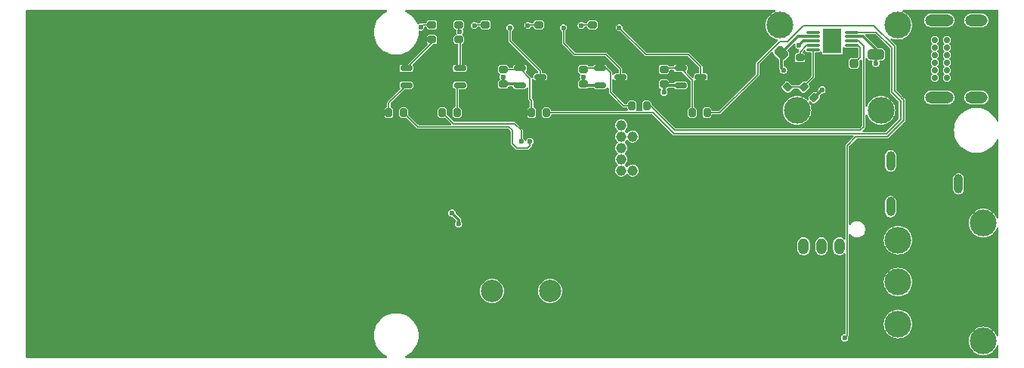
<source format=gbr>
%TF.GenerationSoftware,KiCad,Pcbnew,8.0.8*%
%TF.CreationDate,2025-01-25T09:27:46-05:00*%
%TF.ProjectId,GF24,47463234-2e6b-4696-9361-645f70636258,rev?*%
%TF.SameCoordinates,Original*%
%TF.FileFunction,Copper,L2,Bot*%
%TF.FilePolarity,Positive*%
%FSLAX46Y46*%
G04 Gerber Fmt 4.6, Leading zero omitted, Abs format (unit mm)*
G04 Created by KiCad (PCBNEW 8.0.8) date 2025-01-25 09:27:46*
%MOMM*%
%LPD*%
G01*
G04 APERTURE LIST*
G04 Aperture macros list*
%AMRoundRect*
0 Rectangle with rounded corners*
0 $1 Rounding radius*
0 $2 $3 $4 $5 $6 $7 $8 $9 X,Y pos of 4 corners*
0 Add a 4 corners polygon primitive as box body*
4,1,4,$2,$3,$4,$5,$6,$7,$8,$9,$2,$3,0*
0 Add four circle primitives for the rounded corners*
1,1,$1+$1,$2,$3*
1,1,$1+$1,$4,$5*
1,1,$1+$1,$6,$7*
1,1,$1+$1,$8,$9*
0 Add four rect primitives between the rounded corners*
20,1,$1+$1,$2,$3,$4,$5,0*
20,1,$1+$1,$4,$5,$6,$7,0*
20,1,$1+$1,$6,$7,$8,$9,0*
20,1,$1+$1,$8,$9,$2,$3,0*%
G04 Aperture macros list end*
%TA.AperFunction,ComponentPad*%
%ADD10C,3.000000*%
%TD*%
%TA.AperFunction,ComponentPad*%
%ADD11C,0.700000*%
%TD*%
%TA.AperFunction,ComponentPad*%
%ADD12O,2.500000X1.300000*%
%TD*%
%TA.AperFunction,ComponentPad*%
%ADD13O,3.200000X1.300000*%
%TD*%
%TA.AperFunction,ComponentPad*%
%ADD14RoundRect,0.250000X-0.350000X-0.650000X0.350000X-0.650000X0.350000X0.650000X-0.350000X0.650000X0*%
%TD*%
%TA.AperFunction,ComponentPad*%
%ADD15O,1.200000X1.800000*%
%TD*%
%TA.AperFunction,ComponentPad*%
%ADD16C,1.168400*%
%TD*%
%TA.AperFunction,ComponentPad*%
%ADD17C,2.500000*%
%TD*%
%TA.AperFunction,ComponentPad*%
%ADD18O,1.000000X2.200000*%
%TD*%
%TA.AperFunction,SMDPad,CuDef*%
%ADD19RoundRect,0.287500X-0.106066X0.512652X-0.512652X0.106066X0.106066X-0.512652X0.512652X-0.106066X0*%
%TD*%
%TA.AperFunction,SMDPad,CuDef*%
%ADD20RoundRect,0.150000X0.512500X0.150000X-0.512500X0.150000X-0.512500X-0.150000X0.512500X-0.150000X0*%
%TD*%
%TA.AperFunction,SMDPad,CuDef*%
%ADD21RoundRect,0.200000X0.200000X0.275000X-0.200000X0.275000X-0.200000X-0.275000X0.200000X-0.275000X0*%
%TD*%
%TA.AperFunction,SMDPad,CuDef*%
%ADD22RoundRect,0.200000X-0.275000X0.200000X-0.275000X-0.200000X0.275000X-0.200000X0.275000X0.200000X0*%
%TD*%
%TA.AperFunction,SMDPad,CuDef*%
%ADD23RoundRect,0.237500X0.237500X0.262500X-0.237500X0.262500X-0.237500X-0.262500X0.237500X-0.262500X0*%
%TD*%
%TA.AperFunction,SMDPad,CuDef*%
%ADD24RoundRect,0.200000X0.275000X-0.200000X0.275000X0.200000X-0.275000X0.200000X-0.275000X-0.200000X0*%
%TD*%
%TA.AperFunction,SMDPad,CuDef*%
%ADD25RoundRect,0.200000X-0.335876X-0.053033X-0.053033X-0.335876X0.335876X0.053033X0.053033X0.335876X0*%
%TD*%
%TA.AperFunction,SMDPad,CuDef*%
%ADD26RoundRect,0.150000X-0.512500X-0.150000X0.512500X-0.150000X0.512500X0.150000X-0.512500X0.150000X0*%
%TD*%
%TA.AperFunction,SMDPad,CuDef*%
%ADD27RoundRect,0.200000X-0.053033X0.335876X-0.335876X0.053033X0.053033X-0.335876X0.335876X-0.053033X0*%
%TD*%
%TA.AperFunction,SMDPad,CuDef*%
%ADD28RoundRect,0.075000X0.650000X0.075000X-0.650000X0.075000X-0.650000X-0.075000X0.650000X-0.075000X0*%
%TD*%
%TA.AperFunction,HeatsinkPad*%
%ADD29R,2.083000X2.794000*%
%TD*%
%TA.AperFunction,SMDPad,CuDef*%
%ADD30RoundRect,0.287500X-0.612500X0.287500X-0.612500X-0.287500X0.612500X-0.287500X0.612500X0.287500X0*%
%TD*%
%TA.AperFunction,ViaPad*%
%ADD31C,0.600000*%
%TD*%
%TA.AperFunction,Conductor*%
%ADD32C,0.300000*%
%TD*%
%TA.AperFunction,Conductor*%
%ADD33C,0.160000*%
%TD*%
G04 APERTURE END LIST*
D10*
%TO.P,SW4,1,A*%
%TO.N,BAT+*%
X174235000Y-101300000D03*
%TO.P,SW4,2,B*%
%TO.N,/REG_I*%
X174235000Y-106000000D03*
%TO.P,SW4,3*%
%TO.N,N/C*%
X174235000Y-110700000D03*
%TO.P,SW4,4*%
X183765000Y-112605000D03*
%TO.P,SW4,5*%
X183765000Y-99395000D03*
%TD*%
%TO.P,SW5,1,A*%
%TO.N,/MODE-H*%
X162905000Y-86765000D03*
%TO.P,SW5,2,B*%
%TO.N,GND*%
X167605000Y-86765000D03*
%TO.P,SW5,3*%
%TO.N,N/C*%
X172305000Y-86765000D03*
%TO.P,SW5,4*%
X174210000Y-77235000D03*
%TO.P,SW5,5*%
X161000000Y-77235000D03*
%TD*%
D11*
%TO.P,U6,A1,GND*%
%TO.N,GND*%
X178350000Y-83975000D03*
%TO.P,U6,A4,VBUS*%
%TO.N,VBUS*%
X178350000Y-83125000D03*
%TO.P,U6,A5,CC1*%
%TO.N,unconnected-(U6-CC1-PadA5)*%
X178350000Y-82275000D03*
%TO.P,U6,A6,DP1*%
%TO.N,unconnected-(U6-DP1-PadA6)*%
X178350000Y-81425000D03*
%TO.P,U6,A7,DN1*%
%TO.N,unconnected-(U6-DN1-PadA7)*%
X178350000Y-80575000D03*
%TO.P,U6,A8,SBU1*%
%TO.N,unconnected-(U6-SBU1-PadA8)*%
X178350000Y-79725000D03*
%TO.P,U6,A9,VBUS*%
%TO.N,VBUS*%
X178350000Y-78875000D03*
%TO.P,U6,A12,GND*%
%TO.N,GND*%
X178350000Y-78025000D03*
%TO.P,U6,B1,GND*%
X179700000Y-78025000D03*
%TO.P,U6,B4,VBUS*%
%TO.N,VBUS*%
X179700000Y-78875000D03*
%TO.P,U6,B5,CC2*%
%TO.N,unconnected-(U6-CC2-PadB5)*%
X179700000Y-79725000D03*
%TO.P,U6,B6,DP2*%
%TO.N,unconnected-(U6-DP2-PadB6)*%
X179700000Y-80575000D03*
%TO.P,U6,B7,DN2*%
%TO.N,unconnected-(U6-DN2-PadB7)*%
X179700000Y-81425000D03*
%TO.P,U6,B8,SBU2*%
%TO.N,unconnected-(U6-SBU2-PadB8)*%
X179700000Y-82275000D03*
%TO.P,U6,B9,VBUS*%
%TO.N,VBUS*%
X179700000Y-83125000D03*
%TO.P,U6,B12,GND*%
%TO.N,GND*%
X179700000Y-83975000D03*
D12*
%TO.P,U6,SH1*%
%TO.N,N/C*%
X183000000Y-85320000D03*
%TO.P,U6,SH2*%
X183000000Y-76680000D03*
D13*
%TO.P,U6,SH3*%
X178850000Y-85320000D03*
%TO.P,U6,SH4*%
X178850000Y-76680000D03*
%TD*%
D14*
%TO.P,SW3,1,1*%
%TO.N,GND*%
X161650000Y-102000000D03*
D15*
%TO.P,SW3,2,2*%
%TO.N,/ACT-H*%
X163650000Y-102000000D03*
%TO.P,SW3,3*%
%TO.N,N/C*%
X165650000Y-102000000D03*
%TO.P,SW3,4*%
X167650000Y-102000000D03*
%TD*%
D16*
%TO.P,J1,1,Pin_1*%
%TO.N,3V3*%
X144500000Y-93500000D03*
%TO.P,J1,2,Pin_2*%
%TO.N,/SWDIO*%
X143230000Y-93500000D03*
%TO.P,J1,3,Pin_3*%
%TO.N,GND*%
X144500000Y-92230000D03*
%TO.P,J1,4,Pin_4*%
%TO.N,/SWDCLK*%
X143230000Y-92230000D03*
%TO.P,J1,5,Pin_5*%
%TO.N,GND*%
X144500000Y-90960000D03*
%TO.P,J1,6,Pin_6*%
%TO.N,unconnected-(J1-Pin_6-Pad6)*%
X143230000Y-90960000D03*
%TO.P,J1,7,Pin_7*%
%TO.N,unconnected-(J1-Pin_7-Pad7)*%
X144500000Y-89690000D03*
%TO.P,J1,8,Pin_8*%
%TO.N,unconnected-(J1-Pin_8-Pad8)*%
X143230000Y-89690000D03*
%TO.P,J1,9,Pin_9*%
%TO.N,GND*%
X144500000Y-88420000D03*
%TO.P,J1,10,Pin_10*%
%TO.N,NRST*%
X143230000Y-88420000D03*
%TD*%
D17*
%TO.P,BZ1,1,+*%
%TO.N,3V3*%
X128750000Y-107000000D03*
%TO.P,BZ1,2,-*%
%TO.N,/BUZZ-*%
X135250000Y-107000000D03*
%TD*%
D18*
%TO.P,BAT1,1,Pin_1*%
%TO.N,BAT+*%
X173400000Y-97550000D03*
X181000000Y-95000000D03*
X173400000Y-92450000D03*
%TD*%
D19*
%TO.P,C13,1*%
%TO.N,BAT+*%
X161136396Y-80363604D03*
%TO.P,C13,2*%
%TO.N,GND*%
X159863604Y-81636396D03*
%TD*%
D20*
%TO.P,Q2,1,D*%
%TO.N,/STATG_QI*%
X125137500Y-82050001D03*
%TO.P,Q2,2,G*%
%TO.N,/STATG_QG*%
X125137500Y-83949999D03*
%TO.P,Q2,3,S*%
%TO.N,GND*%
X122862500Y-83000000D03*
%TD*%
D21*
%TO.P,R22,1*%
%TO.N,N-FAULT*%
X146075000Y-86250000D03*
%TO.P,R22,2*%
%TO.N,/FAULT_QG*%
X144425000Y-86250000D03*
%TD*%
D20*
%TO.P,Q3,1,D*%
%TO.N,/STATR_QI*%
X119137500Y-82050000D03*
%TO.P,Q3,2,G*%
%TO.N,/STATR_QG*%
X119137500Y-83950000D03*
%TO.P,Q3,3,S*%
%TO.N,GND*%
X116862500Y-83000000D03*
%TD*%
D22*
%TO.P,R15,1*%
%TO.N,/STATR_RES*%
X122000000Y-77175000D03*
%TO.P,R15,2*%
%TO.N,/STATR_QI*%
X122000000Y-78825000D03*
%TD*%
D23*
%TO.P,C12,1*%
%TO.N,/CH-TIMER*%
X169299999Y-81500000D03*
%TO.P,C12,2*%
%TO.N,GND*%
X167700001Y-81500000D03*
%TD*%
D24*
%TO.P,R7,1*%
%TO.N,GND*%
X128000000Y-78825000D03*
%TO.P,R7,2*%
%TO.N,/CHRG_RES*%
X128000000Y-77175000D03*
%TD*%
D25*
%TO.P,R6,1*%
%TO.N,/CH-TH-DIV*%
X163666637Y-84166637D03*
%TO.P,R6,2*%
%TO.N,VBUS*%
X164833363Y-85333363D03*
%TD*%
D18*
%TO.P,BAT2,1,Pin_1*%
%TO.N,GND*%
X127550000Y-92450000D03*
X119950000Y-95000000D03*
X127550000Y-97550000D03*
%TD*%
D26*
%TO.P,Q4,1,D*%
%TO.N,3V3*%
X149862500Y-83949999D03*
%TO.P,Q4,2,G*%
%TO.N,/PG_QG*%
X149862500Y-82050001D03*
%TO.P,Q4,3,S*%
%TO.N,/PG_QO*%
X152137500Y-83000000D03*
%TD*%
D27*
%TO.P,TH1,1*%
%TO.N,/CH-TH-DIV*%
X161833363Y-84166637D03*
%TO.P,TH1,2*%
%TO.N,GND*%
X160666637Y-85333363D03*
%TD*%
D28*
%TO.P,U4,1,N-CHRG*%
%TO.N,N-CHRG*%
X169000000Y-78000000D03*
%TO.P,U4,2,VCC*%
%TO.N,VBUS*%
X169000000Y-78500000D03*
%TO.P,U4,3,N-FAULT*%
%TO.N,N-FAULT*%
X169000000Y-79000000D03*
%TO.P,U4,4,TIMER*%
%TO.N,/CH-TIMER*%
X169000000Y-79500000D03*
%TO.P,U4,5,GND*%
%TO.N,GND*%
X169000000Y-80000000D03*
%TO.P,U4,6,NTC*%
%TO.N,/CH-TH-DIV*%
X164700000Y-80000000D03*
%TO.P,U4,7,PROG*%
%TO.N,/CH-PROG*%
X164700000Y-79500000D03*
%TO.P,U4,8,SEL*%
%TO.N,VBUS*%
X164700000Y-79000000D03*
%TO.P,U4,9,BAT*%
%TO.N,BAT+*%
X164700000Y-78500000D03*
%TO.P,U4,10,N-ACPR*%
%TO.N,unconnected-(U4-N-ACPR-Pad10)*%
X164700000Y-78000000D03*
D29*
%TO.P,U4,11*%
%TO.N,N/C*%
X166850000Y-79000000D03*
%TD*%
D24*
%TO.P,R5,1*%
%TO.N,GND*%
X163250000Y-82500000D03*
%TO.P,R5,2*%
%TO.N,/CH-PROG*%
X163250000Y-80850000D03*
%TD*%
D22*
%TO.P,R19,1*%
%TO.N,/FAULT_QG*%
X139000000Y-82175000D03*
%TO.P,R19,2*%
%TO.N,VBUS*%
X139000000Y-83825000D03*
%TD*%
D26*
%TO.P,Q6,1,D*%
%TO.N,VBUS*%
X131862500Y-83949999D03*
%TO.P,Q6,2,G*%
%TO.N,/CHRG_QG*%
X131862500Y-82050001D03*
%TO.P,Q6,3,S*%
%TO.N,/CHRG_QO*%
X134137500Y-83000000D03*
%TD*%
D21*
%TO.P,R18,1*%
%TO.N,STATR*%
X118825000Y-87000000D03*
%TO.P,R18,2*%
%TO.N,/STATR_QG*%
X117175000Y-87000000D03*
%TD*%
D22*
%TO.P,R10,1*%
%TO.N,/PG_QG*%
X148000000Y-82175000D03*
%TO.P,R10,2*%
%TO.N,3V3*%
X148000000Y-83825000D03*
%TD*%
D21*
%TO.P,R17,1*%
%TO.N,/STATG_QG*%
X124825000Y-87000000D03*
%TO.P,R17,2*%
%TO.N,STATG*%
X123175000Y-87000000D03*
%TD*%
D24*
%TO.P,R9,1*%
%TO.N,GND*%
X140000000Y-78825000D03*
%TO.P,R9,2*%
%TO.N,/PG_RES*%
X140000000Y-77175000D03*
%TD*%
D21*
%TO.P,R20,1*%
%TO.N,PG*%
X152825000Y-87000000D03*
%TO.P,R20,2*%
%TO.N,/PG_QG*%
X151175000Y-87000000D03*
%TD*%
%TO.P,R23,1*%
%TO.N,N-CHRG*%
X134825000Y-87000000D03*
%TO.P,R23,2*%
%TO.N,/CHRG_QG*%
X133175000Y-87000000D03*
%TD*%
D26*
%TO.P,Q5,1,D*%
%TO.N,VBUS*%
X140862500Y-83949999D03*
%TO.P,Q5,2,G*%
%TO.N,/FAULT_QG*%
X140862500Y-82050001D03*
%TO.P,Q5,3,S*%
%TO.N,/FAULT_QO*%
X143137500Y-83000000D03*
%TD*%
D24*
%TO.P,R16,1*%
%TO.N,/STATG_QI*%
X125000000Y-78825000D03*
%TO.P,R16,2*%
%TO.N,/STATG_RES*%
X125000000Y-77175000D03*
%TD*%
D22*
%TO.P,R21,1*%
%TO.N,/CHRG_QG*%
X130000000Y-82175000D03*
%TO.P,R21,2*%
%TO.N,VBUS*%
X130000000Y-83825000D03*
%TD*%
D30*
%TO.P,C11,1*%
%TO.N,VBUS*%
X171750000Y-80500000D03*
%TO.P,C11,2*%
%TO.N,GND*%
X171750000Y-83500000D03*
%TD*%
D24*
%TO.P,R8,1*%
%TO.N,GND*%
X134000000Y-78825000D03*
%TO.P,R8,2*%
%TO.N,/FAULT_RES*%
X134000000Y-77175000D03*
%TD*%
D31*
%TO.N,BAT+*%
X161400000Y-82250000D03*
%TO.N,GND*%
X90000000Y-91250000D03*
X161750000Y-92750000D03*
X91200000Y-90000000D03*
X100250000Y-101600000D03*
X100250000Y-88400000D03*
X163500000Y-113200000D03*
X88400000Y-100250000D03*
X136250000Y-95750000D03*
X126450000Y-91800000D03*
X131500000Y-85500000D03*
X118500000Y-93750000D03*
X89800000Y-88400000D03*
X170500000Y-113400000D03*
X142000000Y-106250000D03*
X100000000Y-98800000D03*
X101600000Y-100250000D03*
X165000000Y-106500000D03*
X89800000Y-101600000D03*
X127500000Y-90500000D03*
X90000000Y-98800000D03*
X100000000Y-91200000D03*
X123000000Y-88000000D03*
X131085811Y-80449090D03*
X88400000Y-89750000D03*
X98800000Y-100000000D03*
X171750000Y-84750000D03*
X91200000Y-100000000D03*
X101600000Y-89750000D03*
X124750000Y-94500000D03*
X90000000Y-96900000D03*
X123750000Y-89750000D03*
X118000000Y-103250000D03*
X169500000Y-84750000D03*
X98800000Y-90000000D03*
%TO.N,VBUS*%
X171750000Y-81500000D03*
X130000000Y-83000000D03*
X139000000Y-83000000D03*
X163125000Y-79500000D03*
X165708363Y-84458363D03*
%TO.N,STATG*%
X132000000Y-90250000D03*
%TO.N,STATR*%
X133000000Y-90250000D03*
%TO.N,PG*%
X168250000Y-112250000D03*
%TO.N,/CHRG_RES*%
X126750000Y-77250000D03*
%TO.N,/FAULT_RES*%
X132750000Y-77250000D03*
%TO.N,/STATR_RES*%
X120743448Y-77428825D03*
%TO.N,/STATG_RES*%
X125134728Y-77925000D03*
%TO.N,/CHRG_QO*%
X130750000Y-77500000D03*
%TO.N,/FAULT_QO*%
X136750000Y-77500000D03*
%TO.N,/PG_RES*%
X138750000Y-77250000D03*
%TO.N,/PG_QO*%
X143000000Y-77500000D03*
%TO.N,3V3*%
X148000000Y-84750000D03*
X125000000Y-99500000D03*
X124250000Y-98250000D03*
%TD*%
D32*
%TO.N,BAT+*%
X161400000Y-82250000D02*
X161136396Y-81986396D01*
X161136396Y-81986396D02*
X161136396Y-80363604D01*
X161136396Y-80363604D02*
X163000000Y-78500000D01*
X163000000Y-78500000D02*
X164700000Y-78500000D01*
%TO.N,GND*%
X169000000Y-80200001D02*
X167700001Y-81500000D01*
X171750000Y-83500000D02*
X171750000Y-84750000D01*
X169000000Y-80000000D02*
X169000000Y-80200001D01*
%TO.N,VBUS*%
X130000000Y-83825000D02*
X130000000Y-83000000D01*
X171750000Y-79925000D02*
X171750000Y-80500000D01*
X169000000Y-78500000D02*
X170325000Y-78500000D01*
X163625000Y-79000000D02*
X163125000Y-79500000D01*
X140862500Y-83949999D02*
X139124999Y-83949999D01*
X139000000Y-83825000D02*
X139000000Y-83000000D01*
X130000000Y-83825000D02*
X131737501Y-83825000D01*
X170325000Y-78500000D02*
X171750000Y-79925000D01*
X171750000Y-80500000D02*
X171750000Y-81500000D01*
X165708363Y-84458363D02*
X164833363Y-85333363D01*
X131737501Y-83825000D02*
X131862500Y-83949999D01*
X139124999Y-83949999D02*
X139000000Y-83825000D01*
X164700000Y-79000000D02*
X163625000Y-79000000D01*
D33*
%TO.N,STATG*%
X132000000Y-90250000D02*
X132000000Y-89000000D01*
X124425000Y-88250000D02*
X123175000Y-87000000D01*
X131250000Y-88250000D02*
X124425000Y-88250000D01*
X132000000Y-89000000D02*
X131250000Y-88250000D01*
%TO.N,STATR*%
X132750000Y-91000000D02*
X131500000Y-91000000D01*
X130610000Y-88610000D02*
X120435000Y-88610000D01*
X120435000Y-88610000D02*
X118825000Y-87000000D01*
X133000000Y-90250000D02*
X133000000Y-90750000D01*
X131500000Y-91000000D02*
X131000000Y-90500000D01*
X131000000Y-89000000D02*
X130610000Y-88610000D01*
X133000000Y-90750000D02*
X132750000Y-91000000D01*
X131000000Y-90500000D02*
X131000000Y-89000000D01*
%TO.N,PG*%
X171509117Y-77250000D02*
X173860000Y-79600883D01*
X174860000Y-87899116D02*
X173009116Y-89750000D01*
X173860000Y-79600883D02*
X173860000Y-84600884D01*
X169500000Y-89750000D02*
X168530000Y-90720000D01*
X163641888Y-77250000D02*
X171509117Y-77250000D01*
X158500000Y-81500000D02*
X160985000Y-79015000D01*
X173009116Y-89750000D02*
X169500000Y-89750000D01*
X154250000Y-87000000D02*
X158500000Y-82750000D01*
X174649117Y-85390000D02*
X174860000Y-85600883D01*
X174504558Y-85245442D02*
X174649117Y-85390000D01*
X152825000Y-87000000D02*
X154250000Y-87000000D01*
X168530000Y-90720000D02*
X168530000Y-111970000D01*
X160985000Y-79015000D02*
X161876888Y-79015000D01*
X161876888Y-79015000D02*
X163641888Y-77250000D01*
X174860000Y-85600883D02*
X174860000Y-87899116D01*
X158500000Y-82750000D02*
X158500000Y-81500000D01*
X173860000Y-84600884D02*
X174504558Y-85245442D01*
X168530000Y-111970000D02*
X168250000Y-112250000D01*
%TO.N,N-FAULT*%
X149250000Y-89000000D02*
X170000000Y-89000000D01*
X146500000Y-86250000D02*
X149250000Y-89000000D01*
X169759116Y-79000000D02*
X169000000Y-79000000D01*
X170000000Y-89000000D02*
X170365000Y-88635000D01*
X170365000Y-88635000D02*
X170365000Y-79605884D01*
X146075000Y-86250000D02*
X146500000Y-86250000D01*
X170365000Y-79605884D02*
X169759116Y-79000000D01*
%TO.N,N-CHRG*%
X134825000Y-87000000D02*
X134830000Y-87005000D01*
X149100884Y-89360000D02*
X172890000Y-89360000D01*
X174500000Y-85750000D02*
X173500000Y-84750000D01*
X134830000Y-87005000D02*
X146745884Y-87005000D01*
X173500000Y-84750000D02*
X173500000Y-79750000D01*
X171750000Y-78000000D02*
X169000000Y-78000000D01*
X173500000Y-79750000D02*
X171750000Y-78000000D01*
X146745884Y-87005000D02*
X149100884Y-89360000D01*
X172890000Y-89360000D02*
X174500000Y-87750000D01*
X174500000Y-87750000D02*
X174500000Y-85750000D01*
%TO.N,/CHRG_RES*%
X128000000Y-77175000D02*
X126825000Y-77175000D01*
X126825000Y-77175000D02*
X126750000Y-77250000D01*
%TO.N,/FAULT_RES*%
X134000000Y-77175000D02*
X132825000Y-77175000D01*
X132825000Y-77175000D02*
X132750000Y-77250000D01*
%TO.N,/STATR_RES*%
X122000000Y-77175000D02*
X120997273Y-77175000D01*
X120997273Y-77175000D02*
X120743448Y-77428825D01*
%TO.N,/STATG_RES*%
X125000000Y-77790272D02*
X125134728Y-77925000D01*
X125000000Y-77175000D02*
X125000000Y-77790272D01*
%TO.N,/CHRG_QO*%
X130750000Y-79000000D02*
X130750000Y-77500000D01*
X134137500Y-83000000D02*
X134137500Y-82387500D01*
X134137500Y-82387500D02*
X130750000Y-79000000D01*
%TO.N,/FAULT_QO*%
X136750000Y-79250000D02*
X136750000Y-77500000D01*
X143137500Y-83000000D02*
X143137500Y-82137500D01*
X143137500Y-82137500D02*
X141500000Y-80500000D01*
X141500000Y-80500000D02*
X138000000Y-80500000D01*
X138000000Y-80500000D02*
X136750000Y-79250000D01*
%TO.N,/PG_RES*%
X140000000Y-77175000D02*
X138825000Y-77175000D01*
X138825000Y-77175000D02*
X138750000Y-77250000D01*
%TO.N,/PG_QO*%
X152137500Y-83000000D02*
X152137500Y-81887500D01*
X150750000Y-80500000D02*
X146000000Y-80500000D01*
X146000000Y-80500000D02*
X143000000Y-77500000D01*
X152137500Y-81887500D02*
X150750000Y-80500000D01*
%TO.N,/STATG_QG*%
X124825000Y-84262499D02*
X125137500Y-83949999D01*
X124825000Y-87000000D02*
X124825000Y-84262499D01*
%TO.N,/STATG_QI*%
X125137500Y-78962500D02*
X125000000Y-78825000D01*
X125137500Y-82050001D02*
X125137500Y-78962500D01*
%TO.N,/STATR_QG*%
X117175000Y-87000000D02*
X117175000Y-85912500D01*
X117175000Y-85912500D02*
X119137500Y-83950000D01*
%TO.N,/STATR_QI*%
X119137500Y-82050000D02*
X122000000Y-79187500D01*
X122000000Y-79187500D02*
X122000000Y-78825000D01*
%TO.N,/PG_QG*%
X148124999Y-82050001D02*
X148000000Y-82175000D01*
X151175000Y-87000000D02*
X151175000Y-83362501D01*
X151175000Y-83362501D02*
X149862500Y-82050001D01*
X149862500Y-82050001D02*
X148124999Y-82050001D01*
%TO.N,/FAULT_QG*%
X142000000Y-84750000D02*
X142000000Y-82500000D01*
X143500000Y-86250000D02*
X142000000Y-84750000D01*
X142000000Y-82500000D02*
X141550001Y-82050001D01*
X144425000Y-86250000D02*
X143500000Y-86250000D01*
X140862500Y-82050001D02*
X139124999Y-82050001D01*
X141550001Y-82050001D02*
X140862500Y-82050001D01*
X139124999Y-82050001D02*
X139000000Y-82175000D01*
%TO.N,/CHRG_QG*%
X133000000Y-83187501D02*
X133000000Y-85500000D01*
X130000000Y-82175000D02*
X131737501Y-82175000D01*
X131737501Y-82175000D02*
X131862500Y-82050001D01*
X133175000Y-85675000D02*
X133175000Y-87000000D01*
X133000000Y-85500000D02*
X133175000Y-85675000D01*
X131862500Y-82050001D02*
X133000000Y-83187501D01*
%TO.N,/CH-TIMER*%
X170005000Y-80794999D02*
X169299999Y-81500000D01*
X169750000Y-79500000D02*
X170005000Y-79755000D01*
X170005000Y-79755000D02*
X170005000Y-80794999D01*
X169000000Y-79500000D02*
X169750000Y-79500000D01*
%TO.N,/CH-PROG*%
X163970876Y-79500000D02*
X163250000Y-80220876D01*
X163250000Y-80220876D02*
X163250000Y-80850000D01*
X164700000Y-79500000D02*
X163970876Y-79500000D01*
%TO.N,/CH-TH-DIV*%
X163666637Y-84166637D02*
X161833363Y-84166637D01*
X163666637Y-84083363D02*
X163666637Y-84166637D01*
X164700000Y-80000000D02*
X164700000Y-83050000D01*
X164700000Y-83050000D02*
X163666637Y-84083363D01*
D32*
%TO.N,3V3*%
X125000000Y-99500000D02*
X125000000Y-99000000D01*
X148000000Y-83825000D02*
X148000000Y-84750000D01*
X149862500Y-83949999D02*
X148124999Y-83949999D01*
X148124999Y-83949999D02*
X148000000Y-83825000D01*
X125000000Y-99000000D02*
X124250000Y-98250000D01*
%TD*%
%TA.AperFunction,Conductor*%
%TO.N,GND*%
G36*
X116940252Y-75520185D02*
G01*
X116986007Y-75572989D01*
X116995951Y-75642147D01*
X116966926Y-75705703D01*
X116932952Y-75733160D01*
X116803128Y-75804533D01*
X116657516Y-75884584D01*
X116657504Y-75884591D01*
X116402978Y-76069515D01*
X116402968Y-76069523D01*
X116173608Y-76284907D01*
X116173606Y-76284909D01*
X115973054Y-76527334D01*
X115973051Y-76527338D01*
X115804464Y-76792990D01*
X115804461Y-76792996D01*
X115670499Y-77077678D01*
X115670497Y-77077683D01*
X115573270Y-77376916D01*
X115514311Y-77685988D01*
X115514310Y-77685995D01*
X115494556Y-77999994D01*
X115494556Y-78000005D01*
X115514310Y-78314004D01*
X115514311Y-78314011D01*
X115514312Y-78314015D01*
X115572955Y-78621435D01*
X115573270Y-78623083D01*
X115670497Y-78922316D01*
X115670499Y-78922321D01*
X115804461Y-79207003D01*
X115804464Y-79207009D01*
X115973051Y-79472661D01*
X115973054Y-79472665D01*
X116173606Y-79715090D01*
X116173608Y-79715092D01*
X116173610Y-79715094D01*
X116347016Y-79877933D01*
X116402968Y-79930476D01*
X116402978Y-79930484D01*
X116657504Y-80115408D01*
X116657509Y-80115410D01*
X116657516Y-80115416D01*
X116933234Y-80266994D01*
X116933239Y-80266996D01*
X116933241Y-80266997D01*
X116933242Y-80266998D01*
X117225771Y-80382818D01*
X117225774Y-80382819D01*
X117530523Y-80461065D01*
X117530527Y-80461066D01*
X117596010Y-80469338D01*
X117842670Y-80500499D01*
X117842679Y-80500499D01*
X117842682Y-80500500D01*
X117842684Y-80500500D01*
X118157316Y-80500500D01*
X118157318Y-80500500D01*
X118157321Y-80500499D01*
X118157329Y-80500499D01*
X118343593Y-80476968D01*
X118469473Y-80461066D01*
X118774225Y-80382819D01*
X118774228Y-80382818D01*
X119066757Y-80266998D01*
X119066758Y-80266997D01*
X119066756Y-80266997D01*
X119066766Y-80266994D01*
X119342484Y-80115416D01*
X119597030Y-79930478D01*
X119826390Y-79715094D01*
X120026947Y-79472663D01*
X120195537Y-79207007D01*
X120329503Y-78922315D01*
X120426731Y-78623079D01*
X120485688Y-78314015D01*
X120489013Y-78261166D01*
X120505444Y-78000005D01*
X120505444Y-77999996D01*
X120502238Y-77949047D01*
X120517673Y-77880904D01*
X120567500Y-77831923D01*
X120635897Y-77817656D01*
X120645390Y-77818787D01*
X120743445Y-77834317D01*
X120743448Y-77834317D01*
X120743451Y-77834317D01*
X120868748Y-77814472D01*
X120868749Y-77814472D01*
X120868750Y-77814471D01*
X120868752Y-77814471D01*
X120981790Y-77756875D01*
X121071498Y-77667167D01*
X121129094Y-77554129D01*
X121129094Y-77554127D01*
X121129095Y-77554126D01*
X121143987Y-77460102D01*
X121173916Y-77396967D01*
X121233228Y-77360036D01*
X121266460Y-77355500D01*
X121308296Y-77355500D01*
X121375335Y-77375185D01*
X121421090Y-77427989D01*
X121426447Y-77442799D01*
X121472793Y-77547764D01*
X121472794Y-77547765D01*
X121552235Y-77627206D01*
X121655009Y-77672585D01*
X121680135Y-77675500D01*
X122319864Y-77675499D01*
X122319879Y-77675497D01*
X122319882Y-77675497D01*
X122344987Y-77672586D01*
X122344988Y-77672585D01*
X122344991Y-77672585D01*
X122447765Y-77627206D01*
X122527206Y-77547765D01*
X122572585Y-77444991D01*
X122575500Y-77419865D01*
X122575499Y-76930136D01*
X122573575Y-76913542D01*
X122572586Y-76905012D01*
X122572585Y-76905010D01*
X122572585Y-76905009D01*
X122527206Y-76802235D01*
X122447765Y-76722794D01*
X122447763Y-76722793D01*
X122344992Y-76677415D01*
X122319865Y-76674500D01*
X121680143Y-76674500D01*
X121680117Y-76674502D01*
X121655012Y-76677413D01*
X121655008Y-76677415D01*
X121552235Y-76722793D01*
X121472794Y-76802234D01*
X121423647Y-76913542D01*
X121421958Y-76912796D01*
X121391350Y-76962577D01*
X121328385Y-76992862D01*
X121308296Y-76994500D01*
X120961369Y-76994500D01*
X120941932Y-77002550D01*
X120941931Y-77002549D01*
X120883747Y-77026652D01*
X120882076Y-77022618D01*
X120837832Y-77036398D01*
X120816410Y-77034888D01*
X120743452Y-77023333D01*
X120743445Y-77023333D01*
X120618147Y-77043177D01*
X120618146Y-77043177D01*
X120505098Y-77100779D01*
X120503596Y-77101871D01*
X120501462Y-77102631D01*
X120496411Y-77105206D01*
X120496078Y-77104552D01*
X120437788Y-77125346D01*
X120369735Y-77109516D01*
X120321044Y-77059407D01*
X120318537Y-77054381D01*
X120195537Y-76792993D01*
X120026947Y-76527337D01*
X120026945Y-76527334D01*
X119826393Y-76284909D01*
X119826391Y-76284907D01*
X119597031Y-76069523D01*
X119597021Y-76069515D01*
X119342495Y-75884591D01*
X119342488Y-75884586D01*
X119342484Y-75884584D01*
X119067048Y-75733161D01*
X119017785Y-75683616D01*
X119003129Y-75615301D01*
X119027733Y-75549906D01*
X119083786Y-75508195D01*
X119126787Y-75500500D01*
X160381754Y-75500500D01*
X160448793Y-75520185D01*
X160494548Y-75572989D01*
X160504492Y-75642147D01*
X160475467Y-75705703D01*
X160429206Y-75739061D01*
X160271144Y-75804531D01*
X160271141Y-75804533D01*
X160056346Y-75936160D01*
X160056343Y-75936161D01*
X159864776Y-76099776D01*
X159701161Y-76291343D01*
X159701160Y-76291346D01*
X159569533Y-76506140D01*
X159473126Y-76738889D01*
X159414317Y-76983848D01*
X159394551Y-77235000D01*
X159414317Y-77486151D01*
X159473126Y-77731110D01*
X159569533Y-77963859D01*
X159701160Y-78178653D01*
X159701161Y-78178656D01*
X159701164Y-78178659D01*
X159864776Y-78370224D01*
X160007011Y-78491704D01*
X160056343Y-78533838D01*
X160056346Y-78533839D01*
X160271140Y-78665466D01*
X160467441Y-78746776D01*
X160503889Y-78761873D01*
X160674833Y-78802912D01*
X160735424Y-78837702D01*
X160767588Y-78899728D01*
X160761112Y-78969297D01*
X160733566Y-79011167D01*
X158346981Y-81397752D01*
X158346976Y-81397760D01*
X158335694Y-81424999D01*
X158335694Y-81425000D01*
X158319500Y-81464094D01*
X158319500Y-82623872D01*
X158299815Y-82690911D01*
X158283181Y-82711553D01*
X154211553Y-86783181D01*
X154150230Y-86816666D01*
X154123872Y-86819500D01*
X153449499Y-86819500D01*
X153382460Y-86799815D01*
X153336705Y-86747011D01*
X153325499Y-86695500D01*
X153325499Y-86680143D01*
X153325499Y-86680136D01*
X153325497Y-86680117D01*
X153322586Y-86655012D01*
X153322585Y-86655010D01*
X153322585Y-86655009D01*
X153277206Y-86552235D01*
X153197765Y-86472794D01*
X153197763Y-86472793D01*
X153094992Y-86427415D01*
X153069865Y-86424500D01*
X152580143Y-86424500D01*
X152580117Y-86424502D01*
X152555012Y-86427413D01*
X152555008Y-86427415D01*
X152452235Y-86472793D01*
X152372794Y-86552234D01*
X152327415Y-86655006D01*
X152327415Y-86655008D01*
X152324500Y-86680131D01*
X152324500Y-87319856D01*
X152324502Y-87319882D01*
X152327413Y-87344987D01*
X152327415Y-87344991D01*
X152372793Y-87447764D01*
X152372794Y-87447765D01*
X152452235Y-87527206D01*
X152555009Y-87572585D01*
X152580135Y-87575500D01*
X153069864Y-87575499D01*
X153069879Y-87575497D01*
X153069882Y-87575497D01*
X153094987Y-87572586D01*
X153094988Y-87572585D01*
X153094991Y-87572585D01*
X153197765Y-87527206D01*
X153277206Y-87447765D01*
X153322585Y-87344991D01*
X153325500Y-87319865D01*
X153325500Y-87304500D01*
X153345185Y-87237461D01*
X153397989Y-87191706D01*
X153449500Y-87180500D01*
X154285904Y-87180500D01*
X154305334Y-87172451D01*
X154352245Y-87153021D01*
X154740266Y-86765000D01*
X161299551Y-86765000D01*
X161319317Y-87016151D01*
X161378126Y-87261110D01*
X161474533Y-87493859D01*
X161606160Y-87708653D01*
X161606161Y-87708656D01*
X161636919Y-87744669D01*
X161769776Y-87900224D01*
X161918066Y-88026875D01*
X161961343Y-88063838D01*
X161961346Y-88063839D01*
X162176140Y-88195466D01*
X162395476Y-88286317D01*
X162408889Y-88291873D01*
X162653852Y-88350683D01*
X162905000Y-88370449D01*
X163156148Y-88350683D01*
X163401111Y-88291873D01*
X163633859Y-88195466D01*
X163848659Y-88063836D01*
X164040224Y-87900224D01*
X164203836Y-87708659D01*
X164335466Y-87493859D01*
X164431873Y-87261111D01*
X164490683Y-87016148D01*
X164510449Y-86765000D01*
X164490683Y-86513852D01*
X164431873Y-86268889D01*
X164337752Y-86041659D01*
X164335466Y-86036140D01*
X164270710Y-85930469D01*
X164252465Y-85863024D01*
X164273581Y-85796421D01*
X164327353Y-85751807D01*
X164396708Y-85743347D01*
X164459628Y-85773726D01*
X164464118Y-85777997D01*
X164535892Y-85849770D01*
X164599569Y-85913447D01*
X164619397Y-85929154D01*
X164724157Y-85969739D01*
X164724159Y-85969739D01*
X164836503Y-85969739D01*
X164941263Y-85929154D01*
X164961091Y-85913449D01*
X165413447Y-85461091D01*
X165429154Y-85441263D01*
X165469739Y-85336503D01*
X165469739Y-85224157D01*
X165450644Y-85174870D01*
X165444782Y-85105248D01*
X165477491Y-85043507D01*
X165478491Y-85042493D01*
X165620813Y-84900172D01*
X165682135Y-84866689D01*
X165708098Y-84863897D01*
X165833663Y-84844010D01*
X165833664Y-84844010D01*
X165833665Y-84844009D01*
X165833667Y-84844009D01*
X165946705Y-84786413D01*
X166036413Y-84696705D01*
X166094009Y-84583667D01*
X166094009Y-84583665D01*
X166094010Y-84583664D01*
X166094010Y-84583663D01*
X166113855Y-84458366D01*
X166113855Y-84458359D01*
X166094010Y-84333062D01*
X166094010Y-84333061D01*
X166083569Y-84312570D01*
X166036413Y-84220021D01*
X166036409Y-84220017D01*
X166036408Y-84220015D01*
X165946710Y-84130317D01*
X165946707Y-84130315D01*
X165946705Y-84130313D01*
X165833667Y-84072717D01*
X165833666Y-84072716D01*
X165833663Y-84072715D01*
X165708366Y-84052871D01*
X165708360Y-84052871D01*
X165583062Y-84072715D01*
X165583061Y-84072715D01*
X165507700Y-84111114D01*
X165470021Y-84130313D01*
X165470020Y-84130314D01*
X165470015Y-84130317D01*
X165380317Y-84220015D01*
X165380314Y-84220020D01*
X165380313Y-84220021D01*
X165362180Y-84255608D01*
X165322715Y-84333061D01*
X165322715Y-84333062D01*
X165301344Y-84468001D01*
X165300061Y-84467797D01*
X165283186Y-84525270D01*
X165266556Y-84545907D01*
X165188592Y-84623872D01*
X165124329Y-84688135D01*
X165063006Y-84721619D01*
X164993314Y-84716635D01*
X164991855Y-84716080D01*
X164942569Y-84696987D01*
X164830223Y-84696987D01*
X164725462Y-84737572D01*
X164705638Y-84753273D01*
X164705628Y-84753282D01*
X164253283Y-85205629D01*
X164237572Y-85225462D01*
X164237571Y-85225465D01*
X164232666Y-85238126D01*
X164196987Y-85330223D01*
X164196987Y-85442569D01*
X164205369Y-85464204D01*
X164211231Y-85533828D01*
X164178521Y-85595568D01*
X164117624Y-85629823D01*
X164047876Y-85625716D01*
X164009211Y-85603288D01*
X163886678Y-85498635D01*
X163848656Y-85466161D01*
X163848653Y-85466160D01*
X163633859Y-85334533D01*
X163401110Y-85238126D01*
X163156151Y-85179317D01*
X162905000Y-85159551D01*
X162653848Y-85179317D01*
X162408889Y-85238126D01*
X162176140Y-85334533D01*
X161961346Y-85466160D01*
X161961343Y-85466161D01*
X161769776Y-85629776D01*
X161606161Y-85821343D01*
X161606160Y-85821346D01*
X161474533Y-86036140D01*
X161378126Y-86268889D01*
X161319317Y-86513848D01*
X161299551Y-86765000D01*
X154740266Y-86765000D01*
X158653021Y-82852245D01*
X158672451Y-82805334D01*
X158680500Y-82785904D01*
X158680500Y-81626128D01*
X158700185Y-81559089D01*
X158716819Y-81538447D01*
X160024063Y-80231203D01*
X160085386Y-80197718D01*
X160155078Y-80202702D01*
X160211011Y-80244574D01*
X160235428Y-80310038D01*
X160235744Y-80318884D01*
X160235744Y-80318992D01*
X160238977Y-80328941D01*
X160273724Y-80435882D01*
X160273725Y-80435883D01*
X160273727Y-80435887D01*
X160320671Y-80500499D01*
X160327796Y-80510305D01*
X160604529Y-80787038D01*
X160849577Y-81032085D01*
X160883062Y-81093408D01*
X160885896Y-81119766D01*
X160885896Y-82036225D01*
X160924032Y-82128293D01*
X160958189Y-82162450D01*
X160991674Y-82223773D01*
X160994465Y-82249733D01*
X161014352Y-82375300D01*
X161014352Y-82375301D01*
X161032805Y-82411517D01*
X161071950Y-82488342D01*
X161071952Y-82488344D01*
X161071954Y-82488347D01*
X161161652Y-82578045D01*
X161161654Y-82578046D01*
X161161658Y-82578050D01*
X161274696Y-82635646D01*
X161274697Y-82635646D01*
X161274699Y-82635647D01*
X161399997Y-82655492D01*
X161400000Y-82655492D01*
X161400003Y-82655492D01*
X161525300Y-82635647D01*
X161525301Y-82635647D01*
X161525302Y-82635646D01*
X161525304Y-82635646D01*
X161638342Y-82578050D01*
X161728050Y-82488342D01*
X161785646Y-82375304D01*
X161785646Y-82375302D01*
X161785647Y-82375301D01*
X161785647Y-82375300D01*
X161805492Y-82250003D01*
X161805492Y-82249996D01*
X161785647Y-82124699D01*
X161785647Y-82124698D01*
X161763975Y-82082165D01*
X161728050Y-82011658D01*
X161728046Y-82011654D01*
X161728045Y-82011652D01*
X161638347Y-81921954D01*
X161638344Y-81921952D01*
X161638342Y-81921950D01*
X161535406Y-81869501D01*
X161525301Y-81864352D01*
X161491498Y-81858999D01*
X161428363Y-81829070D01*
X161391432Y-81769758D01*
X161386896Y-81736526D01*
X161386896Y-81314094D01*
X161406581Y-81247055D01*
X161438008Y-81213777D01*
X161495229Y-81172204D01*
X161944995Y-80722437D01*
X161946597Y-80720233D01*
X161975465Y-80680500D01*
X161999068Y-80648014D01*
X162037048Y-80531123D01*
X162037048Y-80408217D01*
X161999068Y-80291326D01*
X161993150Y-80283181D01*
X161944997Y-80216904D01*
X161913064Y-80184971D01*
X161878856Y-80150763D01*
X161845372Y-80089442D01*
X161850356Y-80019750D01*
X161878855Y-79975404D01*
X162518390Y-79335870D01*
X162579712Y-79302386D01*
X162649404Y-79307370D01*
X162705337Y-79349242D01*
X162729754Y-79414706D01*
X162728543Y-79442949D01*
X162719508Y-79499996D01*
X162719508Y-79500003D01*
X162739352Y-79625300D01*
X162739352Y-79625301D01*
X162751755Y-79649642D01*
X162796950Y-79738342D01*
X162796952Y-79738344D01*
X162796954Y-79738347D01*
X162886652Y-79828045D01*
X162886654Y-79828046D01*
X162886658Y-79828050D01*
X162999696Y-79885646D01*
X162999697Y-79885646D01*
X162999699Y-79885647D01*
X163044438Y-79892733D01*
X163107573Y-79922662D01*
X163144505Y-79981973D01*
X163143507Y-80051836D01*
X163112724Y-80102885D01*
X163096982Y-80118627D01*
X163096978Y-80118633D01*
X163081832Y-80155201D01*
X163081831Y-80155203D01*
X163069500Y-80184971D01*
X163069500Y-80225500D01*
X163049815Y-80292539D01*
X162997011Y-80338294D01*
X162945507Y-80349500D01*
X162930145Y-80349500D01*
X162930118Y-80349502D01*
X162905011Y-80352414D01*
X162905008Y-80352415D01*
X162802235Y-80397793D01*
X162722794Y-80477234D01*
X162677415Y-80580006D01*
X162677415Y-80580008D01*
X162674500Y-80605131D01*
X162674500Y-81094856D01*
X162674502Y-81094882D01*
X162677413Y-81119987D01*
X162677415Y-81119991D01*
X162722793Y-81222764D01*
X162722794Y-81222765D01*
X162802235Y-81302206D01*
X162905009Y-81347585D01*
X162930135Y-81350500D01*
X163569864Y-81350499D01*
X163569879Y-81350497D01*
X163569882Y-81350497D01*
X163594987Y-81347586D01*
X163594988Y-81347585D01*
X163594991Y-81347585D01*
X163697765Y-81302206D01*
X163777206Y-81222765D01*
X163822585Y-81119991D01*
X163825500Y-81094865D01*
X163825499Y-80605136D01*
X163824723Y-80598445D01*
X163822586Y-80580012D01*
X163822585Y-80580010D01*
X163822585Y-80580009D01*
X163777206Y-80477235D01*
X163697765Y-80397794D01*
X163663850Y-80382819D01*
X163607092Y-80357758D01*
X163553716Y-80312672D01*
X163533189Y-80245886D01*
X163552027Y-80178604D01*
X163569490Y-80156651D01*
X163670538Y-80055602D01*
X163731856Y-80022121D01*
X163801548Y-80027105D01*
X163857482Y-80068976D01*
X163879832Y-80119094D01*
X163884682Y-80143476D01*
X163923471Y-80201528D01*
X163981523Y-80240317D01*
X163981524Y-80240318D01*
X164032711Y-80250499D01*
X164032714Y-80250500D01*
X164032716Y-80250500D01*
X164395500Y-80250500D01*
X164462539Y-80270185D01*
X164508294Y-80322989D01*
X164519500Y-80374500D01*
X164519500Y-82923871D01*
X164499815Y-82990910D01*
X164483181Y-83011552D01*
X163968934Y-83525798D01*
X163907611Y-83559283D01*
X163837919Y-83554299D01*
X163836460Y-83553744D01*
X163775843Y-83530261D01*
X163663497Y-83530261D01*
X163558736Y-83570846D01*
X163538912Y-83586547D01*
X163538911Y-83586548D01*
X163397145Y-83728316D01*
X163175642Y-83949819D01*
X163114322Y-83983303D01*
X163087963Y-83986137D01*
X162412039Y-83986137D01*
X162345000Y-83966452D01*
X162324358Y-83949818D01*
X161961096Y-83586557D01*
X161941263Y-83570846D01*
X161941260Y-83570845D01*
X161836503Y-83530261D01*
X161724157Y-83530261D01*
X161619396Y-83570846D01*
X161599572Y-83586547D01*
X161599562Y-83586556D01*
X161253283Y-83932837D01*
X161237572Y-83952670D01*
X161237572Y-83952671D01*
X161196987Y-84057431D01*
X161196987Y-84169777D01*
X161209987Y-84203333D01*
X161237572Y-84274537D01*
X161253273Y-84294361D01*
X161253282Y-84294371D01*
X161705629Y-84746716D01*
X161705633Y-84746719D01*
X161705635Y-84746721D01*
X161725463Y-84762428D01*
X161830223Y-84803013D01*
X161830225Y-84803013D01*
X161942569Y-84803013D01*
X162047329Y-84762428D01*
X162067157Y-84746723D01*
X162413447Y-84400431D01*
X162418430Y-84394140D01*
X162475485Y-84353815D01*
X162515628Y-84347137D01*
X162984370Y-84347137D01*
X163051409Y-84366822D01*
X163081574Y-84394148D01*
X163086547Y-84400427D01*
X163086556Y-84400437D01*
X163432837Y-84746716D01*
X163432841Y-84746719D01*
X163432843Y-84746721D01*
X163452671Y-84762428D01*
X163557431Y-84803013D01*
X163557433Y-84803013D01*
X163669777Y-84803013D01*
X163774537Y-84762428D01*
X163794365Y-84746723D01*
X164246721Y-84294365D01*
X164262428Y-84274537D01*
X164303013Y-84169777D01*
X164303013Y-84057431D01*
X164262428Y-83952671D01*
X164258501Y-83947714D01*
X164246726Y-83932846D01*
X164244339Y-83930166D01*
X164245122Y-83929468D01*
X164213769Y-83872050D01*
X164218753Y-83802358D01*
X164247254Y-83758011D01*
X164504865Y-83500400D01*
X164853021Y-83152245D01*
X164880500Y-83085903D01*
X164880500Y-83014097D01*
X164880500Y-80374500D01*
X164900185Y-80307461D01*
X164952989Y-80261706D01*
X165004500Y-80250500D01*
X165367286Y-80250500D01*
X165367287Y-80250499D01*
X165380257Y-80247919D01*
X165418475Y-80240318D01*
X165418475Y-80240317D01*
X165418477Y-80240317D01*
X165476528Y-80201528D01*
X165480897Y-80194989D01*
X165534506Y-80150184D01*
X165603830Y-80141474D01*
X165666859Y-80171626D01*
X165703580Y-80231068D01*
X165708000Y-80263877D01*
X165708000Y-80406894D01*
X165708001Y-80406902D01*
X165713830Y-80436212D01*
X165736042Y-80469457D01*
X165747684Y-80477235D01*
X165769287Y-80491669D01*
X165769290Y-80491669D01*
X165769291Y-80491670D01*
X165779147Y-80493630D01*
X165798601Y-80497500D01*
X167901398Y-80497499D01*
X167930713Y-80491669D01*
X167963957Y-80469457D01*
X167986169Y-80436213D01*
X167992000Y-80406899D01*
X167991999Y-79763876D01*
X168011683Y-79696840D01*
X168064487Y-79651085D01*
X168133646Y-79641141D01*
X168197202Y-79670166D01*
X168219099Y-79694985D01*
X168223471Y-79701527D01*
X168223472Y-79701528D01*
X168258600Y-79725000D01*
X168281523Y-79740317D01*
X168281524Y-79740318D01*
X168332711Y-79750499D01*
X168332714Y-79750500D01*
X168332716Y-79750500D01*
X169667286Y-79750500D01*
X169673349Y-79749903D01*
X169673462Y-79751052D01*
X169736877Y-79756721D01*
X169779162Y-79784429D01*
X169788176Y-79793442D01*
X169821665Y-79854763D01*
X169824500Y-79881128D01*
X169824500Y-80668870D01*
X169804815Y-80735909D01*
X169788181Y-80756551D01*
X169680546Y-80864186D01*
X169619223Y-80897671D01*
X169581187Y-80899257D01*
X169581154Y-80899766D01*
X169577108Y-80899500D01*
X169577102Y-80899500D01*
X169577095Y-80899500D01*
X169022894Y-80899500D01*
X168973673Y-80905980D01*
X168973665Y-80905982D01*
X168865639Y-80956356D01*
X168781355Y-81040640D01*
X168730979Y-81148671D01*
X168724500Y-81197886D01*
X168724499Y-81197903D01*
X168724499Y-81802104D01*
X168730979Y-81851325D01*
X168730981Y-81851333D01*
X168767728Y-81930136D01*
X168781355Y-81959359D01*
X168865640Y-82043644D01*
X168973669Y-82094019D01*
X169022896Y-82100500D01*
X169577101Y-82100499D01*
X169577103Y-82100499D01*
X169591166Y-82098647D01*
X169626329Y-82094019D01*
X169734358Y-82043644D01*
X169818643Y-81959359D01*
X169869018Y-81851330D01*
X169875499Y-81802103D01*
X169875498Y-81231127D01*
X169895182Y-81164089D01*
X169911817Y-81143447D01*
X169972819Y-81082445D01*
X170034142Y-81048960D01*
X170103834Y-81053944D01*
X170159767Y-81095816D01*
X170184184Y-81161280D01*
X170184500Y-81170126D01*
X170184500Y-88508872D01*
X170164815Y-88575911D01*
X170148181Y-88596553D01*
X169961553Y-88783181D01*
X169900230Y-88816666D01*
X169873872Y-88819500D01*
X149376128Y-88819500D01*
X149309089Y-88799815D01*
X149288447Y-88783181D01*
X146611818Y-86106551D01*
X146578333Y-86045228D01*
X146575499Y-86018870D01*
X146575499Y-85930143D01*
X146575499Y-85930136D01*
X146575385Y-85929153D01*
X146572586Y-85905012D01*
X146572585Y-85905010D01*
X146572585Y-85905009D01*
X146527206Y-85802235D01*
X146447765Y-85722794D01*
X146426594Y-85713446D01*
X146344992Y-85677415D01*
X146319865Y-85674500D01*
X145830143Y-85674500D01*
X145830117Y-85674502D01*
X145805012Y-85677413D01*
X145805008Y-85677415D01*
X145702235Y-85722793D01*
X145622794Y-85802234D01*
X145577415Y-85905006D01*
X145577415Y-85905008D01*
X145574500Y-85930131D01*
X145574500Y-86569856D01*
X145574502Y-86569882D01*
X145577413Y-86594986D01*
X145577414Y-86594990D01*
X145577415Y-86594991D01*
X145587212Y-86617180D01*
X145601887Y-86650414D01*
X145610958Y-86719693D01*
X145581134Y-86782877D01*
X145521884Y-86819908D01*
X145488452Y-86824500D01*
X145011548Y-86824500D01*
X144944509Y-86804815D01*
X144898754Y-86752011D01*
X144888810Y-86682853D01*
X144898114Y-86650414D01*
X144922583Y-86594995D01*
X144922585Y-86594991D01*
X144925500Y-86569865D01*
X144925499Y-85930136D01*
X144925385Y-85929153D01*
X144922586Y-85905012D01*
X144922585Y-85905010D01*
X144922585Y-85905009D01*
X144877206Y-85802235D01*
X144797765Y-85722794D01*
X144776594Y-85713446D01*
X144694992Y-85677415D01*
X144669865Y-85674500D01*
X144180143Y-85674500D01*
X144180117Y-85674502D01*
X144155012Y-85677413D01*
X144155008Y-85677415D01*
X144052235Y-85722793D01*
X143972794Y-85802234D01*
X143927415Y-85905006D01*
X143927415Y-85905008D01*
X143924500Y-85930131D01*
X143924500Y-85945500D01*
X143904815Y-86012539D01*
X143852011Y-86058294D01*
X143800500Y-86069500D01*
X143626127Y-86069500D01*
X143559088Y-86049815D01*
X143538446Y-86033181D01*
X142216819Y-84711553D01*
X142183334Y-84650230D01*
X142180500Y-84623872D01*
X142180500Y-83580131D01*
X147424500Y-83580131D01*
X147424500Y-84069856D01*
X147424502Y-84069882D01*
X147427413Y-84094987D01*
X147427415Y-84094991D01*
X147472793Y-84197764D01*
X147472794Y-84197765D01*
X147552235Y-84277206D01*
X147591219Y-84294419D01*
X147632327Y-84312570D01*
X147685703Y-84357656D01*
X147706230Y-84424442D01*
X147687392Y-84491724D01*
X147676323Y-84505638D01*
X147671951Y-84511657D01*
X147671950Y-84511658D01*
X147654496Y-84545913D01*
X147614352Y-84624698D01*
X147614352Y-84624699D01*
X147594508Y-84749996D01*
X147594508Y-84750003D01*
X147614352Y-84875300D01*
X147614352Y-84875301D01*
X147614354Y-84875304D01*
X147671950Y-84988342D01*
X147671952Y-84988344D01*
X147671954Y-84988347D01*
X147761652Y-85078045D01*
X147761654Y-85078046D01*
X147761658Y-85078050D01*
X147874696Y-85135646D01*
X147874697Y-85135646D01*
X147874699Y-85135647D01*
X147999997Y-85155492D01*
X148000000Y-85155492D01*
X148000003Y-85155492D01*
X148125300Y-85135647D01*
X148125301Y-85135647D01*
X148125302Y-85135646D01*
X148125304Y-85135646D01*
X148238342Y-85078050D01*
X148328050Y-84988342D01*
X148385646Y-84875304D01*
X148385646Y-84875302D01*
X148385647Y-84875301D01*
X148385647Y-84875300D01*
X148405492Y-84750003D01*
X148405492Y-84749996D01*
X148385647Y-84624699D01*
X148385647Y-84624698D01*
X148372217Y-84598340D01*
X148328050Y-84511658D01*
X148328045Y-84511653D01*
X148322311Y-84503759D01*
X148323991Y-84502538D01*
X148296593Y-84452362D01*
X148301577Y-84382670D01*
X148343449Y-84326737D01*
X148367666Y-84312572D01*
X148447765Y-84277206D01*
X148488153Y-84236818D01*
X148549476Y-84203333D01*
X148575834Y-84200499D01*
X149049598Y-84200499D01*
X149116637Y-84220184D01*
X149152700Y-84255608D01*
X149167130Y-84277205D01*
X149169399Y-84280600D01*
X149232234Y-84322584D01*
X149252260Y-84335965D01*
X149252264Y-84335966D01*
X149325321Y-84350498D01*
X149325324Y-84350499D01*
X149325326Y-84350499D01*
X150399676Y-84350499D01*
X150399677Y-84350498D01*
X150472740Y-84335965D01*
X150555601Y-84280600D01*
X150610966Y-84197739D01*
X150625500Y-84124673D01*
X150625500Y-83775325D01*
X150625500Y-83775323D01*
X150625500Y-83775322D01*
X150625499Y-83775320D01*
X150610967Y-83702263D01*
X150610966Y-83702259D01*
X150595969Y-83679814D01*
X150555601Y-83619398D01*
X150482935Y-83570845D01*
X150472739Y-83564032D01*
X150472735Y-83564031D01*
X150399677Y-83549499D01*
X150399674Y-83549499D01*
X149325326Y-83549499D01*
X149325323Y-83549499D01*
X149252264Y-83564031D01*
X149252260Y-83564032D01*
X149169398Y-83619398D01*
X149152700Y-83644390D01*
X149099088Y-83689195D01*
X149049598Y-83699499D01*
X148699438Y-83699499D01*
X148632399Y-83679814D01*
X148586644Y-83627010D01*
X148575645Y-83582653D01*
X148575499Y-83580134D01*
X148572586Y-83555012D01*
X148572585Y-83555010D01*
X148572585Y-83555009D01*
X148527206Y-83452235D01*
X148447765Y-83372794D01*
X148383504Y-83344420D01*
X148344992Y-83327415D01*
X148319865Y-83324500D01*
X147680143Y-83324500D01*
X147680117Y-83324502D01*
X147655012Y-83327413D01*
X147655008Y-83327415D01*
X147552235Y-83372793D01*
X147472794Y-83452234D01*
X147427415Y-83555006D01*
X147427415Y-83555008D01*
X147424500Y-83580131D01*
X142180500Y-83580131D01*
X142180500Y-83344420D01*
X142200185Y-83277381D01*
X142252989Y-83231626D01*
X142322147Y-83221682D01*
X142385703Y-83250707D01*
X142407600Y-83275527D01*
X142444399Y-83330601D01*
X142527071Y-83385840D01*
X142527260Y-83385966D01*
X142527264Y-83385967D01*
X142600321Y-83400499D01*
X142600324Y-83400500D01*
X142600326Y-83400500D01*
X143674676Y-83400500D01*
X143674677Y-83400499D01*
X143747740Y-83385966D01*
X143830601Y-83330601D01*
X143885966Y-83247740D01*
X143900500Y-83174674D01*
X143900500Y-82825326D01*
X143900500Y-82825323D01*
X143900499Y-82825321D01*
X143885967Y-82752264D01*
X143885966Y-82752260D01*
X143877930Y-82740233D01*
X143830601Y-82669399D01*
X143754873Y-82618800D01*
X143747739Y-82614033D01*
X143747735Y-82614032D01*
X143674677Y-82599500D01*
X143674674Y-82599500D01*
X143442000Y-82599500D01*
X143374961Y-82579815D01*
X143329206Y-82527011D01*
X143318000Y-82475500D01*
X143318000Y-82101597D01*
X143317999Y-82101593D01*
X143309951Y-82082164D01*
X143309949Y-82082161D01*
X143306347Y-82073464D01*
X143290521Y-82035255D01*
X141602245Y-80346979D01*
X141602244Y-80346978D01*
X141578789Y-80337263D01*
X141555334Y-80327548D01*
X141535904Y-80319500D01*
X141535903Y-80319500D01*
X138126128Y-80319500D01*
X138059089Y-80299815D01*
X138038447Y-80283181D01*
X136966819Y-79211553D01*
X136933334Y-79150230D01*
X136930500Y-79123872D01*
X136930500Y-77933255D01*
X136950185Y-77866216D01*
X136981620Y-77832933D01*
X136988336Y-77828052D01*
X136988342Y-77828050D01*
X137078050Y-77738342D01*
X137135646Y-77625304D01*
X137135646Y-77625302D01*
X137135647Y-77625301D01*
X137135647Y-77625300D01*
X137155492Y-77500003D01*
X137155492Y-77499996D01*
X137135647Y-77374699D01*
X137135647Y-77374698D01*
X137120559Y-77345087D01*
X137078050Y-77261658D01*
X137078046Y-77261654D01*
X137078045Y-77261652D01*
X137066389Y-77249996D01*
X138344508Y-77249996D01*
X138344508Y-77250003D01*
X138364352Y-77375300D01*
X138364352Y-77375301D01*
X138382805Y-77411517D01*
X138421950Y-77488342D01*
X138421952Y-77488344D01*
X138421954Y-77488347D01*
X138511652Y-77578045D01*
X138511654Y-77578046D01*
X138511658Y-77578050D01*
X138624696Y-77635646D01*
X138624697Y-77635646D01*
X138624699Y-77635647D01*
X138749997Y-77655492D01*
X138750000Y-77655492D01*
X138750003Y-77655492D01*
X138875300Y-77635647D01*
X138875301Y-77635647D01*
X138875302Y-77635646D01*
X138875304Y-77635646D01*
X138988342Y-77578050D01*
X139078050Y-77488342D01*
X139106078Y-77433334D01*
X139111240Y-77423204D01*
X139159214Y-77372409D01*
X139221724Y-77355500D01*
X139308296Y-77355500D01*
X139375335Y-77375185D01*
X139421090Y-77427989D01*
X139426447Y-77442799D01*
X139472793Y-77547764D01*
X139472794Y-77547765D01*
X139552235Y-77627206D01*
X139655009Y-77672585D01*
X139680135Y-77675500D01*
X140319864Y-77675499D01*
X140319879Y-77675497D01*
X140319882Y-77675497D01*
X140344987Y-77672586D01*
X140344988Y-77672585D01*
X140344991Y-77672585D01*
X140447765Y-77627206D01*
X140527206Y-77547765D01*
X140548298Y-77499996D01*
X142594508Y-77499996D01*
X142594508Y-77500003D01*
X142614352Y-77625300D01*
X142614352Y-77625301D01*
X142629736Y-77655492D01*
X142671950Y-77738342D01*
X142671952Y-77738344D01*
X142671954Y-77738347D01*
X142761652Y-77828045D01*
X142761654Y-77828046D01*
X142761658Y-77828050D01*
X142874696Y-77885646D01*
X142874697Y-77885646D01*
X142874699Y-77885647D01*
X142999997Y-77905492D01*
X143000000Y-77905492D01*
X143000003Y-77905492D01*
X143067284Y-77894836D01*
X143136577Y-77903791D01*
X143174362Y-77929628D01*
X145897755Y-80653021D01*
X145944665Y-80672451D01*
X145964096Y-80680500D01*
X145964097Y-80680500D01*
X146035904Y-80680500D01*
X150623872Y-80680500D01*
X150690911Y-80700185D01*
X150711553Y-80716819D01*
X151920681Y-81925947D01*
X151954166Y-81987270D01*
X151957000Y-82013628D01*
X151957000Y-82475500D01*
X151937315Y-82542539D01*
X151884511Y-82588294D01*
X151833000Y-82599500D01*
X151600323Y-82599500D01*
X151527264Y-82614032D01*
X151527260Y-82614033D01*
X151444399Y-82669399D01*
X151389033Y-82752260D01*
X151389032Y-82752264D01*
X151374500Y-82825321D01*
X151374500Y-83007373D01*
X151354815Y-83074412D01*
X151302011Y-83120167D01*
X151232853Y-83130111D01*
X151169297Y-83101086D01*
X151162819Y-83095054D01*
X150584606Y-82516841D01*
X150551121Y-82455518D01*
X150556105Y-82385826D01*
X150569176Y-82360284D01*
X150610966Y-82297741D01*
X150625500Y-82224675D01*
X150625500Y-81875327D01*
X150625500Y-81875326D01*
X150625500Y-81875324D01*
X150625499Y-81875322D01*
X150610967Y-81802265D01*
X150610966Y-81802261D01*
X150608445Y-81798488D01*
X150555601Y-81719400D01*
X150483260Y-81671064D01*
X150472739Y-81664034D01*
X150472735Y-81664033D01*
X150399677Y-81649501D01*
X150399674Y-81649501D01*
X149325326Y-81649501D01*
X149325323Y-81649501D01*
X149252264Y-81664033D01*
X149252260Y-81664034D01*
X149169400Y-81719399D01*
X149169399Y-81719400D01*
X149114038Y-81802256D01*
X149107249Y-81812416D01*
X149103970Y-81810225D01*
X149074051Y-81847355D01*
X149007758Y-81869422D01*
X149003328Y-81869501D01*
X148637705Y-81869501D01*
X148570666Y-81849816D01*
X148536180Y-81810017D01*
X148533700Y-81811716D01*
X148527207Y-81802238D01*
X148527206Y-81802235D01*
X148447765Y-81722794D01*
X148440076Y-81719399D01*
X148344992Y-81677415D01*
X148319865Y-81674500D01*
X147680143Y-81674500D01*
X147680117Y-81674502D01*
X147655012Y-81677413D01*
X147655008Y-81677415D01*
X147552235Y-81722793D01*
X147472794Y-81802234D01*
X147427415Y-81905006D01*
X147427415Y-81905008D01*
X147424500Y-81930131D01*
X147424500Y-82419856D01*
X147424502Y-82419882D01*
X147427413Y-82444987D01*
X147427415Y-82444991D01*
X147472793Y-82547764D01*
X147472794Y-82547765D01*
X147552235Y-82627206D01*
X147655009Y-82672585D01*
X147680135Y-82675500D01*
X148319864Y-82675499D01*
X148319879Y-82675497D01*
X148319882Y-82675497D01*
X148344987Y-82672586D01*
X148344988Y-82672585D01*
X148344991Y-82672585D01*
X148447765Y-82627206D01*
X148527206Y-82547765D01*
X148572585Y-82444991D01*
X148575500Y-82419865D01*
X148575500Y-82354501D01*
X148595185Y-82287462D01*
X148647989Y-82241707D01*
X148699500Y-82230501D01*
X149003328Y-82230501D01*
X149070367Y-82250186D01*
X149104415Y-82289479D01*
X149107249Y-82287586D01*
X149114033Y-82297740D01*
X149114034Y-82297741D01*
X149169399Y-82380602D01*
X149240236Y-82427933D01*
X149252260Y-82435967D01*
X149252264Y-82435968D01*
X149325321Y-82450500D01*
X149325324Y-82450501D01*
X149325326Y-82450501D01*
X149956372Y-82450501D01*
X150023411Y-82470186D01*
X150044053Y-82486820D01*
X150958181Y-83400948D01*
X150991666Y-83462271D01*
X150994500Y-83488629D01*
X150994500Y-86308296D01*
X150974815Y-86375335D01*
X150922011Y-86421090D01*
X150907200Y-86426447D01*
X150802235Y-86472793D01*
X150722794Y-86552234D01*
X150677415Y-86655006D01*
X150677415Y-86655008D01*
X150674500Y-86680131D01*
X150674500Y-87319856D01*
X150674502Y-87319882D01*
X150677413Y-87344987D01*
X150677415Y-87344991D01*
X150722793Y-87447764D01*
X150722794Y-87447765D01*
X150802235Y-87527206D01*
X150905009Y-87572585D01*
X150930135Y-87575500D01*
X151419864Y-87575499D01*
X151419879Y-87575497D01*
X151419882Y-87575497D01*
X151444987Y-87572586D01*
X151444988Y-87572585D01*
X151444991Y-87572585D01*
X151547765Y-87527206D01*
X151627206Y-87447765D01*
X151672585Y-87344991D01*
X151675500Y-87319865D01*
X151675499Y-86680136D01*
X151675497Y-86680117D01*
X151672586Y-86655012D01*
X151672585Y-86655010D01*
X151672585Y-86655009D01*
X151627206Y-86552235D01*
X151547765Y-86472794D01*
X151547763Y-86472793D01*
X151436458Y-86423647D01*
X151437203Y-86421958D01*
X151387423Y-86391350D01*
X151357138Y-86328385D01*
X151355500Y-86308296D01*
X151355500Y-83500400D01*
X151375185Y-83433361D01*
X151427989Y-83387606D01*
X151497147Y-83377662D01*
X151526955Y-83385840D01*
X151527262Y-83385967D01*
X151600321Y-83400499D01*
X151600324Y-83400500D01*
X151600326Y-83400500D01*
X152674676Y-83400500D01*
X152674677Y-83400499D01*
X152747740Y-83385966D01*
X152830601Y-83330601D01*
X152885966Y-83247740D01*
X152900500Y-83174674D01*
X152900500Y-82825326D01*
X152900500Y-82825323D01*
X152900499Y-82825321D01*
X152885967Y-82752264D01*
X152885966Y-82752260D01*
X152877930Y-82740233D01*
X152830601Y-82669399D01*
X152754873Y-82618800D01*
X152747739Y-82614033D01*
X152747735Y-82614032D01*
X152674677Y-82599500D01*
X152674674Y-82599500D01*
X152442000Y-82599500D01*
X152374961Y-82579815D01*
X152329206Y-82527011D01*
X152318000Y-82475500D01*
X152318000Y-81851597D01*
X152318000Y-81851596D01*
X152304260Y-81818425D01*
X152290521Y-81785255D01*
X150852245Y-80346979D01*
X150852244Y-80346978D01*
X150828789Y-80337263D01*
X150805334Y-80327548D01*
X150785904Y-80319500D01*
X150785903Y-80319500D01*
X146126128Y-80319500D01*
X146059089Y-80299815D01*
X146038447Y-80283181D01*
X143429628Y-77674362D01*
X143396143Y-77613039D01*
X143394836Y-77567284D01*
X143405492Y-77500003D01*
X143405492Y-77499996D01*
X143385647Y-77374699D01*
X143385647Y-77374698D01*
X143370559Y-77345087D01*
X143328050Y-77261658D01*
X143328046Y-77261654D01*
X143328045Y-77261652D01*
X143238347Y-77171954D01*
X143238344Y-77171952D01*
X143238342Y-77171950D01*
X143125304Y-77114354D01*
X143125303Y-77114353D01*
X143125300Y-77114352D01*
X143000003Y-77094508D01*
X142999997Y-77094508D01*
X142874699Y-77114352D01*
X142874698Y-77114352D01*
X142799337Y-77152751D01*
X142761658Y-77171950D01*
X142761657Y-77171951D01*
X142761652Y-77171954D01*
X142671954Y-77261652D01*
X142671951Y-77261657D01*
X142671950Y-77261658D01*
X142659386Y-77286317D01*
X142614352Y-77374698D01*
X142614352Y-77374699D01*
X142594508Y-77499996D01*
X140548298Y-77499996D01*
X140572585Y-77444991D01*
X140575500Y-77419865D01*
X140575499Y-76930136D01*
X140573575Y-76913542D01*
X140572586Y-76905012D01*
X140572585Y-76905010D01*
X140572585Y-76905009D01*
X140527206Y-76802235D01*
X140447765Y-76722794D01*
X140447763Y-76722793D01*
X140344992Y-76677415D01*
X140319865Y-76674500D01*
X139680143Y-76674500D01*
X139680117Y-76674502D01*
X139655012Y-76677413D01*
X139655008Y-76677415D01*
X139552235Y-76722793D01*
X139472794Y-76802234D01*
X139423647Y-76913542D01*
X139421958Y-76912796D01*
X139391350Y-76962577D01*
X139328385Y-76992862D01*
X139308296Y-76994500D01*
X139112254Y-76994500D01*
X139045215Y-76974815D01*
X139024572Y-76958180D01*
X138988346Y-76921953D01*
X138988344Y-76921952D01*
X138988342Y-76921950D01*
X138875304Y-76864354D01*
X138875303Y-76864353D01*
X138875300Y-76864352D01*
X138750003Y-76844508D01*
X138749997Y-76844508D01*
X138624699Y-76864352D01*
X138624698Y-76864352D01*
X138549337Y-76902751D01*
X138511658Y-76921950D01*
X138511657Y-76921951D01*
X138511652Y-76921954D01*
X138421954Y-77011652D01*
X138421951Y-77011657D01*
X138421950Y-77011658D01*
X138409344Y-77036398D01*
X138364352Y-77124698D01*
X138364352Y-77124699D01*
X138344508Y-77249996D01*
X137066389Y-77249996D01*
X136988347Y-77171954D01*
X136988344Y-77171952D01*
X136988342Y-77171950D01*
X136875304Y-77114354D01*
X136875303Y-77114353D01*
X136875300Y-77114352D01*
X136750003Y-77094508D01*
X136749997Y-77094508D01*
X136624699Y-77114352D01*
X136624698Y-77114352D01*
X136549337Y-77152751D01*
X136511658Y-77171950D01*
X136511657Y-77171951D01*
X136511652Y-77171954D01*
X136421954Y-77261652D01*
X136421951Y-77261657D01*
X136421950Y-77261658D01*
X136409386Y-77286317D01*
X136364352Y-77374698D01*
X136364352Y-77374699D01*
X136344508Y-77499996D01*
X136344508Y-77500003D01*
X136364352Y-77625300D01*
X136364352Y-77625301D01*
X136379736Y-77655492D01*
X136421950Y-77738342D01*
X136421952Y-77738344D01*
X136421954Y-77738347D01*
X136511653Y-77828046D01*
X136511656Y-77828048D01*
X136511658Y-77828050D01*
X136511659Y-77828050D01*
X136518380Y-77832933D01*
X136561049Y-77888260D01*
X136569500Y-77933255D01*
X136569500Y-79285901D01*
X136569501Y-79285906D01*
X136596976Y-79352239D01*
X136596977Y-79352241D01*
X136596979Y-79352245D01*
X137897755Y-80653021D01*
X137944665Y-80672451D01*
X137964096Y-80680500D01*
X137964097Y-80680500D01*
X138035903Y-80680500D01*
X141373872Y-80680500D01*
X141440911Y-80700185D01*
X141461553Y-80716819D01*
X142920681Y-82175947D01*
X142954166Y-82237270D01*
X142957000Y-82263628D01*
X142957000Y-82475500D01*
X142937315Y-82542539D01*
X142884511Y-82588294D01*
X142833000Y-82599500D01*
X142600323Y-82599500D01*
X142527264Y-82614032D01*
X142527260Y-82614033D01*
X142444398Y-82669399D01*
X142407602Y-82724470D01*
X142353990Y-82769275D01*
X142284665Y-82777982D01*
X142221637Y-82747828D01*
X142184918Y-82688385D01*
X142180500Y-82655579D01*
X142180500Y-82464097D01*
X142180500Y-82464096D01*
X142163644Y-82423403D01*
X142155287Y-82403225D01*
X142153021Y-82397754D01*
X141650833Y-81895566D01*
X141617348Y-81834243D01*
X141616896Y-81832075D01*
X141610966Y-81802261D01*
X141555601Y-81719400D01*
X141483260Y-81671064D01*
X141472739Y-81664034D01*
X141472735Y-81664033D01*
X141399677Y-81649501D01*
X141399674Y-81649501D01*
X140325326Y-81649501D01*
X140325323Y-81649501D01*
X140252264Y-81664033D01*
X140252260Y-81664034D01*
X140169400Y-81719399D01*
X140169399Y-81719400D01*
X140114038Y-81802256D01*
X140107249Y-81812416D01*
X140103970Y-81810225D01*
X140074051Y-81847355D01*
X140007758Y-81869422D01*
X140003328Y-81869501D01*
X139637705Y-81869501D01*
X139570666Y-81849816D01*
X139536180Y-81810017D01*
X139533700Y-81811716D01*
X139527207Y-81802238D01*
X139527206Y-81802235D01*
X139447765Y-81722794D01*
X139440076Y-81719399D01*
X139344992Y-81677415D01*
X139319865Y-81674500D01*
X138680143Y-81674500D01*
X138680117Y-81674502D01*
X138655012Y-81677413D01*
X138655008Y-81677415D01*
X138552235Y-81722793D01*
X138472794Y-81802234D01*
X138427415Y-81905006D01*
X138427415Y-81905008D01*
X138424500Y-81930131D01*
X138424500Y-82419856D01*
X138424502Y-82419882D01*
X138427413Y-82444987D01*
X138427415Y-82444991D01*
X138472793Y-82547764D01*
X138472794Y-82547765D01*
X138552235Y-82627206D01*
X138585985Y-82642108D01*
X138639359Y-82687192D01*
X138659887Y-82753978D01*
X138646382Y-82811834D01*
X138614354Y-82874692D01*
X138614352Y-82874699D01*
X138594508Y-82999996D01*
X138594508Y-83000003D01*
X138614352Y-83125300D01*
X138614353Y-83125303D01*
X138614354Y-83125304D01*
X138646383Y-83188164D01*
X138659279Y-83256832D01*
X138633003Y-83321572D01*
X138585985Y-83357892D01*
X138552234Y-83372794D01*
X138472794Y-83452234D01*
X138427415Y-83555006D01*
X138427415Y-83555008D01*
X138424500Y-83580131D01*
X138424500Y-84069856D01*
X138424502Y-84069882D01*
X138427413Y-84094987D01*
X138427415Y-84094991D01*
X138472793Y-84197764D01*
X138472794Y-84197765D01*
X138552235Y-84277206D01*
X138655009Y-84322585D01*
X138680135Y-84325500D01*
X139319864Y-84325499D01*
X139319879Y-84325497D01*
X139319882Y-84325497D01*
X139344987Y-84322586D01*
X139344988Y-84322585D01*
X139344991Y-84322585D01*
X139447765Y-84277206D01*
X139488153Y-84236818D01*
X139549476Y-84203333D01*
X139575834Y-84200499D01*
X140049598Y-84200499D01*
X140116637Y-84220184D01*
X140152700Y-84255608D01*
X140167130Y-84277205D01*
X140169399Y-84280600D01*
X140232234Y-84322584D01*
X140252260Y-84335965D01*
X140252264Y-84335966D01*
X140325321Y-84350498D01*
X140325324Y-84350499D01*
X140325326Y-84350499D01*
X141399676Y-84350499D01*
X141399677Y-84350498D01*
X141472740Y-84335965D01*
X141555601Y-84280600D01*
X141592398Y-84225527D01*
X141646009Y-84180723D01*
X141715334Y-84172016D01*
X141778362Y-84202170D01*
X141815082Y-84261613D01*
X141819500Y-84294419D01*
X141819500Y-84785901D01*
X141819501Y-84785906D01*
X141846976Y-84852239D01*
X141846977Y-84852241D01*
X141846979Y-84852245D01*
X143346980Y-86352245D01*
X143397755Y-86403020D01*
X143464096Y-86430500D01*
X143800501Y-86430500D01*
X143867540Y-86450185D01*
X143913295Y-86502989D01*
X143924501Y-86554500D01*
X143924501Y-86569856D01*
X143924502Y-86569882D01*
X143927413Y-86594986D01*
X143927414Y-86594990D01*
X143927415Y-86594991D01*
X143937212Y-86617180D01*
X143951887Y-86650414D01*
X143960958Y-86719693D01*
X143931134Y-86782877D01*
X143871884Y-86819908D01*
X143838452Y-86824500D01*
X135449499Y-86824500D01*
X135382460Y-86804815D01*
X135336705Y-86752011D01*
X135325499Y-86700500D01*
X135325499Y-86680143D01*
X135325499Y-86680136D01*
X135325497Y-86680117D01*
X135322586Y-86655012D01*
X135322585Y-86655010D01*
X135322585Y-86655009D01*
X135277206Y-86552235D01*
X135197765Y-86472794D01*
X135197763Y-86472793D01*
X135094992Y-86427415D01*
X135069865Y-86424500D01*
X134580143Y-86424500D01*
X134580117Y-86424502D01*
X134555012Y-86427413D01*
X134555008Y-86427415D01*
X134452235Y-86472793D01*
X134372794Y-86552234D01*
X134327415Y-86655006D01*
X134327415Y-86655008D01*
X134324500Y-86680131D01*
X134324500Y-87319856D01*
X134324502Y-87319882D01*
X134327413Y-87344987D01*
X134327415Y-87344991D01*
X134372793Y-87447764D01*
X134372794Y-87447765D01*
X134452235Y-87527206D01*
X134555009Y-87572585D01*
X134580135Y-87575500D01*
X135069864Y-87575499D01*
X135069879Y-87575497D01*
X135069882Y-87575497D01*
X135094987Y-87572586D01*
X135094988Y-87572585D01*
X135094991Y-87572585D01*
X135197765Y-87527206D01*
X135277206Y-87447765D01*
X135322585Y-87344991D01*
X135325500Y-87319865D01*
X135325500Y-87309500D01*
X135345185Y-87242461D01*
X135397989Y-87196706D01*
X135449500Y-87185500D01*
X146619756Y-87185500D01*
X146686795Y-87205185D01*
X146707437Y-87221819D01*
X148998639Y-89513021D01*
X149027408Y-89524937D01*
X149064980Y-89540500D01*
X149064981Y-89540500D01*
X169154872Y-89540500D01*
X169221911Y-89560185D01*
X169267666Y-89612989D01*
X169277610Y-89682147D01*
X169248585Y-89745703D01*
X169242553Y-89752181D01*
X168376981Y-90617751D01*
X168376977Y-90617757D01*
X168369570Y-90635642D01*
X168369569Y-90635645D01*
X168369569Y-90635646D01*
X168361348Y-90655492D01*
X168349500Y-90684095D01*
X168349500Y-101109481D01*
X168329815Y-101176520D01*
X168277011Y-101222275D01*
X168207853Y-101232219D01*
X168144297Y-101203194D01*
X168137819Y-101197162D01*
X168096545Y-101155888D01*
X168096541Y-101155885D01*
X167981817Y-101079228D01*
X167981804Y-101079221D01*
X167854332Y-101026421D01*
X167854322Y-101026418D01*
X167718995Y-100999500D01*
X167718993Y-100999500D01*
X167581007Y-100999500D01*
X167581005Y-100999500D01*
X167445677Y-101026418D01*
X167445667Y-101026421D01*
X167318195Y-101079221D01*
X167318182Y-101079228D01*
X167203458Y-101155885D01*
X167203454Y-101155888D01*
X167105888Y-101253454D01*
X167105885Y-101253458D01*
X167029228Y-101368182D01*
X167029221Y-101368195D01*
X166976421Y-101495667D01*
X166976418Y-101495677D01*
X166949500Y-101631004D01*
X166949500Y-101631007D01*
X166949500Y-102368993D01*
X166949500Y-102368995D01*
X166949499Y-102368995D01*
X166976418Y-102504322D01*
X166976421Y-102504332D01*
X167029221Y-102631804D01*
X167029228Y-102631817D01*
X167105885Y-102746541D01*
X167105888Y-102746545D01*
X167203454Y-102844111D01*
X167203458Y-102844114D01*
X167318182Y-102920771D01*
X167318195Y-102920778D01*
X167445667Y-102973578D01*
X167445672Y-102973580D01*
X167445676Y-102973580D01*
X167445677Y-102973581D01*
X167581004Y-103000500D01*
X167581007Y-103000500D01*
X167718995Y-103000500D01*
X167810041Y-102982389D01*
X167854328Y-102973580D01*
X167981811Y-102920775D01*
X168096542Y-102844114D01*
X168113783Y-102826873D01*
X168137819Y-102802838D01*
X168199142Y-102769353D01*
X168268834Y-102774337D01*
X168324767Y-102816209D01*
X168349184Y-102881673D01*
X168349500Y-102890519D01*
X168349500Y-111722842D01*
X168329815Y-111789881D01*
X168277011Y-111835636D01*
X168244898Y-111845315D01*
X168124698Y-111864352D01*
X168049337Y-111902751D01*
X168011658Y-111921950D01*
X168011657Y-111921951D01*
X168011652Y-111921954D01*
X167921954Y-112011652D01*
X167921951Y-112011657D01*
X167864352Y-112124698D01*
X167864352Y-112124699D01*
X167844508Y-112249996D01*
X167844508Y-112250003D01*
X167864352Y-112375300D01*
X167864352Y-112375301D01*
X167864354Y-112375304D01*
X167921950Y-112488342D01*
X167921952Y-112488344D01*
X167921954Y-112488347D01*
X168011652Y-112578045D01*
X168011654Y-112578046D01*
X168011658Y-112578050D01*
X168124696Y-112635646D01*
X168124697Y-112635646D01*
X168124699Y-112635647D01*
X168249997Y-112655492D01*
X168250000Y-112655492D01*
X168250003Y-112655492D01*
X168375300Y-112635647D01*
X168375301Y-112635647D01*
X168375302Y-112635646D01*
X168375304Y-112635646D01*
X168488342Y-112578050D01*
X168578050Y-112488342D01*
X168635646Y-112375304D01*
X168635646Y-112375302D01*
X168635647Y-112375301D01*
X168635647Y-112375300D01*
X168655492Y-112250003D01*
X168655492Y-112249999D01*
X168651829Y-112226873D01*
X168644835Y-112182715D01*
X168653789Y-112113425D01*
X168679629Y-112075636D01*
X168683021Y-112072245D01*
X168702451Y-112025334D01*
X168710500Y-112005904D01*
X168710500Y-110700000D01*
X172629551Y-110700000D01*
X172649317Y-110951151D01*
X172708126Y-111196110D01*
X172804533Y-111428859D01*
X172936160Y-111643653D01*
X172936161Y-111643656D01*
X172951270Y-111661346D01*
X173099776Y-111835224D01*
X173201324Y-111921954D01*
X173291343Y-111998838D01*
X173291345Y-111998838D01*
X173293249Y-112000005D01*
X173506140Y-112130466D01*
X173632289Y-112182718D01*
X173738889Y-112226873D01*
X173983852Y-112285683D01*
X174235000Y-112305449D01*
X174486148Y-112285683D01*
X174731111Y-112226873D01*
X174963859Y-112130466D01*
X175178659Y-111998836D01*
X175370224Y-111835224D01*
X175533836Y-111643659D01*
X175665466Y-111428859D01*
X175761873Y-111196111D01*
X175820683Y-110951148D01*
X175840449Y-110700000D01*
X175820683Y-110448852D01*
X175761873Y-110203889D01*
X175665466Y-109971141D01*
X175665466Y-109971140D01*
X175533839Y-109756346D01*
X175533838Y-109756343D01*
X175496875Y-109713066D01*
X175370224Y-109564776D01*
X175243571Y-109456604D01*
X175178656Y-109401161D01*
X175178653Y-109401160D01*
X174963859Y-109269533D01*
X174731110Y-109173126D01*
X174486151Y-109114317D01*
X174235000Y-109094551D01*
X173983848Y-109114317D01*
X173738889Y-109173126D01*
X173506140Y-109269533D01*
X173291346Y-109401160D01*
X173291343Y-109401161D01*
X173099776Y-109564776D01*
X172936161Y-109756343D01*
X172936160Y-109756346D01*
X172804533Y-109971140D01*
X172708126Y-110203889D01*
X172649317Y-110448848D01*
X172629551Y-110700000D01*
X168710500Y-110700000D01*
X168710500Y-106000000D01*
X172629551Y-106000000D01*
X172649317Y-106251151D01*
X172708126Y-106496110D01*
X172804533Y-106728859D01*
X172936160Y-106943653D01*
X172936161Y-106943656D01*
X172936164Y-106943659D01*
X173099776Y-107135224D01*
X173217082Y-107235413D01*
X173291343Y-107298838D01*
X173291346Y-107298839D01*
X173506140Y-107430466D01*
X173586288Y-107463664D01*
X173738889Y-107526873D01*
X173983852Y-107585683D01*
X174235000Y-107605449D01*
X174486148Y-107585683D01*
X174731111Y-107526873D01*
X174963859Y-107430466D01*
X175178659Y-107298836D01*
X175370224Y-107135224D01*
X175533836Y-106943659D01*
X175665466Y-106728859D01*
X175761873Y-106496111D01*
X175820683Y-106251148D01*
X175840449Y-106000000D01*
X175820683Y-105748852D01*
X175761873Y-105503889D01*
X175665466Y-105271141D01*
X175665466Y-105271140D01*
X175533839Y-105056346D01*
X175533838Y-105056343D01*
X175496875Y-105013066D01*
X175370224Y-104864776D01*
X175243571Y-104756604D01*
X175178656Y-104701161D01*
X175178653Y-104701160D01*
X174963859Y-104569533D01*
X174731110Y-104473126D01*
X174486151Y-104414317D01*
X174235000Y-104394551D01*
X173983848Y-104414317D01*
X173738889Y-104473126D01*
X173506140Y-104569533D01*
X173291346Y-104701160D01*
X173291343Y-104701161D01*
X173099776Y-104864776D01*
X172936161Y-105056343D01*
X172936160Y-105056346D01*
X172804533Y-105271140D01*
X172708126Y-105503889D01*
X172649317Y-105748848D01*
X172629551Y-106000000D01*
X168710500Y-106000000D01*
X168710500Y-101300000D01*
X172629551Y-101300000D01*
X172649317Y-101551151D01*
X172708126Y-101796110D01*
X172804533Y-102028859D01*
X172936160Y-102243653D01*
X172936161Y-102243656D01*
X172936164Y-102243659D01*
X173099776Y-102435224D01*
X173248066Y-102561875D01*
X173291343Y-102598838D01*
X173291346Y-102598839D01*
X173506140Y-102730466D01*
X173612055Y-102774337D01*
X173738889Y-102826873D01*
X173983852Y-102885683D01*
X174235000Y-102905449D01*
X174486148Y-102885683D01*
X174731111Y-102826873D01*
X174963859Y-102730466D01*
X175178659Y-102598836D01*
X175370224Y-102435224D01*
X175533836Y-102243659D01*
X175665466Y-102028859D01*
X175761873Y-101796111D01*
X175820683Y-101551148D01*
X175840449Y-101300000D01*
X175820683Y-101048852D01*
X175761873Y-100803889D01*
X175760039Y-100799461D01*
X175665466Y-100571140D01*
X175533839Y-100356346D01*
X175533838Y-100356343D01*
X175496875Y-100313066D01*
X175370224Y-100164776D01*
X175243571Y-100056604D01*
X175178656Y-100001161D01*
X175178653Y-100001160D01*
X174963859Y-99869533D01*
X174731110Y-99773126D01*
X174486151Y-99714317D01*
X174235000Y-99694551D01*
X173983848Y-99714317D01*
X173738889Y-99773126D01*
X173506140Y-99869533D01*
X173291346Y-100001160D01*
X173291343Y-100001161D01*
X173099776Y-100164776D01*
X172936161Y-100356343D01*
X172936160Y-100356346D01*
X172804533Y-100571140D01*
X172708126Y-100803889D01*
X172649317Y-101048848D01*
X172629551Y-101300000D01*
X168710500Y-101300000D01*
X168710500Y-100723569D01*
X168730185Y-100656530D01*
X168782989Y-100610775D01*
X168852147Y-100600831D01*
X168915703Y-100629856D01*
X168937601Y-100654677D01*
X168944230Y-100664598D01*
X168950537Y-100674037D01*
X169075961Y-100799461D01*
X169075965Y-100799464D01*
X169223446Y-100898009D01*
X169223459Y-100898016D01*
X169346363Y-100948923D01*
X169387334Y-100965894D01*
X169387336Y-100965894D01*
X169387341Y-100965896D01*
X169561304Y-101000499D01*
X169561307Y-101000500D01*
X169561309Y-101000500D01*
X169738693Y-101000500D01*
X169738694Y-101000499D01*
X169796682Y-100988964D01*
X169912658Y-100965896D01*
X169912661Y-100965894D01*
X169912666Y-100965894D01*
X170076547Y-100898013D01*
X170224035Y-100799464D01*
X170349464Y-100674035D01*
X170448013Y-100526547D01*
X170515894Y-100362666D01*
X170517152Y-100356346D01*
X170550499Y-100188695D01*
X170550500Y-100188693D01*
X170550500Y-100011306D01*
X170550499Y-100011304D01*
X170515896Y-99837341D01*
X170515893Y-99837332D01*
X170448016Y-99673459D01*
X170448009Y-99673446D01*
X170349464Y-99525965D01*
X170349461Y-99525961D01*
X170224038Y-99400538D01*
X170224034Y-99400535D01*
X170076553Y-99301990D01*
X170076540Y-99301983D01*
X169912667Y-99234106D01*
X169912658Y-99234103D01*
X169738694Y-99199500D01*
X169738691Y-99199500D01*
X169561309Y-99199500D01*
X169561306Y-99199500D01*
X169387341Y-99234103D01*
X169387332Y-99234106D01*
X169223459Y-99301983D01*
X169223446Y-99301990D01*
X169075965Y-99400535D01*
X169075961Y-99400538D01*
X168950538Y-99525961D01*
X168950533Y-99525967D01*
X168937601Y-99545322D01*
X168883989Y-99590126D01*
X168814664Y-99598833D01*
X168751636Y-99568678D01*
X168714918Y-99509234D01*
X168710500Y-99476430D01*
X168710500Y-96870943D01*
X172799500Y-96870943D01*
X172799500Y-98229057D01*
X172805113Y-98250003D01*
X172840423Y-98381783D01*
X172840426Y-98381790D01*
X172919475Y-98518709D01*
X172919479Y-98518714D01*
X172919480Y-98518716D01*
X173031284Y-98630520D01*
X173031286Y-98630521D01*
X173031290Y-98630524D01*
X173137444Y-98691811D01*
X173168216Y-98709577D01*
X173320943Y-98750500D01*
X173320945Y-98750500D01*
X173479055Y-98750500D01*
X173479057Y-98750500D01*
X173631784Y-98709577D01*
X173768716Y-98630520D01*
X173880520Y-98518716D01*
X173959577Y-98381784D01*
X174000500Y-98229057D01*
X174000500Y-96870943D01*
X173959577Y-96718216D01*
X173959573Y-96718209D01*
X173880524Y-96581290D01*
X173880518Y-96581282D01*
X173768717Y-96469481D01*
X173768709Y-96469475D01*
X173631790Y-96390426D01*
X173631786Y-96390424D01*
X173631784Y-96390423D01*
X173479057Y-96349500D01*
X173320943Y-96349500D01*
X173168216Y-96390423D01*
X173168209Y-96390426D01*
X173031290Y-96469475D01*
X173031282Y-96469481D01*
X172919481Y-96581282D01*
X172919475Y-96581290D01*
X172840426Y-96718209D01*
X172840423Y-96718216D01*
X172799500Y-96870943D01*
X168710500Y-96870943D01*
X168710500Y-94320943D01*
X180399500Y-94320943D01*
X180399500Y-95679056D01*
X180440423Y-95831783D01*
X180440426Y-95831790D01*
X180519475Y-95968709D01*
X180519479Y-95968714D01*
X180519480Y-95968716D01*
X180631284Y-96080520D01*
X180631286Y-96080521D01*
X180631290Y-96080524D01*
X180768209Y-96159573D01*
X180768216Y-96159577D01*
X180920943Y-96200500D01*
X180920945Y-96200500D01*
X181079055Y-96200500D01*
X181079057Y-96200500D01*
X181231784Y-96159577D01*
X181368716Y-96080520D01*
X181480520Y-95968716D01*
X181559577Y-95831784D01*
X181600500Y-95679057D01*
X181600500Y-94320943D01*
X181559577Y-94168216D01*
X181501507Y-94067635D01*
X181480524Y-94031290D01*
X181480518Y-94031282D01*
X181368717Y-93919481D01*
X181368709Y-93919475D01*
X181231790Y-93840426D01*
X181231786Y-93840424D01*
X181231784Y-93840423D01*
X181079057Y-93799500D01*
X180920943Y-93799500D01*
X180768216Y-93840423D01*
X180768209Y-93840426D01*
X180631290Y-93919475D01*
X180631282Y-93919481D01*
X180519481Y-94031282D01*
X180519475Y-94031290D01*
X180440426Y-94168209D01*
X180440423Y-94168216D01*
X180399500Y-94320943D01*
X168710500Y-94320943D01*
X168710500Y-91770943D01*
X172799500Y-91770943D01*
X172799500Y-93129057D01*
X172813008Y-93179467D01*
X172840423Y-93281783D01*
X172840426Y-93281790D01*
X172919475Y-93418709D01*
X172919479Y-93418714D01*
X172919480Y-93418716D01*
X173031284Y-93530520D01*
X173031286Y-93530521D01*
X173031290Y-93530524D01*
X173168209Y-93609573D01*
X173168216Y-93609577D01*
X173320943Y-93650500D01*
X173320945Y-93650500D01*
X173479055Y-93650500D01*
X173479057Y-93650500D01*
X173631784Y-93609577D01*
X173768716Y-93530520D01*
X173880520Y-93418716D01*
X173959577Y-93281784D01*
X174000500Y-93129057D01*
X174000500Y-91770943D01*
X173959577Y-91618216D01*
X173907281Y-91527636D01*
X173880524Y-91481290D01*
X173880518Y-91481282D01*
X173768717Y-91369481D01*
X173768709Y-91369475D01*
X173631790Y-91290426D01*
X173631786Y-91290424D01*
X173631784Y-91290423D01*
X173479057Y-91249500D01*
X173320943Y-91249500D01*
X173168216Y-91290423D01*
X173168209Y-91290426D01*
X173031290Y-91369475D01*
X173031282Y-91369481D01*
X172919481Y-91481282D01*
X172919475Y-91481290D01*
X172840426Y-91618209D01*
X172840423Y-91618216D01*
X172799500Y-91770943D01*
X168710500Y-91770943D01*
X168710500Y-90846128D01*
X168730185Y-90779089D01*
X168746819Y-90758447D01*
X169538447Y-89966819D01*
X169599770Y-89933334D01*
X169626128Y-89930500D01*
X173045019Y-89930500D01*
X173045020Y-89930500D01*
X173067926Y-89921012D01*
X173111361Y-89903021D01*
X175013021Y-88001361D01*
X175029065Y-87962625D01*
X175040500Y-87935020D01*
X175040500Y-85564979D01*
X175032451Y-85545548D01*
X175013021Y-85498638D01*
X174908303Y-85393920D01*
X177149499Y-85393920D01*
X177178340Y-85538907D01*
X177178343Y-85538917D01*
X177234912Y-85675488D01*
X177234919Y-85675501D01*
X177317048Y-85798415D01*
X177317051Y-85798419D01*
X177421580Y-85902948D01*
X177421584Y-85902951D01*
X177544498Y-85985080D01*
X177544511Y-85985087D01*
X177673772Y-86038628D01*
X177681087Y-86041658D01*
X177681091Y-86041658D01*
X177681092Y-86041659D01*
X177826079Y-86070500D01*
X177826082Y-86070500D01*
X179873920Y-86070500D01*
X179977906Y-86049815D01*
X180018913Y-86041658D01*
X180155495Y-85985084D01*
X180278416Y-85902951D01*
X180382951Y-85798416D01*
X180465084Y-85675495D01*
X180521658Y-85538913D01*
X180536519Y-85464204D01*
X180550500Y-85393920D01*
X181649499Y-85393920D01*
X181678340Y-85538907D01*
X181678343Y-85538917D01*
X181734912Y-85675488D01*
X181734919Y-85675501D01*
X181817048Y-85798415D01*
X181817051Y-85798419D01*
X181921580Y-85902948D01*
X181921584Y-85902951D01*
X182044498Y-85985080D01*
X182044511Y-85985087D01*
X182173772Y-86038628D01*
X182181087Y-86041658D01*
X182181091Y-86041658D01*
X182181092Y-86041659D01*
X182326079Y-86070500D01*
X182326082Y-86070500D01*
X183673920Y-86070500D01*
X183777906Y-86049815D01*
X183818913Y-86041658D01*
X183955495Y-85985084D01*
X184078416Y-85902951D01*
X184182951Y-85798416D01*
X184265084Y-85675495D01*
X184321658Y-85538913D01*
X184336519Y-85464204D01*
X184350500Y-85393920D01*
X184350500Y-85246079D01*
X184321659Y-85101092D01*
X184321658Y-85101091D01*
X184321658Y-85101087D01*
X184274958Y-84988342D01*
X184265087Y-84964511D01*
X184265080Y-84964498D01*
X184182951Y-84841584D01*
X184182948Y-84841580D01*
X184078419Y-84737051D01*
X184078415Y-84737048D01*
X183955501Y-84654919D01*
X183955488Y-84654912D01*
X183818917Y-84598343D01*
X183818907Y-84598340D01*
X183673920Y-84569500D01*
X183673918Y-84569500D01*
X182326082Y-84569500D01*
X182326080Y-84569500D01*
X182181092Y-84598340D01*
X182181082Y-84598343D01*
X182044511Y-84654912D01*
X182044498Y-84654919D01*
X181921584Y-84737048D01*
X181921580Y-84737051D01*
X181817051Y-84841580D01*
X181817048Y-84841584D01*
X181734919Y-84964498D01*
X181734912Y-84964511D01*
X181678343Y-85101082D01*
X181678340Y-85101092D01*
X181649500Y-85246079D01*
X181649500Y-85246082D01*
X181649500Y-85393918D01*
X181649500Y-85393920D01*
X181649499Y-85393920D01*
X180550500Y-85393920D01*
X180550500Y-85246079D01*
X180521659Y-85101092D01*
X180521658Y-85101091D01*
X180521658Y-85101087D01*
X180474958Y-84988342D01*
X180465087Y-84964511D01*
X180465080Y-84964498D01*
X180382951Y-84841584D01*
X180382948Y-84841580D01*
X180278419Y-84737051D01*
X180278415Y-84737048D01*
X180155501Y-84654919D01*
X180155488Y-84654912D01*
X180018917Y-84598343D01*
X180018907Y-84598340D01*
X179873920Y-84569500D01*
X179873918Y-84569500D01*
X177826082Y-84569500D01*
X177826080Y-84569500D01*
X177681092Y-84598340D01*
X177681082Y-84598343D01*
X177544511Y-84654912D01*
X177544498Y-84654919D01*
X177421584Y-84737048D01*
X177421580Y-84737051D01*
X177317051Y-84841580D01*
X177317048Y-84841584D01*
X177234919Y-84964498D01*
X177234912Y-84964511D01*
X177178343Y-85101082D01*
X177178340Y-85101092D01*
X177149500Y-85246079D01*
X177149500Y-85246082D01*
X177149500Y-85393918D01*
X177149500Y-85393920D01*
X177149499Y-85393920D01*
X174908303Y-85393920D01*
X174751362Y-85236979D01*
X174751361Y-85236978D01*
X174720012Y-85205629D01*
X174657583Y-85143200D01*
X174657578Y-85143196D01*
X174076819Y-84562437D01*
X174043334Y-84501114D01*
X174040500Y-84474756D01*
X174040500Y-79564980D01*
X174040499Y-79564976D01*
X174032451Y-79545547D01*
X174032449Y-79545544D01*
X174013021Y-79498638D01*
X173407606Y-78893223D01*
X173397655Y-78874999D01*
X177894867Y-78874999D01*
X177898238Y-78898445D01*
X177899500Y-78916092D01*
X177899500Y-78934310D01*
X177905991Y-78958537D01*
X177908952Y-78972976D01*
X177913301Y-79003222D01*
X177913302Y-79003225D01*
X177920286Y-79018518D01*
X177927264Y-79037927D01*
X177927267Y-79037940D01*
X177930201Y-79048886D01*
X177946170Y-79076545D01*
X177951574Y-79087027D01*
X177967118Y-79121063D01*
X177973612Y-79128558D01*
X177987291Y-79147767D01*
X177989510Y-79151612D01*
X178016920Y-79179022D01*
X178022952Y-79185501D01*
X178051803Y-79218797D01*
X178080828Y-79282352D01*
X178070884Y-79351511D01*
X178051804Y-79381200D01*
X178022966Y-79414482D01*
X178016936Y-79420960D01*
X177989511Y-79448386D01*
X177987283Y-79452245D01*
X177973618Y-79471435D01*
X177967117Y-79478937D01*
X177951574Y-79512971D01*
X177946169Y-79523454D01*
X177930202Y-79551110D01*
X177927265Y-79562069D01*
X177920290Y-79581472D01*
X177913302Y-79596774D01*
X177913301Y-79596780D01*
X177908952Y-79627023D01*
X177905990Y-79641464D01*
X177899501Y-79665683D01*
X177899500Y-79665691D01*
X177899500Y-79683906D01*
X177898238Y-79701552D01*
X177896291Y-79715094D01*
X177894867Y-79725000D01*
X177897172Y-79741030D01*
X177898238Y-79748445D01*
X177899500Y-79766092D01*
X177899500Y-79784310D01*
X177905991Y-79808537D01*
X177908952Y-79822976D01*
X177913301Y-79853222D01*
X177913302Y-79853225D01*
X177920286Y-79868518D01*
X177927264Y-79887927D01*
X177929076Y-79894690D01*
X177930201Y-79898886D01*
X177946170Y-79926545D01*
X177951574Y-79937027D01*
X177967118Y-79971063D01*
X177973612Y-79978558D01*
X177987291Y-79997767D01*
X177989510Y-80001612D01*
X178016920Y-80029022D01*
X178022952Y-80035501D01*
X178051803Y-80068797D01*
X178080828Y-80132352D01*
X178070884Y-80201511D01*
X178051804Y-80231200D01*
X178022966Y-80264482D01*
X178016936Y-80270960D01*
X177989511Y-80298386D01*
X177987283Y-80302245D01*
X177973618Y-80321435D01*
X177967117Y-80328937D01*
X177951574Y-80362971D01*
X177946169Y-80373454D01*
X177930202Y-80401110D01*
X177927265Y-80412069D01*
X177920290Y-80431472D01*
X177913302Y-80446774D01*
X177913301Y-80446780D01*
X177908952Y-80477023D01*
X177905990Y-80491464D01*
X177899501Y-80515683D01*
X177899500Y-80515691D01*
X177899500Y-80533906D01*
X177898238Y-80551552D01*
X177894867Y-80574999D01*
X177898238Y-80598445D01*
X177899500Y-80616092D01*
X177899500Y-80634310D01*
X177905991Y-80658537D01*
X177908952Y-80672976D01*
X177913301Y-80703222D01*
X177913302Y-80703225D01*
X177920286Y-80718518D01*
X177927264Y-80737927D01*
X177927267Y-80737940D01*
X177930201Y-80748886D01*
X177946170Y-80776545D01*
X177951574Y-80787027D01*
X177967118Y-80821063D01*
X177973612Y-80828558D01*
X177987291Y-80847767D01*
X177989510Y-80851612D01*
X178016920Y-80879022D01*
X178022952Y-80885501D01*
X178051803Y-80918797D01*
X178080828Y-80982352D01*
X178070884Y-81051511D01*
X178051804Y-81081200D01*
X178022966Y-81114482D01*
X178016936Y-81120960D01*
X177989511Y-81148386D01*
X177987283Y-81152245D01*
X177973618Y-81171435D01*
X177967117Y-81178937D01*
X177951574Y-81212971D01*
X177946169Y-81223454D01*
X177930202Y-81251110D01*
X177927265Y-81262069D01*
X177920290Y-81281472D01*
X177913302Y-81296774D01*
X177913301Y-81296780D01*
X177908952Y-81327023D01*
X177905990Y-81341464D01*
X177899501Y-81365683D01*
X177899500Y-81365691D01*
X177899500Y-81383906D01*
X177898238Y-81401552D01*
X177894867Y-81424999D01*
X177898238Y-81448445D01*
X177899500Y-81466092D01*
X177899500Y-81484310D01*
X177905991Y-81508537D01*
X177908952Y-81522976D01*
X177913301Y-81553222D01*
X177913302Y-81553225D01*
X177920286Y-81568518D01*
X177927264Y-81587927D01*
X177927267Y-81587940D01*
X177930201Y-81598886D01*
X177946170Y-81626545D01*
X177951574Y-81637027D01*
X177967118Y-81671063D01*
X177973612Y-81678558D01*
X177987291Y-81697767D01*
X177989510Y-81701612D01*
X178016920Y-81729022D01*
X178022952Y-81735501D01*
X178051803Y-81768797D01*
X178080828Y-81832352D01*
X178070884Y-81901511D01*
X178051804Y-81931200D01*
X178022966Y-81964482D01*
X178016936Y-81970960D01*
X177989511Y-81998386D01*
X177987283Y-82002245D01*
X177973618Y-82021435D01*
X177967117Y-82028937D01*
X177951574Y-82062971D01*
X177946169Y-82073454D01*
X177930202Y-82101110D01*
X177927265Y-82112069D01*
X177920290Y-82131472D01*
X177913302Y-82146774D01*
X177913301Y-82146780D01*
X177908952Y-82177023D01*
X177905990Y-82191464D01*
X177899501Y-82215683D01*
X177899500Y-82215691D01*
X177899500Y-82233906D01*
X177898238Y-82251552D01*
X177894867Y-82275000D01*
X177896659Y-82287462D01*
X177898238Y-82298445D01*
X177899500Y-82316092D01*
X177899500Y-82334310D01*
X177905991Y-82358537D01*
X177908952Y-82372976D01*
X177913301Y-82403222D01*
X177913302Y-82403225D01*
X177920286Y-82418518D01*
X177927264Y-82437927D01*
X177929157Y-82444993D01*
X177930201Y-82448886D01*
X177946170Y-82476545D01*
X177951574Y-82487027D01*
X177967118Y-82521063D01*
X177973612Y-82528558D01*
X177987288Y-82547763D01*
X177987289Y-82547765D01*
X177987291Y-82547767D01*
X177989510Y-82551612D01*
X178016920Y-82579022D01*
X178022952Y-82585501D01*
X178051803Y-82618797D01*
X178080828Y-82682352D01*
X178070884Y-82751511D01*
X178051804Y-82781200D01*
X178022966Y-82814482D01*
X178016936Y-82820960D01*
X177989511Y-82848386D01*
X177987283Y-82852245D01*
X177973618Y-82871435D01*
X177967117Y-82878937D01*
X177951574Y-82912971D01*
X177946169Y-82923454D01*
X177930202Y-82951110D01*
X177927265Y-82962069D01*
X177920290Y-82981472D01*
X177913302Y-82996774D01*
X177913301Y-82996780D01*
X177908952Y-83027023D01*
X177905990Y-83041464D01*
X177899501Y-83065683D01*
X177899500Y-83065691D01*
X177899500Y-83083906D01*
X177898238Y-83101552D01*
X177894867Y-83124999D01*
X177898238Y-83148445D01*
X177899500Y-83166092D01*
X177899500Y-83184310D01*
X177905991Y-83208537D01*
X177908952Y-83222976D01*
X177913301Y-83253222D01*
X177913302Y-83253225D01*
X177920286Y-83268518D01*
X177927264Y-83287927D01*
X177928737Y-83293426D01*
X177930201Y-83298886D01*
X177946170Y-83326545D01*
X177951574Y-83337027D01*
X177967118Y-83371063D01*
X177973612Y-83378558D01*
X177987291Y-83397767D01*
X177989510Y-83401612D01*
X178016920Y-83429022D01*
X178022952Y-83435500D01*
X178051951Y-83468967D01*
X178054485Y-83470595D01*
X178066897Y-83480598D01*
X178066941Y-83480542D01*
X178073381Y-83485483D01*
X178073387Y-83485489D01*
X178099214Y-83500400D01*
X178112878Y-83508289D01*
X178117918Y-83511361D01*
X178160930Y-83539004D01*
X178162226Y-83539595D01*
X178171171Y-83542751D01*
X178176107Y-83544795D01*
X178176114Y-83544799D01*
X178214231Y-83555012D01*
X178226778Y-83558374D01*
X178229580Y-83559160D01*
X178285228Y-83575500D01*
X178414772Y-83575500D01*
X178470426Y-83559157D01*
X178473243Y-83558368D01*
X178523886Y-83544799D01*
X178523892Y-83544795D01*
X178528821Y-83542754D01*
X178537768Y-83539597D01*
X178539062Y-83539005D01*
X178539069Y-83539004D01*
X178582114Y-83511339D01*
X178587086Y-83508309D01*
X178626613Y-83485489D01*
X178626618Y-83485483D01*
X178633068Y-83480536D01*
X178633111Y-83480593D01*
X178645525Y-83470588D01*
X178648049Y-83468967D01*
X178677054Y-83435491D01*
X178683060Y-83429040D01*
X178710489Y-83401613D01*
X178712708Y-83397767D01*
X178726391Y-83378553D01*
X178732882Y-83371063D01*
X178748428Y-83337018D01*
X178753822Y-83326555D01*
X178769799Y-83298886D01*
X178772734Y-83287931D01*
X178779715Y-83268513D01*
X178786697Y-83253226D01*
X178791046Y-83222976D01*
X178794007Y-83208537D01*
X178800500Y-83184309D01*
X178800500Y-83166092D01*
X178801762Y-83148445D01*
X178805133Y-83124999D01*
X178801762Y-83101552D01*
X178800500Y-83083906D01*
X178800500Y-83065692D01*
X178800498Y-83065683D01*
X178794004Y-83041451D01*
X178791044Y-83027013D01*
X178789187Y-83014097D01*
X178786697Y-82996774D01*
X178779713Y-82981481D01*
X178772734Y-82962069D01*
X178769799Y-82951114D01*
X178753826Y-82923450D01*
X178748427Y-82912975D01*
X178732884Y-82878941D01*
X178732883Y-82878940D01*
X178732882Y-82878937D01*
X178726385Y-82871439D01*
X178712709Y-82852233D01*
X178710488Y-82848386D01*
X178683062Y-82820960D01*
X178677046Y-82814497D01*
X178648196Y-82781202D01*
X178619171Y-82717646D01*
X178629115Y-82648488D01*
X178648194Y-82618800D01*
X178677040Y-82585508D01*
X178683060Y-82579040D01*
X178710489Y-82551613D01*
X178712708Y-82547767D01*
X178726391Y-82528553D01*
X178732882Y-82521063D01*
X178748428Y-82487018D01*
X178753822Y-82476555D01*
X178769799Y-82448886D01*
X178772734Y-82437931D01*
X178779715Y-82418513D01*
X178786697Y-82403226D01*
X178791046Y-82372976D01*
X178794007Y-82358537D01*
X178800500Y-82334309D01*
X178800500Y-82316092D01*
X178801762Y-82298445D01*
X178803341Y-82287462D01*
X178805133Y-82275000D01*
X178801762Y-82251552D01*
X178800500Y-82233906D01*
X178800500Y-82215692D01*
X178797842Y-82205773D01*
X178794004Y-82191451D01*
X178791044Y-82177013D01*
X178790891Y-82175947D01*
X178786697Y-82146774D01*
X178779713Y-82131481D01*
X178772734Y-82112069D01*
X178769799Y-82101114D01*
X178753826Y-82073450D01*
X178748427Y-82062975D01*
X178732884Y-82028941D01*
X178732883Y-82028940D01*
X178732882Y-82028937D01*
X178726385Y-82021439D01*
X178712709Y-82002233D01*
X178710488Y-81998386D01*
X178699372Y-81987270D01*
X178683062Y-81970960D01*
X178677046Y-81964497D01*
X178648196Y-81931202D01*
X178619171Y-81867646D01*
X178629115Y-81798488D01*
X178648194Y-81768800D01*
X178674580Y-81738347D01*
X178677041Y-81735506D01*
X178683060Y-81729040D01*
X178710489Y-81701613D01*
X178712708Y-81697767D01*
X178726391Y-81678553D01*
X178732882Y-81671063D01*
X178748428Y-81637018D01*
X178753822Y-81626555D01*
X178769799Y-81598886D01*
X178772734Y-81587931D01*
X178779715Y-81568513D01*
X178786697Y-81553226D01*
X178791046Y-81522976D01*
X178794007Y-81508537D01*
X178800500Y-81484309D01*
X178800500Y-81466092D01*
X178801762Y-81448445D01*
X178805133Y-81424999D01*
X178801762Y-81401552D01*
X178800500Y-81383906D01*
X178800500Y-81365692D01*
X178797848Y-81355796D01*
X178794004Y-81341451D01*
X178791044Y-81327013D01*
X178786697Y-81296774D01*
X178779713Y-81281481D01*
X178772734Y-81262069D01*
X178769799Y-81251114D01*
X178753826Y-81223450D01*
X178748427Y-81212975D01*
X178732884Y-81178941D01*
X178732883Y-81178940D01*
X178732882Y-81178937D01*
X178726385Y-81171439D01*
X178712709Y-81152233D01*
X178710488Y-81148386D01*
X178705549Y-81143447D01*
X178683062Y-81120960D01*
X178677046Y-81114497D01*
X178648196Y-81081202D01*
X178619171Y-81017646D01*
X178629115Y-80948488D01*
X178648194Y-80918800D01*
X178677040Y-80885508D01*
X178683060Y-80879040D01*
X178710489Y-80851613D01*
X178712708Y-80847767D01*
X178726391Y-80828553D01*
X178732882Y-80821063D01*
X178748428Y-80787018D01*
X178753822Y-80776555D01*
X178769799Y-80748886D01*
X178772734Y-80737931D01*
X178779715Y-80718513D01*
X178786697Y-80703226D01*
X178791046Y-80672976D01*
X178794007Y-80658537D01*
X178800500Y-80634309D01*
X178800500Y-80616092D01*
X178801762Y-80598445D01*
X178805133Y-80574999D01*
X178801762Y-80551552D01*
X178800500Y-80533906D01*
X178800500Y-80515692D01*
X178799057Y-80510307D01*
X178794004Y-80491451D01*
X178791044Y-80477013D01*
X178788752Y-80461067D01*
X178786697Y-80446774D01*
X178779713Y-80431481D01*
X178772734Y-80412069D01*
X178769799Y-80401114D01*
X178753826Y-80373450D01*
X178748427Y-80362975D01*
X178732884Y-80328941D01*
X178732883Y-80328940D01*
X178732882Y-80328937D01*
X178726385Y-80321439D01*
X178712709Y-80302233D01*
X178710488Y-80298386D01*
X178703422Y-80291320D01*
X178683062Y-80270960D01*
X178677046Y-80264497D01*
X178648196Y-80231202D01*
X178619171Y-80167646D01*
X178629115Y-80098488D01*
X178648194Y-80068800D01*
X178677040Y-80035508D01*
X178683060Y-80029040D01*
X178710489Y-80001613D01*
X178712708Y-79997767D01*
X178726391Y-79978553D01*
X178732882Y-79971063D01*
X178748428Y-79937018D01*
X178753822Y-79926555D01*
X178769799Y-79898886D01*
X178772734Y-79887931D01*
X178779715Y-79868513D01*
X178786697Y-79853226D01*
X178791046Y-79822976D01*
X178794007Y-79808537D01*
X178800500Y-79784309D01*
X178800500Y-79766092D01*
X178801762Y-79748445D01*
X178802828Y-79741030D01*
X178805133Y-79725000D01*
X178803709Y-79715094D01*
X178801762Y-79701552D01*
X178800500Y-79683906D01*
X178800500Y-79665692D01*
X178797680Y-79655169D01*
X178794004Y-79641451D01*
X178791044Y-79627013D01*
X178790995Y-79626674D01*
X178786697Y-79596774D01*
X178784646Y-79592284D01*
X178783780Y-79590387D01*
X178779713Y-79581481D01*
X178772734Y-79562069D01*
X178769799Y-79551114D01*
X178753826Y-79523450D01*
X178748427Y-79512975D01*
X178732884Y-79478941D01*
X178732883Y-79478940D01*
X178732882Y-79478937D01*
X178726385Y-79471439D01*
X178712709Y-79452233D01*
X178710488Y-79448386D01*
X178705051Y-79442949D01*
X178683062Y-79420960D01*
X178677046Y-79414497D01*
X178648196Y-79381202D01*
X178619171Y-79317646D01*
X178629115Y-79248488D01*
X178648194Y-79218800D01*
X178671391Y-79192027D01*
X178677041Y-79185506D01*
X178683060Y-79179040D01*
X178710489Y-79151613D01*
X178712708Y-79147767D01*
X178726391Y-79128553D01*
X178732882Y-79121063D01*
X178748428Y-79087018D01*
X178753822Y-79076555D01*
X178769799Y-79048886D01*
X178772734Y-79037931D01*
X178779715Y-79018513D01*
X178786697Y-79003226D01*
X178791046Y-78972976D01*
X178794007Y-78958537D01*
X178800500Y-78934309D01*
X178800500Y-78916092D01*
X178801762Y-78898445D01*
X178805133Y-78874999D01*
X179244867Y-78874999D01*
X179248238Y-78898445D01*
X179249500Y-78916092D01*
X179249500Y-78934310D01*
X179255991Y-78958537D01*
X179258952Y-78972976D01*
X179263301Y-79003222D01*
X179263302Y-79003225D01*
X179270286Y-79018518D01*
X179277264Y-79037927D01*
X179277267Y-79037940D01*
X179280201Y-79048886D01*
X179296170Y-79076545D01*
X179301574Y-79087027D01*
X179317118Y-79121063D01*
X179323612Y-79128558D01*
X179337291Y-79147767D01*
X179339510Y-79151612D01*
X179366920Y-79179022D01*
X179372952Y-79185501D01*
X179401803Y-79218797D01*
X179430828Y-79282352D01*
X179420884Y-79351511D01*
X179401804Y-79381200D01*
X179372966Y-79414482D01*
X179366936Y-79420960D01*
X179339511Y-79448386D01*
X179337283Y-79452245D01*
X179323618Y-79471435D01*
X179317117Y-79478937D01*
X179301574Y-79512971D01*
X179296169Y-79523454D01*
X179280202Y-79551110D01*
X179277265Y-79562069D01*
X179270290Y-79581472D01*
X179263302Y-79596774D01*
X179263301Y-79596780D01*
X179258952Y-79627023D01*
X179255990Y-79641464D01*
X179249501Y-79665683D01*
X179249500Y-79665691D01*
X179249500Y-79683906D01*
X179248238Y-79701552D01*
X179246291Y-79715094D01*
X179244867Y-79725000D01*
X179247172Y-79741030D01*
X179248238Y-79748445D01*
X179249500Y-79766092D01*
X179249500Y-79784310D01*
X179255991Y-79808537D01*
X179258952Y-79822976D01*
X179263301Y-79853222D01*
X179263302Y-79853225D01*
X179270286Y-79868518D01*
X179277264Y-79887927D01*
X179279076Y-79894690D01*
X179280201Y-79898886D01*
X179296170Y-79926545D01*
X179301574Y-79937027D01*
X179317118Y-79971063D01*
X179323612Y-79978558D01*
X179337291Y-79997767D01*
X179339510Y-80001612D01*
X179366920Y-80029022D01*
X179372952Y-80035501D01*
X179401803Y-80068797D01*
X179430828Y-80132352D01*
X179420884Y-80201511D01*
X179401804Y-80231200D01*
X179372966Y-80264482D01*
X179366936Y-80270960D01*
X179339511Y-80298386D01*
X179337283Y-80302245D01*
X179323618Y-80321435D01*
X179317117Y-80328937D01*
X179301574Y-80362971D01*
X179296169Y-80373454D01*
X179280202Y-80401110D01*
X179277265Y-80412069D01*
X179270290Y-80431472D01*
X179263302Y-80446774D01*
X179263301Y-80446780D01*
X179258952Y-80477023D01*
X179255990Y-80491464D01*
X179249501Y-80515683D01*
X179249500Y-80515691D01*
X179249500Y-80533906D01*
X179248238Y-80551552D01*
X179244867Y-80574999D01*
X179248238Y-80598445D01*
X179249500Y-80616092D01*
X179249500Y-80634310D01*
X179255991Y-80658537D01*
X179258952Y-80672976D01*
X179263301Y-80703222D01*
X179263302Y-80703225D01*
X179270286Y-80718518D01*
X179277264Y-80737927D01*
X179277267Y-80737940D01*
X179280201Y-80748886D01*
X179296170Y-80776545D01*
X179301574Y-80787027D01*
X179317118Y-80821063D01*
X179323612Y-80828558D01*
X179337291Y-80847767D01*
X179339510Y-80851612D01*
X179366920Y-80879022D01*
X179372952Y-80885501D01*
X179401803Y-80918797D01*
X179430828Y-80982352D01*
X179420884Y-81051511D01*
X179401804Y-81081200D01*
X179372966Y-81114482D01*
X179366936Y-81120960D01*
X179339511Y-81148386D01*
X179337283Y-81152245D01*
X179323618Y-81171435D01*
X179317117Y-81178937D01*
X179301574Y-81212971D01*
X179296169Y-81223454D01*
X179280202Y-81251110D01*
X179277265Y-81262069D01*
X179270290Y-81281472D01*
X179263302Y-81296774D01*
X179263301Y-81296780D01*
X179258952Y-81327023D01*
X179255990Y-81341464D01*
X179249501Y-81365683D01*
X179249500Y-81365691D01*
X179249500Y-81383906D01*
X179248238Y-81401552D01*
X179244867Y-81424999D01*
X179248238Y-81448445D01*
X179249500Y-81466092D01*
X179249500Y-81484310D01*
X179255991Y-81508537D01*
X179258952Y-81522976D01*
X179263301Y-81553222D01*
X179263302Y-81553225D01*
X179270286Y-81568518D01*
X179277264Y-81587927D01*
X179277267Y-81587940D01*
X179280201Y-81598886D01*
X179296170Y-81626545D01*
X179301574Y-81637027D01*
X179317118Y-81671063D01*
X179323612Y-81678558D01*
X179337291Y-81697767D01*
X179339510Y-81701612D01*
X179366920Y-81729022D01*
X179372952Y-81735501D01*
X179401803Y-81768797D01*
X179430828Y-81832352D01*
X179420884Y-81901511D01*
X179401804Y-81931200D01*
X179372966Y-81964482D01*
X179366936Y-81970960D01*
X179339511Y-81998386D01*
X179337283Y-82002245D01*
X179323618Y-82021435D01*
X179317117Y-82028937D01*
X179301574Y-82062971D01*
X179296169Y-82073454D01*
X179280202Y-82101110D01*
X179277265Y-82112069D01*
X179270290Y-82131472D01*
X179263302Y-82146774D01*
X179263301Y-82146780D01*
X179258952Y-82177023D01*
X179255990Y-82191464D01*
X179249501Y-82215683D01*
X179249500Y-82215691D01*
X179249500Y-82233906D01*
X179248238Y-82251552D01*
X179244867Y-82275000D01*
X179246659Y-82287462D01*
X179248238Y-82298445D01*
X179249500Y-82316092D01*
X179249500Y-82334310D01*
X179255991Y-82358537D01*
X179258952Y-82372976D01*
X179263301Y-82403222D01*
X179263302Y-82403225D01*
X179270286Y-82418518D01*
X179277264Y-82437927D01*
X179279157Y-82444993D01*
X179280201Y-82448886D01*
X179296170Y-82476545D01*
X179301574Y-82487027D01*
X179317118Y-82521063D01*
X179323612Y-82528558D01*
X179337288Y-82547763D01*
X179337289Y-82547765D01*
X179337291Y-82547767D01*
X179339510Y-82551612D01*
X179366920Y-82579022D01*
X179372952Y-82585501D01*
X179401803Y-82618797D01*
X179430828Y-82682352D01*
X179420884Y-82751511D01*
X179401804Y-82781200D01*
X179372966Y-82814482D01*
X179366936Y-82820960D01*
X179339511Y-82848386D01*
X179337283Y-82852245D01*
X179323618Y-82871435D01*
X179317117Y-82878937D01*
X179301574Y-82912971D01*
X179296169Y-82923454D01*
X179280202Y-82951110D01*
X179277265Y-82962069D01*
X179270290Y-82981472D01*
X179263302Y-82996774D01*
X179263301Y-82996780D01*
X179258952Y-83027023D01*
X179255990Y-83041464D01*
X179249501Y-83065683D01*
X179249500Y-83065691D01*
X179249500Y-83083906D01*
X179248238Y-83101552D01*
X179244867Y-83124999D01*
X179248238Y-83148445D01*
X179249500Y-83166092D01*
X179249500Y-83184310D01*
X179255991Y-83208537D01*
X179258952Y-83222976D01*
X179263301Y-83253222D01*
X179263302Y-83253225D01*
X179270286Y-83268518D01*
X179277264Y-83287927D01*
X179278737Y-83293426D01*
X179280201Y-83298886D01*
X179296170Y-83326545D01*
X179301574Y-83337027D01*
X179317118Y-83371063D01*
X179323612Y-83378558D01*
X179337291Y-83397767D01*
X179339510Y-83401612D01*
X179366920Y-83429022D01*
X179372952Y-83435500D01*
X179401951Y-83468967D01*
X179404485Y-83470595D01*
X179416897Y-83480598D01*
X179416941Y-83480542D01*
X179423381Y-83485483D01*
X179423387Y-83485489D01*
X179449214Y-83500400D01*
X179462878Y-83508289D01*
X179467918Y-83511361D01*
X179510930Y-83539004D01*
X179512226Y-83539595D01*
X179521171Y-83542751D01*
X179526107Y-83544795D01*
X179526114Y-83544799D01*
X179564231Y-83555012D01*
X179576778Y-83558374D01*
X179579580Y-83559160D01*
X179635228Y-83575500D01*
X179764772Y-83575500D01*
X179820426Y-83559157D01*
X179823243Y-83558368D01*
X179873886Y-83544799D01*
X179873892Y-83544795D01*
X179878821Y-83542754D01*
X179887768Y-83539597D01*
X179889062Y-83539005D01*
X179889069Y-83539004D01*
X179932114Y-83511339D01*
X179937086Y-83508309D01*
X179976613Y-83485489D01*
X179976618Y-83485483D01*
X179983068Y-83480536D01*
X179983111Y-83480593D01*
X179995525Y-83470588D01*
X179998049Y-83468967D01*
X180027054Y-83435491D01*
X180033060Y-83429040D01*
X180060489Y-83401613D01*
X180062708Y-83397767D01*
X180076391Y-83378553D01*
X180082882Y-83371063D01*
X180098428Y-83337018D01*
X180103822Y-83326555D01*
X180119799Y-83298886D01*
X180122734Y-83287931D01*
X180129715Y-83268513D01*
X180136697Y-83253226D01*
X180141046Y-83222976D01*
X180144007Y-83208537D01*
X180150500Y-83184309D01*
X180150500Y-83166092D01*
X180151762Y-83148445D01*
X180155133Y-83124999D01*
X180151762Y-83101552D01*
X180150500Y-83083906D01*
X180150500Y-83065692D01*
X180150498Y-83065683D01*
X180144004Y-83041451D01*
X180141044Y-83027013D01*
X180139187Y-83014097D01*
X180136697Y-82996774D01*
X180129713Y-82981481D01*
X180122734Y-82962069D01*
X180119799Y-82951114D01*
X180103826Y-82923450D01*
X180098427Y-82912975D01*
X180082884Y-82878941D01*
X180082883Y-82878940D01*
X180082882Y-82878937D01*
X180076385Y-82871439D01*
X180062709Y-82852233D01*
X180060488Y-82848386D01*
X180033062Y-82820960D01*
X180027046Y-82814497D01*
X179998196Y-82781202D01*
X179969171Y-82717646D01*
X179979115Y-82648488D01*
X179998194Y-82618800D01*
X180027040Y-82585508D01*
X180033060Y-82579040D01*
X180060489Y-82551613D01*
X180062708Y-82547767D01*
X180076391Y-82528553D01*
X180082882Y-82521063D01*
X180098428Y-82487018D01*
X180103822Y-82476555D01*
X180119799Y-82448886D01*
X180122734Y-82437931D01*
X180129715Y-82418513D01*
X180136697Y-82403226D01*
X180141046Y-82372976D01*
X180144007Y-82358537D01*
X180150500Y-82334309D01*
X180150500Y-82316092D01*
X180151762Y-82298445D01*
X180153341Y-82287462D01*
X180155133Y-82275000D01*
X180151762Y-82251552D01*
X180150500Y-82233906D01*
X180150500Y-82215692D01*
X180147842Y-82205773D01*
X180144004Y-82191451D01*
X180141044Y-82177013D01*
X180140891Y-82175947D01*
X180136697Y-82146774D01*
X180129713Y-82131481D01*
X180122734Y-82112069D01*
X180119799Y-82101114D01*
X180103826Y-82073450D01*
X180098427Y-82062975D01*
X180082884Y-82028941D01*
X180082883Y-82028940D01*
X180082882Y-82028937D01*
X180076385Y-82021439D01*
X180062709Y-82002233D01*
X180060488Y-81998386D01*
X180049372Y-81987270D01*
X180033062Y-81970960D01*
X180027046Y-81964497D01*
X179998196Y-81931202D01*
X179969171Y-81867646D01*
X179979115Y-81798488D01*
X179998194Y-81768800D01*
X180024580Y-81738347D01*
X180027041Y-81735506D01*
X180033060Y-81729040D01*
X180060489Y-81701613D01*
X180062708Y-81697767D01*
X180076391Y-81678553D01*
X180082882Y-81671063D01*
X180098428Y-81637018D01*
X180103822Y-81626555D01*
X180119799Y-81598886D01*
X180122734Y-81587931D01*
X180129715Y-81568513D01*
X180136697Y-81553226D01*
X180141046Y-81522976D01*
X180144007Y-81508537D01*
X180150500Y-81484309D01*
X180150500Y-81466092D01*
X180151762Y-81448445D01*
X180155133Y-81424999D01*
X180151762Y-81401552D01*
X180150500Y-81383906D01*
X180150500Y-81365692D01*
X180147848Y-81355796D01*
X180144004Y-81341451D01*
X180141044Y-81327013D01*
X180136697Y-81296774D01*
X180129713Y-81281481D01*
X180122734Y-81262069D01*
X180119799Y-81251114D01*
X180103826Y-81223450D01*
X180098427Y-81212975D01*
X180082884Y-81178941D01*
X180082883Y-81178940D01*
X180082882Y-81178937D01*
X180076385Y-81171439D01*
X180062709Y-81152233D01*
X180060488Y-81148386D01*
X180055549Y-81143447D01*
X180033062Y-81120960D01*
X180027046Y-81114497D01*
X179998196Y-81081202D01*
X179969171Y-81017646D01*
X179979115Y-80948488D01*
X179998194Y-80918800D01*
X180027040Y-80885508D01*
X180033060Y-80879040D01*
X180060489Y-80851613D01*
X180062708Y-80847767D01*
X180076391Y-80828553D01*
X180082882Y-80821063D01*
X180098428Y-80787018D01*
X180103822Y-80776555D01*
X180119799Y-80748886D01*
X180122734Y-80737931D01*
X180129715Y-80718513D01*
X180136697Y-80703226D01*
X180141046Y-80672976D01*
X180144007Y-80658537D01*
X180150500Y-80634309D01*
X180150500Y-80616092D01*
X180151762Y-80598445D01*
X180155133Y-80574999D01*
X180151762Y-80551552D01*
X180150500Y-80533906D01*
X180150500Y-80515692D01*
X180149057Y-80510307D01*
X180144004Y-80491451D01*
X180141044Y-80477013D01*
X180138752Y-80461067D01*
X180136697Y-80446774D01*
X180129713Y-80431481D01*
X180122734Y-80412069D01*
X180119799Y-80401114D01*
X180103826Y-80373450D01*
X180098427Y-80362975D01*
X180082884Y-80328941D01*
X180082883Y-80328940D01*
X180082882Y-80328937D01*
X180076385Y-80321439D01*
X180062709Y-80302233D01*
X180060488Y-80298386D01*
X180053422Y-80291320D01*
X180033062Y-80270960D01*
X180027046Y-80264497D01*
X179998196Y-80231202D01*
X179969171Y-80167646D01*
X179979115Y-80098488D01*
X179998194Y-80068800D01*
X180027040Y-80035508D01*
X180033060Y-80029040D01*
X180060489Y-80001613D01*
X180062708Y-79997767D01*
X180076391Y-79978553D01*
X180082882Y-79971063D01*
X180098428Y-79937018D01*
X180103822Y-79926555D01*
X180119799Y-79898886D01*
X180122734Y-79887931D01*
X180129715Y-79868513D01*
X180136697Y-79853226D01*
X180141046Y-79822976D01*
X180144007Y-79808537D01*
X180150500Y-79784309D01*
X180150500Y-79766092D01*
X180151762Y-79748445D01*
X180152828Y-79741030D01*
X180155133Y-79725000D01*
X180153709Y-79715094D01*
X180151762Y-79701552D01*
X180150500Y-79683906D01*
X180150500Y-79665692D01*
X180147680Y-79655169D01*
X180144004Y-79641451D01*
X180141044Y-79627013D01*
X180140995Y-79626674D01*
X180136697Y-79596774D01*
X180134646Y-79592284D01*
X180133780Y-79590387D01*
X180129713Y-79581481D01*
X180122734Y-79562069D01*
X180119799Y-79551114D01*
X180103826Y-79523450D01*
X180098427Y-79512975D01*
X180082884Y-79478941D01*
X180082883Y-79478940D01*
X180082882Y-79478937D01*
X180076385Y-79471439D01*
X180062709Y-79452233D01*
X180060488Y-79448386D01*
X180055051Y-79442949D01*
X180033062Y-79420960D01*
X180027046Y-79414497D01*
X179998196Y-79381202D01*
X179969171Y-79317646D01*
X179979115Y-79248488D01*
X179998194Y-79218800D01*
X180021391Y-79192027D01*
X180027041Y-79185506D01*
X180033060Y-79179040D01*
X180060489Y-79151613D01*
X180062708Y-79147767D01*
X180076391Y-79128553D01*
X180082882Y-79121063D01*
X180098428Y-79087018D01*
X180103822Y-79076555D01*
X180119799Y-79048886D01*
X180122734Y-79037931D01*
X180129715Y-79018513D01*
X180136697Y-79003226D01*
X180141046Y-78972976D01*
X180144007Y-78958537D01*
X180150500Y-78934309D01*
X180150500Y-78916092D01*
X180151762Y-78898445D01*
X180155133Y-78874999D01*
X180151762Y-78851552D01*
X180150500Y-78833906D01*
X180150500Y-78815692D01*
X180150498Y-78815683D01*
X180144004Y-78791451D01*
X180141044Y-78777013D01*
X180140788Y-78775233D01*
X180136697Y-78746774D01*
X180129713Y-78731481D01*
X180122734Y-78712069D01*
X180119799Y-78701114D01*
X180103826Y-78673450D01*
X180098427Y-78662975D01*
X180082884Y-78628941D01*
X180082883Y-78628940D01*
X180082882Y-78628937D01*
X180076385Y-78621439D01*
X180062709Y-78602233D01*
X180060488Y-78598386D01*
X180054386Y-78592284D01*
X180033062Y-78570960D01*
X180027046Y-78564498D01*
X180027034Y-78564484D01*
X179998049Y-78531033D01*
X179998047Y-78531032D01*
X179998048Y-78531032D01*
X179995508Y-78529400D01*
X179983101Y-78519401D01*
X179983059Y-78519458D01*
X179976617Y-78514515D01*
X179976613Y-78514511D01*
X179959933Y-78504881D01*
X179937115Y-78491706D01*
X179932078Y-78488636D01*
X179889068Y-78460995D01*
X179887773Y-78460404D01*
X179878845Y-78457254D01*
X179873887Y-78455200D01*
X179823195Y-78441617D01*
X179820358Y-78440821D01*
X179764772Y-78424500D01*
X179635228Y-78424500D01*
X179579584Y-78440837D01*
X179576747Y-78441633D01*
X179526112Y-78455201D01*
X179521148Y-78457257D01*
X179512223Y-78460405D01*
X179510932Y-78460995D01*
X179467923Y-78488635D01*
X179462887Y-78491704D01*
X179423388Y-78514509D01*
X179416942Y-78519456D01*
X179416900Y-78519401D01*
X179404501Y-78529392D01*
X179401956Y-78531027D01*
X179401951Y-78531032D01*
X179372965Y-78564484D01*
X179366936Y-78570960D01*
X179339511Y-78598386D01*
X179337283Y-78602245D01*
X179323618Y-78621435D01*
X179317117Y-78628937D01*
X179301574Y-78662971D01*
X179296169Y-78673454D01*
X179280202Y-78701110D01*
X179277265Y-78712069D01*
X179270290Y-78731472D01*
X179263302Y-78746774D01*
X179263301Y-78746780D01*
X179258952Y-78777023D01*
X179255990Y-78791464D01*
X179249501Y-78815683D01*
X179249500Y-78815691D01*
X179249500Y-78833906D01*
X179248238Y-78851552D01*
X179244867Y-78874999D01*
X178805133Y-78874999D01*
X178801762Y-78851552D01*
X178800500Y-78833906D01*
X178800500Y-78815692D01*
X178800498Y-78815683D01*
X178794004Y-78791451D01*
X178791044Y-78777013D01*
X178790788Y-78775233D01*
X178786697Y-78746774D01*
X178779713Y-78731481D01*
X178772734Y-78712069D01*
X178769799Y-78701114D01*
X178753826Y-78673450D01*
X178748427Y-78662975D01*
X178732884Y-78628941D01*
X178732883Y-78628940D01*
X178732882Y-78628937D01*
X178726385Y-78621439D01*
X178712709Y-78602233D01*
X178710488Y-78598386D01*
X178704386Y-78592284D01*
X178683062Y-78570960D01*
X178677046Y-78564498D01*
X178677034Y-78564484D01*
X178648049Y-78531033D01*
X178648047Y-78531032D01*
X178648048Y-78531032D01*
X178645508Y-78529400D01*
X178633101Y-78519401D01*
X178633059Y-78519458D01*
X178626617Y-78514515D01*
X178626613Y-78514511D01*
X178609933Y-78504881D01*
X178587115Y-78491706D01*
X178582078Y-78488636D01*
X178539068Y-78460995D01*
X178537773Y-78460404D01*
X178528845Y-78457254D01*
X178523887Y-78455200D01*
X178473195Y-78441617D01*
X178470358Y-78440821D01*
X178414772Y-78424500D01*
X178285228Y-78424500D01*
X178229584Y-78440837D01*
X178226747Y-78441633D01*
X178176112Y-78455201D01*
X178171148Y-78457257D01*
X178162223Y-78460405D01*
X178160932Y-78460995D01*
X178117923Y-78488635D01*
X178112887Y-78491704D01*
X178073388Y-78514509D01*
X178066942Y-78519456D01*
X178066900Y-78519401D01*
X178054501Y-78529392D01*
X178051956Y-78531027D01*
X178051951Y-78531032D01*
X178022965Y-78564484D01*
X178016936Y-78570960D01*
X177989511Y-78598386D01*
X177987283Y-78602245D01*
X177973618Y-78621435D01*
X177967117Y-78628937D01*
X177951574Y-78662971D01*
X177946169Y-78673454D01*
X177930202Y-78701110D01*
X177927265Y-78712069D01*
X177920290Y-78731472D01*
X177913302Y-78746774D01*
X177913301Y-78746780D01*
X177908952Y-78777023D01*
X177905990Y-78791464D01*
X177899501Y-78815683D01*
X177899500Y-78815691D01*
X177899500Y-78833906D01*
X177898238Y-78851552D01*
X177894867Y-78874999D01*
X173397655Y-78874999D01*
X173374121Y-78831900D01*
X173379105Y-78762208D01*
X173420977Y-78706275D01*
X173486441Y-78681858D01*
X173542739Y-78690980D01*
X173713889Y-78761873D01*
X173958852Y-78820683D01*
X174210000Y-78840449D01*
X174461148Y-78820683D01*
X174706111Y-78761873D01*
X174938859Y-78665466D01*
X175153659Y-78533836D01*
X175345224Y-78370224D01*
X175508836Y-78178659D01*
X175640466Y-77963859D01*
X175736873Y-77731111D01*
X175795683Y-77486148D01*
X175815449Y-77235000D01*
X175795683Y-76983852D01*
X175740482Y-76753920D01*
X177149499Y-76753920D01*
X177178340Y-76898907D01*
X177178343Y-76898917D01*
X177234912Y-77035488D01*
X177234919Y-77035501D01*
X177317048Y-77158415D01*
X177317051Y-77158419D01*
X177421580Y-77262948D01*
X177421584Y-77262951D01*
X177544498Y-77345080D01*
X177544511Y-77345087D01*
X177621354Y-77376916D01*
X177681087Y-77401658D01*
X177681091Y-77401658D01*
X177681092Y-77401659D01*
X177826079Y-77430500D01*
X177826082Y-77430500D01*
X179873920Y-77430500D01*
X179971462Y-77411096D01*
X180018913Y-77401658D01*
X180124547Y-77357902D01*
X180155488Y-77345087D01*
X180155488Y-77345086D01*
X180155495Y-77345084D01*
X180278416Y-77262951D01*
X180382951Y-77158416D01*
X180465084Y-77035495D01*
X180465336Y-77034888D01*
X180490218Y-76974815D01*
X180521658Y-76898913D01*
X180542727Y-76792996D01*
X180550500Y-76753920D01*
X181649499Y-76753920D01*
X181678340Y-76898907D01*
X181678343Y-76898917D01*
X181734912Y-77035488D01*
X181734919Y-77035501D01*
X181817048Y-77158415D01*
X181817051Y-77158419D01*
X181921580Y-77262948D01*
X181921584Y-77262951D01*
X182044498Y-77345080D01*
X182044511Y-77345087D01*
X182121354Y-77376916D01*
X182181087Y-77401658D01*
X182181091Y-77401658D01*
X182181092Y-77401659D01*
X182326079Y-77430500D01*
X182326082Y-77430500D01*
X183673920Y-77430500D01*
X183771462Y-77411096D01*
X183818913Y-77401658D01*
X183924547Y-77357902D01*
X183955488Y-77345087D01*
X183955488Y-77345086D01*
X183955495Y-77345084D01*
X184078416Y-77262951D01*
X184182951Y-77158416D01*
X184265084Y-77035495D01*
X184265336Y-77034888D01*
X184290218Y-76974815D01*
X184321658Y-76898913D01*
X184342727Y-76792996D01*
X184350500Y-76753920D01*
X184350500Y-76606079D01*
X184321659Y-76461092D01*
X184321658Y-76461091D01*
X184321658Y-76461087D01*
X184321656Y-76461082D01*
X184265087Y-76324511D01*
X184265080Y-76324498D01*
X184182951Y-76201584D01*
X184182948Y-76201580D01*
X184078419Y-76097051D01*
X184078415Y-76097048D01*
X183955501Y-76014919D01*
X183955488Y-76014912D01*
X183818917Y-75958343D01*
X183818907Y-75958340D01*
X183673920Y-75929500D01*
X183673918Y-75929500D01*
X182326082Y-75929500D01*
X182326080Y-75929500D01*
X182181092Y-75958340D01*
X182181082Y-75958343D01*
X182044511Y-76014912D01*
X182044498Y-76014919D01*
X181921584Y-76097048D01*
X181921580Y-76097051D01*
X181817051Y-76201580D01*
X181817048Y-76201584D01*
X181734919Y-76324498D01*
X181734912Y-76324511D01*
X181678343Y-76461082D01*
X181678340Y-76461092D01*
X181649500Y-76606079D01*
X181649500Y-76606082D01*
X181649500Y-76753918D01*
X181649500Y-76753920D01*
X181649499Y-76753920D01*
X180550500Y-76753920D01*
X180550500Y-76606079D01*
X180521659Y-76461092D01*
X180521658Y-76461091D01*
X180521658Y-76461087D01*
X180521656Y-76461082D01*
X180465087Y-76324511D01*
X180465080Y-76324498D01*
X180382951Y-76201584D01*
X180382948Y-76201580D01*
X180278419Y-76097051D01*
X180278415Y-76097048D01*
X180155501Y-76014919D01*
X180155488Y-76014912D01*
X180018917Y-75958343D01*
X180018907Y-75958340D01*
X179873920Y-75929500D01*
X179873918Y-75929500D01*
X177826082Y-75929500D01*
X177826080Y-75929500D01*
X177681092Y-75958340D01*
X177681082Y-75958343D01*
X177544511Y-76014912D01*
X177544498Y-76014919D01*
X177421584Y-76097048D01*
X177421580Y-76097051D01*
X177317051Y-76201580D01*
X177317048Y-76201584D01*
X177234919Y-76324498D01*
X177234912Y-76324511D01*
X177178343Y-76461082D01*
X177178340Y-76461092D01*
X177149500Y-76606079D01*
X177149500Y-76606082D01*
X177149500Y-76753918D01*
X177149500Y-76753920D01*
X177149499Y-76753920D01*
X175740482Y-76753920D01*
X175736873Y-76738889D01*
X175649246Y-76527337D01*
X175640466Y-76506140D01*
X175508839Y-76291346D01*
X175508838Y-76291343D01*
X175432173Y-76201580D01*
X175345224Y-76099776D01*
X175218571Y-75991604D01*
X175153656Y-75936161D01*
X175153653Y-75936160D01*
X174938858Y-75804533D01*
X174938855Y-75804531D01*
X174780794Y-75739061D01*
X174726390Y-75695220D01*
X174704325Y-75628926D01*
X174721604Y-75561227D01*
X174772741Y-75513616D01*
X174828246Y-75500500D01*
X185375500Y-75500500D01*
X185442539Y-75520185D01*
X185488294Y-75572989D01*
X185499500Y-75624500D01*
X185499500Y-87884202D01*
X185479815Y-87951241D01*
X185427011Y-87996996D01*
X185357853Y-88006940D01*
X185294297Y-87977915D01*
X185263302Y-87936999D01*
X185195539Y-87792996D01*
X185195535Y-87792990D01*
X185026948Y-87527338D01*
X185026945Y-87527334D01*
X184826393Y-87284909D01*
X184826391Y-87284907D01*
X184597031Y-87069523D01*
X184597021Y-87069515D01*
X184342495Y-86884591D01*
X184342488Y-86884586D01*
X184342484Y-86884584D01*
X184066766Y-86733006D01*
X184066763Y-86733004D01*
X184066758Y-86733002D01*
X184066757Y-86733001D01*
X183774228Y-86617181D01*
X183774225Y-86617180D01*
X183469476Y-86538934D01*
X183469463Y-86538932D01*
X183157329Y-86499500D01*
X183157318Y-86499500D01*
X182842682Y-86499500D01*
X182842670Y-86499500D01*
X182530536Y-86538932D01*
X182530523Y-86538934D01*
X182225774Y-86617180D01*
X182225771Y-86617181D01*
X181933242Y-86733001D01*
X181933241Y-86733002D01*
X181657516Y-86884584D01*
X181657504Y-86884591D01*
X181402978Y-87069515D01*
X181402968Y-87069523D01*
X181173608Y-87284907D01*
X181173606Y-87284909D01*
X180973054Y-87527334D01*
X180973051Y-87527338D01*
X180804464Y-87792990D01*
X180804461Y-87792996D01*
X180670499Y-88077678D01*
X180670497Y-88077683D01*
X180573270Y-88376916D01*
X180514311Y-88685988D01*
X180514310Y-88685995D01*
X180494556Y-88999994D01*
X180494556Y-89000005D01*
X180514310Y-89314004D01*
X180514311Y-89314011D01*
X180524890Y-89369466D01*
X180554547Y-89524937D01*
X180573270Y-89623083D01*
X180670497Y-89922316D01*
X180670499Y-89922321D01*
X180804461Y-90207003D01*
X180804464Y-90207009D01*
X180973051Y-90472661D01*
X180973054Y-90472665D01*
X181173606Y-90715090D01*
X181173608Y-90715092D01*
X181173610Y-90715094D01*
X181263829Y-90799815D01*
X181402968Y-90930476D01*
X181402978Y-90930484D01*
X181657504Y-91115408D01*
X181657509Y-91115410D01*
X181657516Y-91115416D01*
X181933234Y-91266994D01*
X181933239Y-91266996D01*
X181933241Y-91266997D01*
X181933242Y-91266998D01*
X182225771Y-91382818D01*
X182225774Y-91382819D01*
X182360377Y-91417379D01*
X182530527Y-91461066D01*
X182596010Y-91469338D01*
X182842670Y-91500499D01*
X182842679Y-91500499D01*
X182842682Y-91500500D01*
X182842684Y-91500500D01*
X183157316Y-91500500D01*
X183157318Y-91500500D01*
X183157321Y-91500499D01*
X183157329Y-91500499D01*
X183343593Y-91476968D01*
X183469473Y-91461066D01*
X183774225Y-91382819D01*
X183774228Y-91382818D01*
X184066757Y-91266998D01*
X184066758Y-91266997D01*
X184066756Y-91266997D01*
X184066766Y-91266994D01*
X184342484Y-91115416D01*
X184597030Y-90930478D01*
X184826390Y-90715094D01*
X185026947Y-90472663D01*
X185195537Y-90207007D01*
X185259274Y-90071559D01*
X185263302Y-90063000D01*
X185309657Y-90010722D01*
X185376917Y-89991805D01*
X185443727Y-90012254D01*
X185488876Y-90065578D01*
X185499500Y-90115797D01*
X185499500Y-98776753D01*
X185479815Y-98843792D01*
X185427011Y-98889547D01*
X185357853Y-98899491D01*
X185294297Y-98870466D01*
X185260939Y-98824206D01*
X185195466Y-98666140D01*
X185063839Y-98451346D01*
X185063838Y-98451343D01*
X184998894Y-98375304D01*
X184900224Y-98259776D01*
X184742066Y-98124696D01*
X184708656Y-98096161D01*
X184708653Y-98096160D01*
X184493859Y-97964533D01*
X184261110Y-97868126D01*
X184016151Y-97809317D01*
X183765000Y-97789551D01*
X183513848Y-97809317D01*
X183268889Y-97868126D01*
X183036140Y-97964533D01*
X182821346Y-98096160D01*
X182821343Y-98096161D01*
X182629776Y-98259776D01*
X182466161Y-98451343D01*
X182466160Y-98451346D01*
X182334533Y-98666140D01*
X182238126Y-98898889D01*
X182179317Y-99143848D01*
X182159551Y-99395000D01*
X182179317Y-99646151D01*
X182238126Y-99891110D01*
X182334533Y-100123859D01*
X182466160Y-100338653D01*
X182466161Y-100338656D01*
X182521604Y-100403571D01*
X182629776Y-100530224D01*
X182746430Y-100629856D01*
X182821343Y-100693838D01*
X182821346Y-100693839D01*
X183036140Y-100825466D01*
X183211293Y-100898016D01*
X183268889Y-100921873D01*
X183513852Y-100980683D01*
X183765000Y-101000449D01*
X184016148Y-100980683D01*
X184261111Y-100921873D01*
X184493859Y-100825466D01*
X184708659Y-100693836D01*
X184900224Y-100530224D01*
X185063836Y-100338659D01*
X185195466Y-100123859D01*
X185195468Y-100123855D01*
X185260939Y-99965794D01*
X185304780Y-99911390D01*
X185371074Y-99889325D01*
X185438773Y-99906604D01*
X185486384Y-99957741D01*
X185499500Y-100013246D01*
X185499500Y-111986753D01*
X185479815Y-112053792D01*
X185427011Y-112099547D01*
X185357853Y-112109491D01*
X185294297Y-112080466D01*
X185260939Y-112034206D01*
X185195466Y-111876140D01*
X185063839Y-111661346D01*
X185063838Y-111661343D01*
X184937237Y-111513113D01*
X184900224Y-111469776D01*
X184773571Y-111361604D01*
X184708656Y-111306161D01*
X184708653Y-111306160D01*
X184493859Y-111174533D01*
X184261110Y-111078126D01*
X184016151Y-111019317D01*
X183765000Y-110999551D01*
X183513848Y-111019317D01*
X183268889Y-111078126D01*
X183036140Y-111174533D01*
X182821346Y-111306160D01*
X182821343Y-111306161D01*
X182629776Y-111469776D01*
X182466161Y-111661343D01*
X182466160Y-111661346D01*
X182334533Y-111876140D01*
X182238126Y-112108889D01*
X182179317Y-112353848D01*
X182159551Y-112605000D01*
X182179317Y-112856151D01*
X182238126Y-113101110D01*
X182334533Y-113333859D01*
X182466160Y-113548653D01*
X182466161Y-113548656D01*
X182466164Y-113548659D01*
X182629776Y-113740224D01*
X182778066Y-113866875D01*
X182821343Y-113903838D01*
X182821346Y-113903839D01*
X183036140Y-114035466D01*
X183229139Y-114115408D01*
X183268889Y-114131873D01*
X183513852Y-114190683D01*
X183765000Y-114210449D01*
X184016148Y-114190683D01*
X184261111Y-114131873D01*
X184493859Y-114035466D01*
X184708659Y-113903836D01*
X184900224Y-113740224D01*
X185063836Y-113548659D01*
X185195466Y-113333859D01*
X185195468Y-113333855D01*
X185260939Y-113175794D01*
X185304780Y-113121390D01*
X185371074Y-113099325D01*
X185438773Y-113116604D01*
X185486384Y-113167741D01*
X185499500Y-113223246D01*
X185499500Y-114375500D01*
X185479815Y-114442539D01*
X185427011Y-114488294D01*
X185375500Y-114499500D01*
X119126787Y-114499500D01*
X119059748Y-114479815D01*
X119013993Y-114427011D01*
X119004049Y-114357853D01*
X119033074Y-114294297D01*
X119067047Y-114266839D01*
X119342484Y-114115416D01*
X119597030Y-113930478D01*
X119826390Y-113715094D01*
X120026947Y-113472663D01*
X120195537Y-113207007D01*
X120329503Y-112922315D01*
X120426731Y-112623079D01*
X120485688Y-112314015D01*
X120486227Y-112305448D01*
X120505444Y-112000005D01*
X120505444Y-111999994D01*
X120485689Y-111685995D01*
X120485688Y-111685988D01*
X120485688Y-111685985D01*
X120426731Y-111376921D01*
X120329503Y-111077685D01*
X120195537Y-110792993D01*
X120026947Y-110527337D01*
X120008983Y-110505622D01*
X119826393Y-110284909D01*
X119826391Y-110284907D01*
X119597031Y-110069523D01*
X119597021Y-110069515D01*
X119342495Y-109884591D01*
X119342488Y-109884586D01*
X119342484Y-109884584D01*
X119066766Y-109733006D01*
X119066763Y-109733004D01*
X119066758Y-109733002D01*
X119066757Y-109733001D01*
X118774228Y-109617181D01*
X118774225Y-109617180D01*
X118469476Y-109538934D01*
X118469463Y-109538932D01*
X118157329Y-109499500D01*
X118157318Y-109499500D01*
X117842682Y-109499500D01*
X117842670Y-109499500D01*
X117530536Y-109538932D01*
X117530523Y-109538934D01*
X117225774Y-109617180D01*
X117225771Y-109617181D01*
X116933242Y-109733001D01*
X116933241Y-109733002D01*
X116657516Y-109884584D01*
X116657504Y-109884591D01*
X116402978Y-110069515D01*
X116402968Y-110069523D01*
X116173608Y-110284907D01*
X116173606Y-110284909D01*
X115973054Y-110527334D01*
X115973051Y-110527338D01*
X115804464Y-110792990D01*
X115804461Y-110792996D01*
X115670499Y-111077678D01*
X115670497Y-111077683D01*
X115573270Y-111376916D01*
X115514311Y-111685988D01*
X115514310Y-111685995D01*
X115494556Y-111999994D01*
X115494556Y-112000005D01*
X115514310Y-112314004D01*
X115514311Y-112314011D01*
X115573270Y-112623083D01*
X115670497Y-112922316D01*
X115670499Y-112922321D01*
X115804461Y-113207003D01*
X115804464Y-113207009D01*
X115973051Y-113472661D01*
X115973054Y-113472665D01*
X116173606Y-113715090D01*
X116173608Y-113715092D01*
X116173610Y-113715094D01*
X116374603Y-113903839D01*
X116402968Y-113930476D01*
X116402978Y-113930484D01*
X116657504Y-114115408D01*
X116657509Y-114115410D01*
X116657516Y-114115416D01*
X116932951Y-114266838D01*
X116982215Y-114316384D01*
X116996871Y-114384699D01*
X116972267Y-114450094D01*
X116916214Y-114491805D01*
X116873213Y-114499500D01*
X76624500Y-114499500D01*
X76557461Y-114479815D01*
X76511706Y-114427011D01*
X76500500Y-114375500D01*
X76500500Y-106999999D01*
X127394341Y-106999999D01*
X127394341Y-107000000D01*
X127414936Y-107235403D01*
X127414938Y-107235413D01*
X127476094Y-107463655D01*
X127476096Y-107463659D01*
X127476097Y-107463663D01*
X127532996Y-107585682D01*
X127575965Y-107677830D01*
X127575967Y-107677834D01*
X127684281Y-107832521D01*
X127711505Y-107871401D01*
X127878599Y-108038495D01*
X127975384Y-108106265D01*
X128072165Y-108174032D01*
X128072167Y-108174033D01*
X128072170Y-108174035D01*
X128286337Y-108273903D01*
X128514592Y-108335063D01*
X128702918Y-108351539D01*
X128749999Y-108355659D01*
X128750000Y-108355659D01*
X128750001Y-108355659D01*
X128789234Y-108352226D01*
X128985408Y-108335063D01*
X129213663Y-108273903D01*
X129427830Y-108174035D01*
X129621401Y-108038495D01*
X129788495Y-107871401D01*
X129924035Y-107677830D01*
X130023903Y-107463663D01*
X130085063Y-107235408D01*
X130105659Y-107000000D01*
X130105659Y-106999999D01*
X133894341Y-106999999D01*
X133894341Y-107000000D01*
X133914936Y-107235403D01*
X133914938Y-107235413D01*
X133976094Y-107463655D01*
X133976096Y-107463659D01*
X133976097Y-107463663D01*
X134032996Y-107585682D01*
X134075965Y-107677830D01*
X134075967Y-107677834D01*
X134184281Y-107832521D01*
X134211505Y-107871401D01*
X134378599Y-108038495D01*
X134475384Y-108106265D01*
X134572165Y-108174032D01*
X134572167Y-108174033D01*
X134572170Y-108174035D01*
X134786337Y-108273903D01*
X135014592Y-108335063D01*
X135202918Y-108351539D01*
X135249999Y-108355659D01*
X135250000Y-108355659D01*
X135250001Y-108355659D01*
X135289234Y-108352226D01*
X135485408Y-108335063D01*
X135713663Y-108273903D01*
X135927830Y-108174035D01*
X136121401Y-108038495D01*
X136288495Y-107871401D01*
X136424035Y-107677830D01*
X136523903Y-107463663D01*
X136585063Y-107235408D01*
X136605659Y-107000000D01*
X136585063Y-106764592D01*
X136523903Y-106536337D01*
X136424035Y-106322171D01*
X136374307Y-106251151D01*
X136288494Y-106128597D01*
X136121402Y-105961506D01*
X136121395Y-105961501D01*
X135927834Y-105825967D01*
X135927830Y-105825965D01*
X135927828Y-105825964D01*
X135713663Y-105726097D01*
X135713659Y-105726096D01*
X135713655Y-105726094D01*
X135485413Y-105664938D01*
X135485403Y-105664936D01*
X135250001Y-105644341D01*
X135249999Y-105644341D01*
X135014596Y-105664936D01*
X135014586Y-105664938D01*
X134786344Y-105726094D01*
X134786335Y-105726098D01*
X134572171Y-105825964D01*
X134572169Y-105825965D01*
X134378597Y-105961505D01*
X134211505Y-106128597D01*
X134075965Y-106322169D01*
X134075964Y-106322171D01*
X133976098Y-106536335D01*
X133976094Y-106536344D01*
X133914938Y-106764586D01*
X133914936Y-106764596D01*
X133894341Y-106999999D01*
X130105659Y-106999999D01*
X130085063Y-106764592D01*
X130023903Y-106536337D01*
X129924035Y-106322171D01*
X129874307Y-106251151D01*
X129788494Y-106128597D01*
X129621402Y-105961506D01*
X129621395Y-105961501D01*
X129427834Y-105825967D01*
X129427830Y-105825965D01*
X129427828Y-105825964D01*
X129213663Y-105726097D01*
X129213659Y-105726096D01*
X129213655Y-105726094D01*
X128985413Y-105664938D01*
X128985403Y-105664936D01*
X128750001Y-105644341D01*
X128749999Y-105644341D01*
X128514596Y-105664936D01*
X128514586Y-105664938D01*
X128286344Y-105726094D01*
X128286335Y-105726098D01*
X128072171Y-105825964D01*
X128072169Y-105825965D01*
X127878597Y-105961505D01*
X127711505Y-106128597D01*
X127575965Y-106322169D01*
X127575964Y-106322171D01*
X127476098Y-106536335D01*
X127476094Y-106536344D01*
X127414938Y-106764586D01*
X127414936Y-106764596D01*
X127394341Y-106999999D01*
X76500500Y-106999999D01*
X76500500Y-102368995D01*
X162949499Y-102368995D01*
X162976418Y-102504322D01*
X162976421Y-102504332D01*
X163029221Y-102631804D01*
X163029228Y-102631817D01*
X163105885Y-102746541D01*
X163105888Y-102746545D01*
X163203454Y-102844111D01*
X163203458Y-102844114D01*
X163318182Y-102920771D01*
X163318195Y-102920778D01*
X163445667Y-102973578D01*
X163445672Y-102973580D01*
X163445676Y-102973580D01*
X163445677Y-102973581D01*
X163581004Y-103000500D01*
X163581007Y-103000500D01*
X163718995Y-103000500D01*
X163810041Y-102982389D01*
X163854328Y-102973580D01*
X163981811Y-102920775D01*
X164096542Y-102844114D01*
X164194114Y-102746542D01*
X164270775Y-102631811D01*
X164323580Y-102504328D01*
X164350500Y-102368995D01*
X164949499Y-102368995D01*
X164976418Y-102504322D01*
X164976421Y-102504332D01*
X165029221Y-102631804D01*
X165029228Y-102631817D01*
X165105885Y-102746541D01*
X165105888Y-102746545D01*
X165203454Y-102844111D01*
X165203458Y-102844114D01*
X165318182Y-102920771D01*
X165318195Y-102920778D01*
X165445667Y-102973578D01*
X165445672Y-102973580D01*
X165445676Y-102973580D01*
X165445677Y-102973581D01*
X165581004Y-103000500D01*
X165581007Y-103000500D01*
X165718995Y-103000500D01*
X165810041Y-102982389D01*
X165854328Y-102973580D01*
X165981811Y-102920775D01*
X166096542Y-102844114D01*
X166194114Y-102746542D01*
X166270775Y-102631811D01*
X166323580Y-102504328D01*
X166350500Y-102368993D01*
X166350500Y-101631007D01*
X166350500Y-101631004D01*
X166323581Y-101495677D01*
X166323580Y-101495676D01*
X166323580Y-101495672D01*
X166323578Y-101495667D01*
X166270778Y-101368195D01*
X166270771Y-101368182D01*
X166194114Y-101253458D01*
X166194111Y-101253454D01*
X166096545Y-101155888D01*
X166096541Y-101155885D01*
X165981817Y-101079228D01*
X165981804Y-101079221D01*
X165854332Y-101026421D01*
X165854322Y-101026418D01*
X165718995Y-100999500D01*
X165718993Y-100999500D01*
X165581007Y-100999500D01*
X165581005Y-100999500D01*
X165445677Y-101026418D01*
X165445667Y-101026421D01*
X165318195Y-101079221D01*
X165318182Y-101079228D01*
X165203458Y-101155885D01*
X165203454Y-101155888D01*
X165105888Y-101253454D01*
X165105885Y-101253458D01*
X165029228Y-101368182D01*
X165029221Y-101368195D01*
X164976421Y-101495667D01*
X164976418Y-101495677D01*
X164949500Y-101631004D01*
X164949500Y-101631007D01*
X164949500Y-102368993D01*
X164949500Y-102368995D01*
X164949499Y-102368995D01*
X164350500Y-102368995D01*
X164350500Y-102368993D01*
X164350500Y-101631007D01*
X164350500Y-101631004D01*
X164323581Y-101495677D01*
X164323580Y-101495676D01*
X164323580Y-101495672D01*
X164323578Y-101495667D01*
X164270778Y-101368195D01*
X164270771Y-101368182D01*
X164194114Y-101253458D01*
X164194111Y-101253454D01*
X164096545Y-101155888D01*
X164096541Y-101155885D01*
X163981817Y-101079228D01*
X163981804Y-101079221D01*
X163854332Y-101026421D01*
X163854322Y-101026418D01*
X163718995Y-100999500D01*
X163718993Y-100999500D01*
X163581007Y-100999500D01*
X163581005Y-100999500D01*
X163445677Y-101026418D01*
X163445667Y-101026421D01*
X163318195Y-101079221D01*
X163318182Y-101079228D01*
X163203458Y-101155885D01*
X163203454Y-101155888D01*
X163105888Y-101253454D01*
X163105885Y-101253458D01*
X163029228Y-101368182D01*
X163029221Y-101368195D01*
X162976421Y-101495667D01*
X162976418Y-101495677D01*
X162949500Y-101631004D01*
X162949500Y-101631007D01*
X162949500Y-102368993D01*
X162949500Y-102368995D01*
X162949499Y-102368995D01*
X76500500Y-102368995D01*
X76500500Y-98249996D01*
X123844508Y-98249996D01*
X123844508Y-98250003D01*
X123864352Y-98375300D01*
X123864352Y-98375301D01*
X123882805Y-98411517D01*
X123921950Y-98488342D01*
X123921952Y-98488344D01*
X123921954Y-98488347D01*
X124011652Y-98578045D01*
X124011654Y-98578046D01*
X124011658Y-98578050D01*
X124124696Y-98635646D01*
X124124697Y-98635646D01*
X124124699Y-98635647D01*
X124259638Y-98657019D01*
X124259434Y-98658300D01*
X124316908Y-98675177D01*
X124337550Y-98691811D01*
X124701992Y-99056253D01*
X124735477Y-99117576D01*
X124730493Y-99187268D01*
X124701992Y-99231615D01*
X124671954Y-99261652D01*
X124671951Y-99261657D01*
X124614352Y-99374698D01*
X124614352Y-99374699D01*
X124594508Y-99499996D01*
X124594508Y-99500003D01*
X124614352Y-99625300D01*
X124614352Y-99625301D01*
X124624976Y-99646151D01*
X124671950Y-99738342D01*
X124671952Y-99738344D01*
X124671954Y-99738347D01*
X124761652Y-99828045D01*
X124761654Y-99828046D01*
X124761658Y-99828050D01*
X124874696Y-99885646D01*
X124874697Y-99885646D01*
X124874699Y-99885647D01*
X124999997Y-99905492D01*
X125000000Y-99905492D01*
X125000003Y-99905492D01*
X125125300Y-99885647D01*
X125125301Y-99885647D01*
X125125302Y-99885646D01*
X125125304Y-99885646D01*
X125238342Y-99828050D01*
X125328050Y-99738342D01*
X125385646Y-99625304D01*
X125385646Y-99625302D01*
X125385647Y-99625301D01*
X125385647Y-99625300D01*
X125405492Y-99500003D01*
X125405492Y-99499996D01*
X125385647Y-99374699D01*
X125385647Y-99374698D01*
X125385646Y-99374696D01*
X125328050Y-99261658D01*
X125328046Y-99261654D01*
X125328045Y-99261652D01*
X125286819Y-99220426D01*
X125253334Y-99159103D01*
X125250500Y-99132745D01*
X125250500Y-98950173D01*
X125250499Y-98950170D01*
X125225388Y-98889547D01*
X125212364Y-98858103D01*
X125141897Y-98787636D01*
X124691811Y-98337550D01*
X124658326Y-98276227D01*
X124655534Y-98250266D01*
X124635647Y-98124699D01*
X124635647Y-98124698D01*
X124621108Y-98096164D01*
X124578050Y-98011658D01*
X124578046Y-98011654D01*
X124578045Y-98011652D01*
X124488347Y-97921954D01*
X124488344Y-97921952D01*
X124488342Y-97921950D01*
X124375304Y-97864354D01*
X124375303Y-97864353D01*
X124375300Y-97864352D01*
X124250003Y-97844508D01*
X124249997Y-97844508D01*
X124124699Y-97864352D01*
X124124698Y-97864352D01*
X124049337Y-97902751D01*
X124011658Y-97921950D01*
X124011657Y-97921951D01*
X124011652Y-97921954D01*
X123921954Y-98011652D01*
X123921951Y-98011657D01*
X123864352Y-98124698D01*
X123864352Y-98124699D01*
X123844508Y-98249996D01*
X76500500Y-98249996D01*
X76500500Y-86680131D01*
X116674500Y-86680131D01*
X116674500Y-87319856D01*
X116674502Y-87319882D01*
X116677413Y-87344987D01*
X116677415Y-87344991D01*
X116722793Y-87447764D01*
X116722794Y-87447765D01*
X116802235Y-87527206D01*
X116905009Y-87572585D01*
X116930135Y-87575500D01*
X117419864Y-87575499D01*
X117419879Y-87575497D01*
X117419882Y-87575497D01*
X117444987Y-87572586D01*
X117444988Y-87572585D01*
X117444991Y-87572585D01*
X117547765Y-87527206D01*
X117627206Y-87447765D01*
X117672585Y-87344991D01*
X117675500Y-87319865D01*
X117675499Y-86680136D01*
X117675498Y-86680131D01*
X118324500Y-86680131D01*
X118324500Y-87319856D01*
X118324502Y-87319882D01*
X118327413Y-87344987D01*
X118327415Y-87344991D01*
X118372793Y-87447764D01*
X118372794Y-87447765D01*
X118452235Y-87527206D01*
X118555009Y-87572585D01*
X118580135Y-87575500D01*
X119069864Y-87575499D01*
X119069879Y-87575497D01*
X119069882Y-87575497D01*
X119077837Y-87574575D01*
X119146697Y-87586405D01*
X119179802Y-87610068D01*
X120332755Y-88763021D01*
X120379665Y-88782451D01*
X120399096Y-88790500D01*
X120399097Y-88790500D01*
X120470903Y-88790500D01*
X130483872Y-88790500D01*
X130550911Y-88810185D01*
X130571553Y-88826819D01*
X130783181Y-89038447D01*
X130816666Y-89099770D01*
X130819500Y-89126128D01*
X130819500Y-90535901D01*
X130819501Y-90535906D01*
X130846976Y-90602239D01*
X130846977Y-90602241D01*
X130846979Y-90602245D01*
X131397755Y-91153021D01*
X131444665Y-91172451D01*
X131464096Y-91180500D01*
X131464097Y-91180500D01*
X131464098Y-91180500D01*
X132785904Y-91180500D01*
X132805334Y-91172451D01*
X132852245Y-91153021D01*
X133153020Y-90852245D01*
X133155201Y-90846980D01*
X133180500Y-90785904D01*
X133180500Y-90683255D01*
X133200185Y-90616216D01*
X133231620Y-90582933D01*
X133238336Y-90578052D01*
X133238342Y-90578050D01*
X133328050Y-90488342D01*
X133385646Y-90375304D01*
X133385646Y-90375302D01*
X133385647Y-90375301D01*
X133385647Y-90375300D01*
X133405492Y-90250003D01*
X133405492Y-90249996D01*
X133385647Y-90124699D01*
X133385647Y-90124698D01*
X133374702Y-90103218D01*
X133328050Y-90011658D01*
X133328046Y-90011654D01*
X133328045Y-90011652D01*
X133238347Y-89921954D01*
X133238344Y-89921952D01*
X133238342Y-89921950D01*
X133125304Y-89864354D01*
X133125303Y-89864353D01*
X133125300Y-89864352D01*
X133000003Y-89844508D01*
X132999997Y-89844508D01*
X132874699Y-89864352D01*
X132874698Y-89864352D01*
X132799337Y-89902751D01*
X132761658Y-89921950D01*
X132761657Y-89921951D01*
X132761652Y-89921954D01*
X132671954Y-90011652D01*
X132671949Y-90011659D01*
X132610484Y-90132290D01*
X132562510Y-90183085D01*
X132494689Y-90199880D01*
X132428554Y-90177342D01*
X132389516Y-90132290D01*
X132354210Y-90063000D01*
X132328050Y-90011658D01*
X132328047Y-90011655D01*
X132328045Y-90011652D01*
X132238344Y-89921951D01*
X132231611Y-89917059D01*
X132188947Y-89861727D01*
X132180500Y-89816743D01*
X132180500Y-88964097D01*
X132180500Y-88964096D01*
X132164403Y-88925237D01*
X132164403Y-88925235D01*
X132156238Y-88905522D01*
X132153021Y-88897755D01*
X132153019Y-88897753D01*
X132153018Y-88897751D01*
X131675266Y-88420000D01*
X142540271Y-88420000D01*
X142560313Y-88585063D01*
X142619275Y-88740533D01*
X142713730Y-88877375D01*
X142713732Y-88877377D01*
X142713734Y-88877379D01*
X142809460Y-88962185D01*
X142846587Y-89021374D01*
X142845819Y-89091240D01*
X142809460Y-89147815D01*
X142713734Y-89232620D01*
X142713728Y-89232627D01*
X142619276Y-89369465D01*
X142619275Y-89369466D01*
X142560313Y-89524936D01*
X142541225Y-89682147D01*
X142540271Y-89690000D01*
X142560313Y-89855063D01*
X142619275Y-90010533D01*
X142713730Y-90147375D01*
X142713732Y-90147377D01*
X142713734Y-90147379D01*
X142809460Y-90232185D01*
X142846587Y-90291374D01*
X142845819Y-90361240D01*
X142809460Y-90417815D01*
X142713734Y-90502620D01*
X142713728Y-90502627D01*
X142619276Y-90639465D01*
X142619275Y-90639466D01*
X142560313Y-90794936D01*
X142543856Y-90930478D01*
X142540271Y-90960000D01*
X142560313Y-91125063D01*
X142619275Y-91280533D01*
X142713730Y-91417375D01*
X142713732Y-91417377D01*
X142713734Y-91417379D01*
X142809460Y-91502185D01*
X142846587Y-91561374D01*
X142845819Y-91631240D01*
X142809460Y-91687815D01*
X142713734Y-91772620D01*
X142713728Y-91772627D01*
X142619276Y-91909465D01*
X142619275Y-91909466D01*
X142619275Y-91909467D01*
X142560313Y-92064937D01*
X142540271Y-92230000D01*
X142560313Y-92395063D01*
X142619275Y-92550533D01*
X142713730Y-92687375D01*
X142713732Y-92687377D01*
X142713734Y-92687379D01*
X142809460Y-92772185D01*
X142846587Y-92831374D01*
X142845819Y-92901240D01*
X142809460Y-92957815D01*
X142713734Y-93042620D01*
X142713728Y-93042627D01*
X142619276Y-93179465D01*
X142619275Y-93179466D01*
X142560313Y-93334936D01*
X142550141Y-93418716D01*
X142540271Y-93500000D01*
X142560313Y-93665063D01*
X142619275Y-93820533D01*
X142713730Y-93957375D01*
X142713732Y-93957377D01*
X142713734Y-93957379D01*
X142838187Y-94067635D01*
X142838189Y-94067636D01*
X142985419Y-94144908D01*
X143146862Y-94184700D01*
X143313138Y-94184700D01*
X143474581Y-94144908D01*
X143621811Y-94067636D01*
X143746270Y-93957375D01*
X143762950Y-93933208D01*
X143817232Y-93889219D01*
X143886680Y-93881559D01*
X143949245Y-93912661D01*
X143967046Y-93933205D01*
X143983730Y-93957375D01*
X143983732Y-93957377D01*
X143983734Y-93957379D01*
X144108187Y-94067635D01*
X144108189Y-94067636D01*
X144255419Y-94144908D01*
X144416862Y-94184700D01*
X144583138Y-94184700D01*
X144744581Y-94144908D01*
X144891811Y-94067636D01*
X145016270Y-93957375D01*
X145110725Y-93820533D01*
X145169687Y-93665063D01*
X145189729Y-93500000D01*
X145169687Y-93334937D01*
X145110725Y-93179467D01*
X145016270Y-93042625D01*
X145016267Y-93042622D01*
X145016265Y-93042620D01*
X144891812Y-92932364D01*
X144744579Y-92855091D01*
X144583138Y-92815300D01*
X144416862Y-92815300D01*
X144255420Y-92855091D01*
X144108187Y-92932364D01*
X143983734Y-93042620D01*
X143983728Y-93042627D01*
X143967050Y-93066790D01*
X143912767Y-93110781D01*
X143843318Y-93118440D01*
X143780753Y-93087336D01*
X143762950Y-93066790D01*
X143746271Y-93042627D01*
X143746270Y-93042625D01*
X143746264Y-93042620D01*
X143650537Y-92957813D01*
X143613412Y-92898626D01*
X143614180Y-92828761D01*
X143650537Y-92772186D01*
X143746270Y-92687375D01*
X143840725Y-92550533D01*
X143899687Y-92395063D01*
X143919729Y-92230000D01*
X143899687Y-92064937D01*
X143840725Y-91909467D01*
X143746270Y-91772625D01*
X143650537Y-91687813D01*
X143613412Y-91628626D01*
X143614180Y-91558761D01*
X143650537Y-91502186D01*
X143746270Y-91417375D01*
X143840725Y-91280533D01*
X143899687Y-91125063D01*
X143919729Y-90960000D01*
X143899687Y-90794937D01*
X143840725Y-90639467D01*
X143746270Y-90502625D01*
X143650537Y-90417813D01*
X143613412Y-90358626D01*
X143614180Y-90288761D01*
X143650537Y-90232186D01*
X143746270Y-90147375D01*
X143762950Y-90123208D01*
X143817232Y-90079219D01*
X143886680Y-90071559D01*
X143949245Y-90102661D01*
X143967046Y-90123205D01*
X143983730Y-90147375D01*
X143983732Y-90147377D01*
X143983734Y-90147379D01*
X144108187Y-90257635D01*
X144108189Y-90257636D01*
X144255419Y-90334908D01*
X144416862Y-90374700D01*
X144583138Y-90374700D01*
X144744581Y-90334908D01*
X144891811Y-90257636D01*
X145016270Y-90147375D01*
X145110725Y-90010533D01*
X145169687Y-89855063D01*
X145189729Y-89690000D01*
X145188775Y-89682147D01*
X145178434Y-89596979D01*
X145169687Y-89524937D01*
X145110725Y-89369467D01*
X145016270Y-89232625D01*
X145016267Y-89232622D01*
X145016265Y-89232620D01*
X144891812Y-89122364D01*
X144744579Y-89045091D01*
X144583138Y-89005300D01*
X144416862Y-89005300D01*
X144255420Y-89045091D01*
X144108187Y-89122364D01*
X143983734Y-89232620D01*
X143983728Y-89232627D01*
X143967050Y-89256790D01*
X143912767Y-89300781D01*
X143843318Y-89308440D01*
X143780753Y-89277336D01*
X143762950Y-89256790D01*
X143746271Y-89232627D01*
X143746270Y-89232625D01*
X143746264Y-89232620D01*
X143650537Y-89147813D01*
X143613412Y-89088626D01*
X143614180Y-89018761D01*
X143650537Y-88962186D01*
X143746270Y-88877375D01*
X143840725Y-88740533D01*
X143899687Y-88585063D01*
X143919729Y-88420000D01*
X143899687Y-88254937D01*
X143840725Y-88099467D01*
X143746270Y-87962625D01*
X143746267Y-87962622D01*
X143746265Y-87962620D01*
X143621812Y-87852364D01*
X143474579Y-87775091D01*
X143313138Y-87735300D01*
X143146862Y-87735300D01*
X142985420Y-87775091D01*
X142838187Y-87852364D01*
X142713734Y-87962620D01*
X142713728Y-87962627D01*
X142619276Y-88099465D01*
X142619275Y-88099466D01*
X142560313Y-88254936D01*
X142542121Y-88404767D01*
X142540271Y-88420000D01*
X131675266Y-88420000D01*
X131352244Y-88096978D01*
X131328789Y-88087263D01*
X131305334Y-88077548D01*
X131285904Y-88069500D01*
X131285903Y-88069500D01*
X124551128Y-88069500D01*
X124484089Y-88049815D01*
X124463447Y-88033181D01*
X123711818Y-87281552D01*
X123678333Y-87220229D01*
X123675499Y-87193871D01*
X123675499Y-86680143D01*
X123675499Y-86680136D01*
X123675498Y-86680131D01*
X124324500Y-86680131D01*
X124324500Y-87319856D01*
X124324502Y-87319882D01*
X124327413Y-87344987D01*
X124327415Y-87344991D01*
X124372793Y-87447764D01*
X124372794Y-87447765D01*
X124452235Y-87527206D01*
X124555009Y-87572585D01*
X124580135Y-87575500D01*
X125069864Y-87575499D01*
X125069879Y-87575497D01*
X125069882Y-87575497D01*
X125094987Y-87572586D01*
X125094988Y-87572585D01*
X125094991Y-87572585D01*
X125197765Y-87527206D01*
X125277206Y-87447765D01*
X125322585Y-87344991D01*
X125325500Y-87319865D01*
X125325499Y-86680136D01*
X125325497Y-86680117D01*
X125322586Y-86655012D01*
X125322585Y-86655010D01*
X125322585Y-86655009D01*
X125277206Y-86552235D01*
X125197765Y-86472794D01*
X125197763Y-86472793D01*
X125086458Y-86423647D01*
X125087203Y-86421958D01*
X125037423Y-86391350D01*
X125007138Y-86328385D01*
X125005500Y-86308296D01*
X125005500Y-84474499D01*
X125025185Y-84407460D01*
X125077989Y-84361705D01*
X125129500Y-84350499D01*
X125674676Y-84350499D01*
X125674677Y-84350498D01*
X125747740Y-84335965D01*
X125830601Y-84280600D01*
X125885966Y-84197739D01*
X125900500Y-84124673D01*
X125900500Y-83775325D01*
X125900500Y-83775323D01*
X125900500Y-83775322D01*
X125900499Y-83775320D01*
X125885967Y-83702263D01*
X125885966Y-83702259D01*
X125870969Y-83679814D01*
X125830601Y-83619398D01*
X125757935Y-83570845D01*
X125747739Y-83564032D01*
X125747735Y-83564031D01*
X125674677Y-83549499D01*
X125674674Y-83549499D01*
X124600326Y-83549499D01*
X124600323Y-83549499D01*
X124527264Y-83564031D01*
X124527260Y-83564032D01*
X124444399Y-83619398D01*
X124389033Y-83702259D01*
X124389032Y-83702263D01*
X124374500Y-83775320D01*
X124374500Y-84124677D01*
X124389032Y-84197734D01*
X124389033Y-84197738D01*
X124403918Y-84220015D01*
X124444399Y-84280600D01*
X124522911Y-84333059D01*
X124527260Y-84335965D01*
X124527264Y-84335966D01*
X124544691Y-84339433D01*
X124606602Y-84371818D01*
X124641176Y-84432533D01*
X124644500Y-84461050D01*
X124644500Y-86308296D01*
X124624815Y-86375335D01*
X124572011Y-86421090D01*
X124557200Y-86426447D01*
X124452235Y-86472793D01*
X124372794Y-86552234D01*
X124327415Y-86655006D01*
X124327415Y-86655008D01*
X124324500Y-86680131D01*
X123675498Y-86680131D01*
X123675497Y-86680117D01*
X123672586Y-86655012D01*
X123672585Y-86655010D01*
X123672585Y-86655009D01*
X123627206Y-86552235D01*
X123547765Y-86472794D01*
X123547763Y-86472793D01*
X123444992Y-86427415D01*
X123419865Y-86424500D01*
X122930143Y-86424500D01*
X122930117Y-86424502D01*
X122905012Y-86427413D01*
X122905008Y-86427415D01*
X122802235Y-86472793D01*
X122722794Y-86552234D01*
X122677415Y-86655006D01*
X122677415Y-86655008D01*
X122674500Y-86680131D01*
X122674500Y-87319856D01*
X122674502Y-87319882D01*
X122677413Y-87344987D01*
X122677415Y-87344991D01*
X122722793Y-87447764D01*
X122722794Y-87447765D01*
X122802235Y-87527206D01*
X122905009Y-87572585D01*
X122930135Y-87575500D01*
X123419864Y-87575499D01*
X123419879Y-87575497D01*
X123419882Y-87575497D01*
X123427837Y-87574575D01*
X123496697Y-87586405D01*
X123529802Y-87610068D01*
X124137553Y-88217819D01*
X124171038Y-88279142D01*
X124166054Y-88348834D01*
X124124182Y-88404767D01*
X124058718Y-88429184D01*
X124049872Y-88429500D01*
X120561128Y-88429500D01*
X120494089Y-88409815D01*
X120473447Y-88393181D01*
X119361818Y-87281552D01*
X119328333Y-87220229D01*
X119325499Y-87193871D01*
X119325499Y-86680143D01*
X119325499Y-86680136D01*
X119325497Y-86680117D01*
X119322586Y-86655012D01*
X119322585Y-86655010D01*
X119322585Y-86655009D01*
X119277206Y-86552235D01*
X119197765Y-86472794D01*
X119197763Y-86472793D01*
X119094992Y-86427415D01*
X119069865Y-86424500D01*
X118580143Y-86424500D01*
X118580117Y-86424502D01*
X118555012Y-86427413D01*
X118555008Y-86427415D01*
X118452235Y-86472793D01*
X118372794Y-86552234D01*
X118327415Y-86655006D01*
X118327415Y-86655008D01*
X118324500Y-86680131D01*
X117675498Y-86680131D01*
X117675497Y-86680117D01*
X117672586Y-86655012D01*
X117672585Y-86655010D01*
X117672585Y-86655009D01*
X117627206Y-86552235D01*
X117547765Y-86472794D01*
X117547763Y-86472793D01*
X117436458Y-86423647D01*
X117437203Y-86421958D01*
X117387423Y-86391350D01*
X117357138Y-86328385D01*
X117355500Y-86308296D01*
X117355500Y-86038628D01*
X117375185Y-85971589D01*
X117391819Y-85950947D01*
X118955947Y-84386819D01*
X119017270Y-84353334D01*
X119043628Y-84350500D01*
X119674676Y-84350500D01*
X119674677Y-84350499D01*
X119747740Y-84335966D01*
X119830601Y-84280601D01*
X119885966Y-84197740D01*
X119900500Y-84124674D01*
X119900500Y-83775326D01*
X119900500Y-83775325D01*
X119900500Y-83775323D01*
X119900499Y-83775321D01*
X119885967Y-83702264D01*
X119885966Y-83702260D01*
X119867397Y-83674469D01*
X119830601Y-83619399D01*
X119771831Y-83580131D01*
X119747739Y-83564033D01*
X119747735Y-83564032D01*
X119674677Y-83549500D01*
X119674674Y-83549500D01*
X118600326Y-83549500D01*
X118600323Y-83549500D01*
X118527264Y-83564032D01*
X118527260Y-83564033D01*
X118444399Y-83619399D01*
X118389033Y-83702260D01*
X118389032Y-83702264D01*
X118374500Y-83775321D01*
X118374500Y-84124678D01*
X118389032Y-84197735D01*
X118389033Y-84197739D01*
X118389051Y-84197766D01*
X118427699Y-84255608D01*
X118430814Y-84260269D01*
X118451691Y-84326947D01*
X118433206Y-84394327D01*
X118415392Y-84416840D01*
X117021979Y-85810253D01*
X117014623Y-85828016D01*
X117014621Y-85828021D01*
X116994500Y-85876595D01*
X116994500Y-86308296D01*
X116974815Y-86375335D01*
X116922011Y-86421090D01*
X116907200Y-86426447D01*
X116802235Y-86472793D01*
X116722794Y-86552234D01*
X116677415Y-86655006D01*
X116677415Y-86655008D01*
X116674500Y-86680131D01*
X76500500Y-86680131D01*
X76500500Y-81875321D01*
X118374500Y-81875321D01*
X118374500Y-82224678D01*
X118389032Y-82297735D01*
X118389033Y-82297739D01*
X118389505Y-82298445D01*
X118444399Y-82380601D01*
X118510290Y-82424627D01*
X118527260Y-82435966D01*
X118527264Y-82435967D01*
X118600321Y-82450499D01*
X118600324Y-82450500D01*
X118600326Y-82450500D01*
X119674676Y-82450500D01*
X119674677Y-82450499D01*
X119747740Y-82435966D01*
X119830601Y-82380601D01*
X119885966Y-82297740D01*
X119900500Y-82224674D01*
X119900500Y-81875326D01*
X119900500Y-81875324D01*
X119900500Y-81875323D01*
X119900499Y-81875322D01*
X124374500Y-81875322D01*
X124374500Y-82224679D01*
X124389032Y-82297736D01*
X124389033Y-82297740D01*
X124407405Y-82325236D01*
X124444399Y-82380602D01*
X124515236Y-82427933D01*
X124527260Y-82435967D01*
X124527264Y-82435968D01*
X124600321Y-82450500D01*
X124600324Y-82450501D01*
X124600326Y-82450501D01*
X125674676Y-82450501D01*
X125674677Y-82450500D01*
X125747740Y-82435967D01*
X125830601Y-82380602D01*
X125885966Y-82297741D01*
X125900500Y-82224675D01*
X125900500Y-81930131D01*
X129424500Y-81930131D01*
X129424500Y-82419856D01*
X129424502Y-82419882D01*
X129427413Y-82444987D01*
X129427415Y-82444991D01*
X129472793Y-82547764D01*
X129472794Y-82547765D01*
X129552235Y-82627206D01*
X129585985Y-82642108D01*
X129639359Y-82687192D01*
X129659887Y-82753978D01*
X129646382Y-82811834D01*
X129614354Y-82874692D01*
X129614352Y-82874699D01*
X129594508Y-82999996D01*
X129594508Y-83000003D01*
X129614352Y-83125300D01*
X129614353Y-83125303D01*
X129614354Y-83125304D01*
X129646383Y-83188164D01*
X129659279Y-83256832D01*
X129633003Y-83321572D01*
X129585985Y-83357892D01*
X129552234Y-83372794D01*
X129472794Y-83452234D01*
X129427415Y-83555006D01*
X129427415Y-83555008D01*
X129424500Y-83580131D01*
X129424500Y-84069856D01*
X129424502Y-84069882D01*
X129427413Y-84094987D01*
X129427415Y-84094991D01*
X129472793Y-84197764D01*
X129472794Y-84197765D01*
X129552235Y-84277206D01*
X129655009Y-84322585D01*
X129680135Y-84325500D01*
X130319864Y-84325499D01*
X130319879Y-84325497D01*
X130319882Y-84325497D01*
X130344987Y-84322586D01*
X130344988Y-84322585D01*
X130344991Y-84322585D01*
X130447765Y-84277206D01*
X130527206Y-84197765D01*
X130548556Y-84149411D01*
X130593640Y-84096038D01*
X130660426Y-84075510D01*
X130661989Y-84075500D01*
X130987955Y-84075500D01*
X131054994Y-84095185D01*
X131100749Y-84147989D01*
X131109571Y-84175306D01*
X131114034Y-84197739D01*
X131169399Y-84280600D01*
X131247911Y-84333059D01*
X131252260Y-84335965D01*
X131252264Y-84335966D01*
X131325321Y-84350498D01*
X131325324Y-84350499D01*
X131325326Y-84350499D01*
X132399676Y-84350499D01*
X132399677Y-84350498D01*
X132472740Y-84335965D01*
X132555601Y-84280600D01*
X132592398Y-84225527D01*
X132646009Y-84180723D01*
X132715334Y-84172016D01*
X132778362Y-84202170D01*
X132815082Y-84261613D01*
X132819500Y-84294419D01*
X132819500Y-85535906D01*
X132822447Y-85543019D01*
X132822448Y-85543021D01*
X132846979Y-85602245D01*
X132920383Y-85675649D01*
X132958181Y-85713446D01*
X132991666Y-85774769D01*
X132994500Y-85801128D01*
X132994500Y-86308296D01*
X132974815Y-86375335D01*
X132922011Y-86421090D01*
X132907200Y-86426447D01*
X132802235Y-86472793D01*
X132722794Y-86552234D01*
X132677415Y-86655006D01*
X132677415Y-86655008D01*
X132674500Y-86680131D01*
X132674500Y-87319856D01*
X132674502Y-87319882D01*
X132677413Y-87344987D01*
X132677415Y-87344991D01*
X132722793Y-87447764D01*
X132722794Y-87447765D01*
X132802235Y-87527206D01*
X132905009Y-87572585D01*
X132930135Y-87575500D01*
X133419864Y-87575499D01*
X133419879Y-87575497D01*
X133419882Y-87575497D01*
X133444987Y-87572586D01*
X133444988Y-87572585D01*
X133444991Y-87572585D01*
X133547765Y-87527206D01*
X133627206Y-87447765D01*
X133672585Y-87344991D01*
X133675500Y-87319865D01*
X133675499Y-86680136D01*
X133675497Y-86680117D01*
X133672586Y-86655012D01*
X133672585Y-86655010D01*
X133672585Y-86655009D01*
X133627206Y-86552235D01*
X133547765Y-86472794D01*
X133547763Y-86472793D01*
X133436458Y-86423647D01*
X133437203Y-86421958D01*
X133387423Y-86391350D01*
X133357138Y-86328385D01*
X133355500Y-86308296D01*
X133355500Y-85639097D01*
X133355500Y-85639096D01*
X133328020Y-85572755D01*
X133277245Y-85521980D01*
X133216818Y-85461552D01*
X133183334Y-85400228D01*
X133180500Y-85373871D01*
X133180500Y-83344420D01*
X133200185Y-83277381D01*
X133252989Y-83231626D01*
X133322147Y-83221682D01*
X133385703Y-83250707D01*
X133407600Y-83275527D01*
X133444399Y-83330601D01*
X133527071Y-83385840D01*
X133527260Y-83385966D01*
X133527264Y-83385967D01*
X133600321Y-83400499D01*
X133600324Y-83400500D01*
X133600326Y-83400500D01*
X134674676Y-83400500D01*
X134674677Y-83400499D01*
X134747740Y-83385966D01*
X134830601Y-83330601D01*
X134885966Y-83247740D01*
X134900500Y-83174674D01*
X134900500Y-82825326D01*
X134900500Y-82825323D01*
X134900499Y-82825321D01*
X134885967Y-82752264D01*
X134885966Y-82752260D01*
X134877930Y-82740233D01*
X134830601Y-82669399D01*
X134754873Y-82618800D01*
X134747739Y-82614033D01*
X134747735Y-82614032D01*
X134674677Y-82599500D01*
X134674674Y-82599500D01*
X134442000Y-82599500D01*
X134374961Y-82579815D01*
X134329206Y-82527011D01*
X134318000Y-82475500D01*
X134318000Y-82351597D01*
X134318000Y-82351596D01*
X134290520Y-82285255D01*
X134239745Y-82234480D01*
X132603710Y-80598445D01*
X130966819Y-78961553D01*
X130933334Y-78900230D01*
X130930500Y-78873872D01*
X130930500Y-77933255D01*
X130950185Y-77866216D01*
X130981620Y-77832933D01*
X130988336Y-77828052D01*
X130988342Y-77828050D01*
X131078050Y-77738342D01*
X131135646Y-77625304D01*
X131135646Y-77625302D01*
X131135647Y-77625301D01*
X131135647Y-77625300D01*
X131155492Y-77500003D01*
X131155492Y-77499996D01*
X131135647Y-77374699D01*
X131135647Y-77374698D01*
X131120559Y-77345087D01*
X131078050Y-77261658D01*
X131078046Y-77261654D01*
X131078045Y-77261652D01*
X131066389Y-77249996D01*
X132344508Y-77249996D01*
X132344508Y-77250003D01*
X132364352Y-77375300D01*
X132364352Y-77375301D01*
X132382805Y-77411517D01*
X132421950Y-77488342D01*
X132421952Y-77488344D01*
X132421954Y-77488347D01*
X132511652Y-77578045D01*
X132511654Y-77578046D01*
X132511658Y-77578050D01*
X132624696Y-77635646D01*
X132624697Y-77635646D01*
X132624699Y-77635647D01*
X132749997Y-77655492D01*
X132750000Y-77655492D01*
X132750003Y-77655492D01*
X132875300Y-77635647D01*
X132875301Y-77635647D01*
X132875302Y-77635646D01*
X132875304Y-77635646D01*
X132988342Y-77578050D01*
X133078050Y-77488342D01*
X133106078Y-77433334D01*
X133111240Y-77423204D01*
X133159214Y-77372409D01*
X133221724Y-77355500D01*
X133308296Y-77355500D01*
X133375335Y-77375185D01*
X133421090Y-77427989D01*
X133426447Y-77442799D01*
X133472793Y-77547764D01*
X133472794Y-77547765D01*
X133552235Y-77627206D01*
X133655009Y-77672585D01*
X133680135Y-77675500D01*
X134319864Y-77675499D01*
X134319879Y-77675497D01*
X134319882Y-77675497D01*
X134344987Y-77672586D01*
X134344988Y-77672585D01*
X134344991Y-77672585D01*
X134447765Y-77627206D01*
X134527206Y-77547765D01*
X134572585Y-77444991D01*
X134575500Y-77419865D01*
X134575499Y-76930136D01*
X134573575Y-76913542D01*
X134572586Y-76905012D01*
X134572585Y-76905010D01*
X134572585Y-76905009D01*
X134527206Y-76802235D01*
X134447765Y-76722794D01*
X134447763Y-76722793D01*
X134344992Y-76677415D01*
X134319865Y-76674500D01*
X133680143Y-76674500D01*
X133680117Y-76674502D01*
X133655012Y-76677413D01*
X133655008Y-76677415D01*
X133552235Y-76722793D01*
X133472794Y-76802234D01*
X133423647Y-76913542D01*
X133421958Y-76912796D01*
X133391350Y-76962577D01*
X133328385Y-76992862D01*
X133308296Y-76994500D01*
X133112254Y-76994500D01*
X133045215Y-76974815D01*
X133024572Y-76958180D01*
X132988346Y-76921953D01*
X132988344Y-76921952D01*
X132988342Y-76921950D01*
X132875304Y-76864354D01*
X132875303Y-76864353D01*
X132875300Y-76864352D01*
X132750003Y-76844508D01*
X132749997Y-76844508D01*
X132624699Y-76864352D01*
X132624698Y-76864352D01*
X132549337Y-76902751D01*
X132511658Y-76921950D01*
X132511657Y-76921951D01*
X132511652Y-76921954D01*
X132421954Y-77011652D01*
X132421951Y-77011657D01*
X132421950Y-77011658D01*
X132409344Y-77036398D01*
X132364352Y-77124698D01*
X132364352Y-77124699D01*
X132344508Y-77249996D01*
X131066389Y-77249996D01*
X130988347Y-77171954D01*
X130988344Y-77171952D01*
X130988342Y-77171950D01*
X130875304Y-77114354D01*
X130875303Y-77114353D01*
X130875300Y-77114352D01*
X130750003Y-77094508D01*
X130749997Y-77094508D01*
X130624699Y-77114352D01*
X130624698Y-77114352D01*
X130549337Y-77152751D01*
X130511658Y-77171950D01*
X130511657Y-77171951D01*
X130511652Y-77171954D01*
X130421954Y-77261652D01*
X130421951Y-77261657D01*
X130421950Y-77261658D01*
X130409386Y-77286317D01*
X130364352Y-77374698D01*
X130364352Y-77374699D01*
X130344508Y-77499996D01*
X130344508Y-77500003D01*
X130364352Y-77625300D01*
X130364352Y-77625301D01*
X130379736Y-77655492D01*
X130421950Y-77738342D01*
X130421952Y-77738344D01*
X130421954Y-77738347D01*
X130511653Y-77828046D01*
X130511656Y-77828048D01*
X130511658Y-77828050D01*
X130511659Y-77828050D01*
X130518380Y-77832933D01*
X130561049Y-77888260D01*
X130569500Y-77933255D01*
X130569500Y-79035904D01*
X130574877Y-79048886D01*
X130575268Y-79049828D01*
X130596979Y-79102245D01*
X132276392Y-80781658D01*
X133882554Y-82387819D01*
X133916039Y-82449142D01*
X133911055Y-82518834D01*
X133869183Y-82574767D01*
X133803719Y-82599184D01*
X133794873Y-82599500D01*
X133600323Y-82599500D01*
X133527264Y-82614032D01*
X133527260Y-82614033D01*
X133444399Y-82669399D01*
X133389033Y-82752260D01*
X133389032Y-82752264D01*
X133374500Y-82825321D01*
X133374500Y-83007950D01*
X133354815Y-83074989D01*
X133302011Y-83120744D01*
X133232853Y-83130688D01*
X133169297Y-83101663D01*
X133162073Y-83093475D01*
X133161657Y-83093892D01*
X132584606Y-82516841D01*
X132551121Y-82455518D01*
X132556105Y-82385826D01*
X132569176Y-82360284D01*
X132610966Y-82297741D01*
X132625500Y-82224675D01*
X132625500Y-81875327D01*
X132625500Y-81875326D01*
X132625500Y-81875324D01*
X132625499Y-81875322D01*
X132610967Y-81802265D01*
X132610966Y-81802261D01*
X132608445Y-81798488D01*
X132555601Y-81719400D01*
X132483260Y-81671064D01*
X132472739Y-81664034D01*
X132472735Y-81664033D01*
X132399677Y-81649501D01*
X132399674Y-81649501D01*
X131325326Y-81649501D01*
X131325323Y-81649501D01*
X131252264Y-81664033D01*
X131252260Y-81664034D01*
X131169399Y-81719400D01*
X131114033Y-81802261D01*
X131114032Y-81802265D01*
X131099500Y-81875322D01*
X131098903Y-81881387D01*
X131096376Y-81881138D01*
X131079815Y-81937539D01*
X131027011Y-81983294D01*
X130975500Y-81994500D01*
X130691704Y-81994500D01*
X130624665Y-81974815D01*
X130578910Y-81922011D01*
X130573552Y-81907200D01*
X130572584Y-81905008D01*
X130527206Y-81802235D01*
X130447765Y-81722794D01*
X130440076Y-81719399D01*
X130344992Y-81677415D01*
X130319865Y-81674500D01*
X129680143Y-81674500D01*
X129680117Y-81674502D01*
X129655012Y-81677413D01*
X129655008Y-81677415D01*
X129552235Y-81722793D01*
X129472794Y-81802234D01*
X129427415Y-81905006D01*
X129427415Y-81905008D01*
X129424500Y-81930131D01*
X125900500Y-81930131D01*
X125900500Y-81875327D01*
X125900500Y-81875326D01*
X125900500Y-81875324D01*
X125900499Y-81875322D01*
X125885967Y-81802265D01*
X125885966Y-81802261D01*
X125883445Y-81798488D01*
X125830601Y-81719400D01*
X125758260Y-81671064D01*
X125747739Y-81664034D01*
X125747735Y-81664033D01*
X125674677Y-81649501D01*
X125674674Y-81649501D01*
X125442000Y-81649501D01*
X125374961Y-81629816D01*
X125329206Y-81577012D01*
X125318000Y-81525501D01*
X125318000Y-79415300D01*
X125337685Y-79348261D01*
X125390489Y-79302506D01*
X125391776Y-79301927D01*
X125447765Y-79277206D01*
X125527206Y-79197765D01*
X125572585Y-79094991D01*
X125575500Y-79069865D01*
X125575499Y-78580136D01*
X125574073Y-78567839D01*
X125572586Y-78555012D01*
X125572585Y-78555010D01*
X125572585Y-78555009D01*
X125527206Y-78452235D01*
X125447765Y-78372794D01*
X125439640Y-78364669D01*
X125442356Y-78361952D01*
X125411392Y-78324034D01*
X125403473Y-78254614D01*
X125434342Y-78191934D01*
X125437939Y-78188180D01*
X125462778Y-78163342D01*
X125520374Y-78050304D01*
X125520374Y-78050302D01*
X125520375Y-78050301D01*
X125520375Y-78050300D01*
X125540220Y-77925003D01*
X125540220Y-77924996D01*
X125520375Y-77799699D01*
X125520373Y-77799693D01*
X125478544Y-77717600D01*
X125465647Y-77648931D01*
X125491923Y-77584191D01*
X125501347Y-77573624D01*
X125511184Y-77563787D01*
X125527206Y-77547765D01*
X125572585Y-77444991D01*
X125575500Y-77419865D01*
X125575500Y-77249996D01*
X126344508Y-77249996D01*
X126344508Y-77250003D01*
X126364352Y-77375300D01*
X126364352Y-77375301D01*
X126382805Y-77411517D01*
X126421950Y-77488342D01*
X126421952Y-77488344D01*
X126421954Y-77488347D01*
X126511652Y-77578045D01*
X126511654Y-77578046D01*
X126511658Y-77578050D01*
X126624696Y-77635646D01*
X126624697Y-77635646D01*
X126624699Y-77635647D01*
X126749997Y-77655492D01*
X126750000Y-77655492D01*
X126750003Y-77655492D01*
X126875300Y-77635647D01*
X126875301Y-77635647D01*
X126875302Y-77635646D01*
X126875304Y-77635646D01*
X126988342Y-77578050D01*
X127078050Y-77488342D01*
X127106078Y-77433334D01*
X127111240Y-77423204D01*
X127159214Y-77372409D01*
X127221724Y-77355500D01*
X127308296Y-77355500D01*
X127375335Y-77375185D01*
X127421090Y-77427989D01*
X127426447Y-77442799D01*
X127472793Y-77547764D01*
X127472794Y-77547765D01*
X127552235Y-77627206D01*
X127655009Y-77672585D01*
X127680135Y-77675500D01*
X128319864Y-77675499D01*
X128319879Y-77675497D01*
X128319882Y-77675497D01*
X128344987Y-77672586D01*
X128344988Y-77672585D01*
X128344991Y-77672585D01*
X128447765Y-77627206D01*
X128527206Y-77547765D01*
X128572585Y-77444991D01*
X128575500Y-77419865D01*
X128575499Y-76930136D01*
X128573575Y-76913542D01*
X128572586Y-76905012D01*
X128572585Y-76905010D01*
X128572585Y-76905009D01*
X128527206Y-76802235D01*
X128447765Y-76722794D01*
X128447763Y-76722793D01*
X128344992Y-76677415D01*
X128319865Y-76674500D01*
X127680143Y-76674500D01*
X127680117Y-76674502D01*
X127655012Y-76677413D01*
X127655008Y-76677415D01*
X127552235Y-76722793D01*
X127472794Y-76802234D01*
X127423647Y-76913542D01*
X127421958Y-76912796D01*
X127391350Y-76962577D01*
X127328385Y-76992862D01*
X127308296Y-76994500D01*
X127112254Y-76994500D01*
X127045215Y-76974815D01*
X127024572Y-76958180D01*
X126988346Y-76921953D01*
X126988344Y-76921952D01*
X126988342Y-76921950D01*
X126875304Y-76864354D01*
X126875303Y-76864353D01*
X126875300Y-76864352D01*
X126750003Y-76844508D01*
X126749997Y-76844508D01*
X126624699Y-76864352D01*
X126624698Y-76864352D01*
X126549337Y-76902751D01*
X126511658Y-76921950D01*
X126511657Y-76921951D01*
X126511652Y-76921954D01*
X126421954Y-77011652D01*
X126421951Y-77011657D01*
X126421950Y-77011658D01*
X126409344Y-77036398D01*
X126364352Y-77124698D01*
X126364352Y-77124699D01*
X126344508Y-77249996D01*
X125575500Y-77249996D01*
X125575499Y-76930136D01*
X125573575Y-76913542D01*
X125572586Y-76905012D01*
X125572585Y-76905010D01*
X125572585Y-76905009D01*
X125527206Y-76802235D01*
X125447765Y-76722794D01*
X125447763Y-76722793D01*
X125344992Y-76677415D01*
X125319865Y-76674500D01*
X124680143Y-76674500D01*
X124680117Y-76674502D01*
X124655012Y-76677413D01*
X124655008Y-76677415D01*
X124552235Y-76722793D01*
X124472794Y-76802234D01*
X124427415Y-76905006D01*
X124427415Y-76905008D01*
X124424500Y-76930131D01*
X124424500Y-77419856D01*
X124424502Y-77419882D01*
X124427413Y-77444987D01*
X124427415Y-77444991D01*
X124472793Y-77547764D01*
X124472794Y-77547765D01*
X124552235Y-77627206D01*
X124655009Y-77672585D01*
X124655016Y-77672585D01*
X124657170Y-77673172D01*
X124659291Y-77674476D01*
X124663542Y-77676353D01*
X124663286Y-77676931D01*
X124716692Y-77709762D01*
X124746984Y-77772724D01*
X124747097Y-77812222D01*
X124729236Y-77924996D01*
X124729236Y-77925003D01*
X124749080Y-78050300D01*
X124749082Y-78050306D01*
X124796927Y-78144205D01*
X124809824Y-78212874D01*
X124783548Y-78277614D01*
X124726442Y-78317872D01*
X124686456Y-78324500D01*
X124680149Y-78324500D01*
X124680117Y-78324502D01*
X124655012Y-78327413D01*
X124655008Y-78327415D01*
X124552235Y-78372793D01*
X124472794Y-78452234D01*
X124427415Y-78555006D01*
X124427415Y-78555008D01*
X124424500Y-78580131D01*
X124424500Y-79069856D01*
X124424502Y-79069882D01*
X124427413Y-79094987D01*
X124427415Y-79094991D01*
X124472793Y-79197764D01*
X124472794Y-79197765D01*
X124552235Y-79277206D01*
X124655009Y-79322585D01*
X124680135Y-79325500D01*
X124833000Y-79325499D01*
X124900039Y-79345183D01*
X124945794Y-79397987D01*
X124957000Y-79449499D01*
X124957000Y-81525501D01*
X124937315Y-81592540D01*
X124884511Y-81638295D01*
X124833000Y-81649501D01*
X124600323Y-81649501D01*
X124527264Y-81664033D01*
X124527260Y-81664034D01*
X124444399Y-81719400D01*
X124389033Y-81802261D01*
X124389032Y-81802265D01*
X124374500Y-81875322D01*
X119900499Y-81875322D01*
X119900499Y-81875321D01*
X119885967Y-81802264D01*
X119885966Y-81802261D01*
X119885966Y-81802260D01*
X119885964Y-81802258D01*
X119885964Y-81802256D01*
X119844185Y-81739729D01*
X119823307Y-81673052D01*
X119841792Y-81605672D01*
X119859602Y-81583162D01*
X122080947Y-79361818D01*
X122142270Y-79328333D01*
X122168628Y-79325499D01*
X122319856Y-79325499D01*
X122319864Y-79325499D01*
X122319879Y-79325497D01*
X122319882Y-79325497D01*
X122344987Y-79322586D01*
X122344988Y-79322585D01*
X122344991Y-79322585D01*
X122447765Y-79277206D01*
X122527206Y-79197765D01*
X122572585Y-79094991D01*
X122575500Y-79069865D01*
X122575499Y-78580136D01*
X122574073Y-78567839D01*
X122572586Y-78555012D01*
X122572585Y-78555010D01*
X122572585Y-78555009D01*
X122527206Y-78452235D01*
X122447765Y-78372794D01*
X122447763Y-78372793D01*
X122344992Y-78327415D01*
X122319865Y-78324500D01*
X121680143Y-78324500D01*
X121680117Y-78324502D01*
X121655012Y-78327413D01*
X121655008Y-78327415D01*
X121552235Y-78372793D01*
X121472794Y-78452234D01*
X121427415Y-78555006D01*
X121427415Y-78555008D01*
X121424500Y-78580131D01*
X121424500Y-79069856D01*
X121424502Y-79069882D01*
X121427413Y-79094987D01*
X121427415Y-79094991D01*
X121472793Y-79197764D01*
X121515950Y-79240921D01*
X121549435Y-79302244D01*
X121544451Y-79371936D01*
X121515950Y-79416283D01*
X119319053Y-81613181D01*
X119257730Y-81646666D01*
X119231372Y-81649500D01*
X118600323Y-81649500D01*
X118527264Y-81664032D01*
X118527260Y-81664033D01*
X118444399Y-81719399D01*
X118389033Y-81802260D01*
X118389032Y-81802264D01*
X118374500Y-81875321D01*
X76500500Y-81875321D01*
X76500500Y-75624500D01*
X76520185Y-75557461D01*
X76572989Y-75511706D01*
X76624500Y-75500500D01*
X116873213Y-75500500D01*
X116940252Y-75520185D01*
G37*
%TD.AperFunction*%
%TA.AperFunction,Conductor*%
G36*
X171690911Y-78200185D02*
G01*
X171711553Y-78216819D01*
X173283181Y-79788447D01*
X173316666Y-79849770D01*
X173319500Y-79876128D01*
X173319500Y-84785901D01*
X173319501Y-84785906D01*
X173346976Y-84852239D01*
X173346977Y-84852241D01*
X173346979Y-84852245D01*
X173346981Y-84852247D01*
X174283181Y-85788447D01*
X174316666Y-85849770D01*
X174319500Y-85876128D01*
X174319500Y-87623872D01*
X174299815Y-87690911D01*
X174283181Y-87711553D01*
X172851553Y-89143181D01*
X172790230Y-89176666D01*
X172763872Y-89179500D01*
X170375129Y-89179500D01*
X170308090Y-89159815D01*
X170262335Y-89107011D01*
X170252391Y-89037853D01*
X170281416Y-88974297D01*
X170287448Y-88967819D01*
X170455451Y-88799815D01*
X170518021Y-88737245D01*
X170545500Y-88670903D01*
X170545500Y-88599097D01*
X170545500Y-87322890D01*
X170565185Y-87255851D01*
X170617989Y-87210096D01*
X170687147Y-87200152D01*
X170750703Y-87229177D01*
X170784061Y-87275438D01*
X170874531Y-87493855D01*
X170874533Y-87493858D01*
X171006160Y-87708653D01*
X171006161Y-87708656D01*
X171036919Y-87744669D01*
X171169776Y-87900224D01*
X171318066Y-88026875D01*
X171361343Y-88063838D01*
X171361346Y-88063839D01*
X171576140Y-88195466D01*
X171795476Y-88286317D01*
X171808889Y-88291873D01*
X172053852Y-88350683D01*
X172305000Y-88370449D01*
X172556148Y-88350683D01*
X172801111Y-88291873D01*
X173033859Y-88195466D01*
X173248659Y-88063836D01*
X173440224Y-87900224D01*
X173603836Y-87708659D01*
X173735466Y-87493859D01*
X173831873Y-87261111D01*
X173890683Y-87016148D01*
X173910449Y-86765000D01*
X173890683Y-86513852D01*
X173831873Y-86268889D01*
X173737752Y-86041659D01*
X173735466Y-86036140D01*
X173616288Y-85841661D01*
X173603838Y-85821345D01*
X173603838Y-85821343D01*
X173510177Y-85711681D01*
X173440224Y-85629776D01*
X173286678Y-85498635D01*
X173248656Y-85466161D01*
X173248653Y-85466160D01*
X173033859Y-85334533D01*
X172801110Y-85238126D01*
X172556151Y-85179317D01*
X172305000Y-85159551D01*
X172053848Y-85179317D01*
X171808889Y-85238126D01*
X171576140Y-85334533D01*
X171361346Y-85466160D01*
X171361343Y-85466161D01*
X171169776Y-85629776D01*
X171006161Y-85821343D01*
X171006160Y-85821346D01*
X170874533Y-86036140D01*
X170784061Y-86254562D01*
X170740220Y-86308965D01*
X170673926Y-86331030D01*
X170606227Y-86313751D01*
X170558616Y-86262614D01*
X170545500Y-86207109D01*
X170545500Y-80996772D01*
X170565185Y-80929733D01*
X170617989Y-80883978D01*
X170687147Y-80874034D01*
X170750703Y-80903059D01*
X170779983Y-80940475D01*
X170810312Y-81000000D01*
X170819688Y-81018401D01*
X170819693Y-81018408D01*
X170906591Y-81105306D01*
X170906595Y-81105309D01*
X170906597Y-81105311D01*
X171016107Y-81161109D01*
X171016109Y-81161109D01*
X171016111Y-81161110D01*
X171043670Y-81165474D01*
X171106967Y-81175500D01*
X171263501Y-81175499D01*
X171330539Y-81195183D01*
X171376294Y-81247987D01*
X171386238Y-81317145D01*
X171373985Y-81355793D01*
X171364354Y-81374695D01*
X171364352Y-81374699D01*
X171344508Y-81499996D01*
X171344508Y-81500003D01*
X171364352Y-81625300D01*
X171364352Y-81625301D01*
X171376683Y-81649501D01*
X171421950Y-81738342D01*
X171421952Y-81738344D01*
X171421954Y-81738347D01*
X171511652Y-81828045D01*
X171511654Y-81828046D01*
X171511658Y-81828050D01*
X171624696Y-81885646D01*
X171624697Y-81885646D01*
X171624699Y-81885647D01*
X171749997Y-81905492D01*
X171750000Y-81905492D01*
X171750003Y-81905492D01*
X171875300Y-81885647D01*
X171875301Y-81885647D01*
X171875302Y-81885646D01*
X171875304Y-81885646D01*
X171988342Y-81828050D01*
X172078050Y-81738342D01*
X172135646Y-81625304D01*
X172135646Y-81625302D01*
X172135647Y-81625301D01*
X172135647Y-81625300D01*
X172155492Y-81500003D01*
X172155492Y-81499996D01*
X172135647Y-81374699D01*
X172135646Y-81374697D01*
X172135646Y-81374696D01*
X172126014Y-81355793D01*
X172113118Y-81287127D01*
X172139393Y-81222386D01*
X172196499Y-81182128D01*
X172236499Y-81175499D01*
X172393037Y-81175499D01*
X172393037Y-81175498D01*
X172438462Y-81168304D01*
X172483888Y-81161110D01*
X172483889Y-81161110D01*
X172483890Y-81161109D01*
X172483893Y-81161109D01*
X172593403Y-81105311D01*
X172680311Y-81018403D01*
X172736109Y-80908893D01*
X172736571Y-80905980D01*
X172740343Y-80882160D01*
X172750500Y-80818033D01*
X172750499Y-80181968D01*
X172750499Y-80181967D01*
X172750499Y-80181962D01*
X172736110Y-80091111D01*
X172736110Y-80091110D01*
X172736109Y-80091108D01*
X172736109Y-80091107D01*
X172680311Y-79981597D01*
X172680309Y-79981595D01*
X172680306Y-79981591D01*
X172593408Y-79894693D01*
X172593404Y-79894690D01*
X172593403Y-79894689D01*
X172483893Y-79838891D01*
X172483891Y-79838890D01*
X172483888Y-79838889D01*
X172393033Y-79824500D01*
X172055123Y-79824500D01*
X171988084Y-79804815D01*
X171967442Y-79788181D01*
X170571442Y-78392181D01*
X170537957Y-78330858D01*
X170542941Y-78261166D01*
X170584813Y-78205233D01*
X170650277Y-78180816D01*
X170659123Y-78180500D01*
X171623872Y-78180500D01*
X171690911Y-78200185D01*
G37*
%TD.AperFunction*%
%TD*%
M02*

</source>
